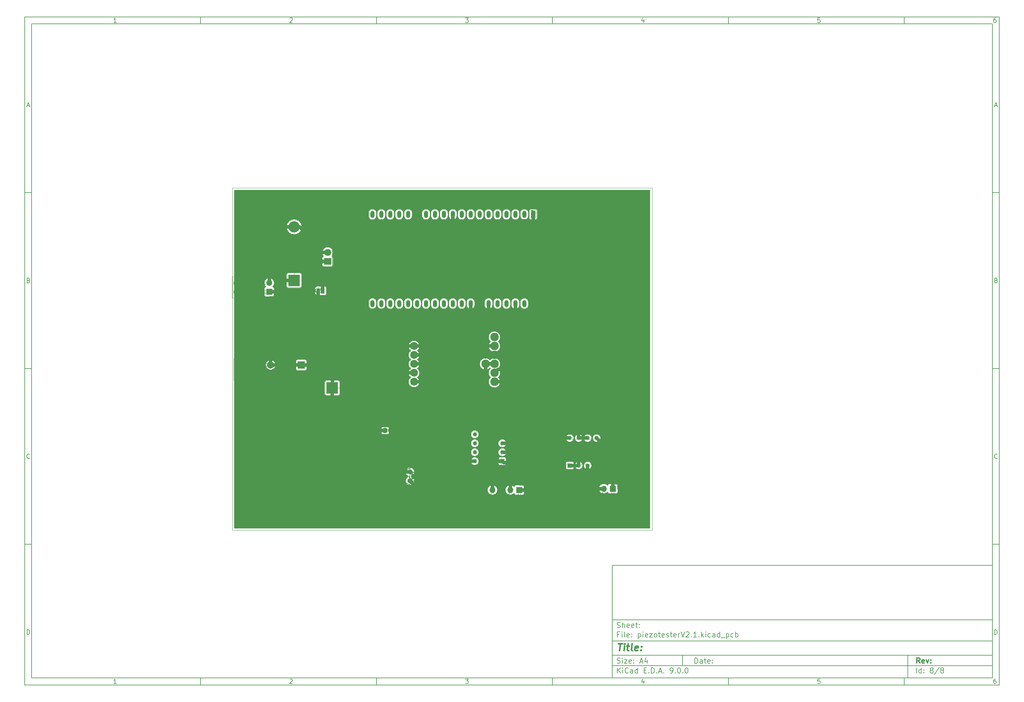
<source format=gbr>
%TF.GenerationSoftware,KiCad,Pcbnew,9.0.0*%
%TF.CreationDate,2025-11-10T15:06:58+01:00*%
%TF.ProjectId,piezotesterV2.1,7069657a-6f74-4657-9374-657256322e31,rev?*%
%TF.SameCoordinates,Original*%
%TF.FileFunction,Other,User*%
%FSLAX46Y46*%
G04 Gerber Fmt 4.6, Leading zero omitted, Abs format (unit mm)*
G04 Created by KiCad (PCBNEW 9.0.0) date 2025-11-10 15:06:58*
%MOMM*%
%LPD*%
G01*
G04 APERTURE LIST*
G04 Aperture macros list*
%AMRoundRect*
0 Rectangle with rounded corners*
0 $1 Rounding radius*
0 $2 $3 $4 $5 $6 $7 $8 $9 X,Y pos of 4 corners*
0 Add a 4 corners polygon primitive as box body*
4,1,4,$2,$3,$4,$5,$6,$7,$8,$9,$2,$3,0*
0 Add four circle primitives for the rounded corners*
1,1,$1+$1,$2,$3*
1,1,$1+$1,$4,$5*
1,1,$1+$1,$6,$7*
1,1,$1+$1,$8,$9*
0 Add four rect primitives between the rounded corners*
20,1,$1+$1,$2,$3,$4,$5,0*
20,1,$1+$1,$4,$5,$6,$7,0*
20,1,$1+$1,$6,$7,$8,$9,0*
20,1,$1+$1,$8,$9,$2,$3,0*%
G04 Aperture macros list end*
%ADD10C,0.100000*%
%ADD11C,0.150000*%
%ADD12C,0.300000*%
%ADD13C,0.400000*%
%TA.AperFunction,ComponentPad*%
%ADD14C,2.200000*%
%TD*%
%TA.AperFunction,ComponentPad*%
%ADD15C,2.000000*%
%TD*%
%TA.AperFunction,ComponentPad*%
%ADD16O,3.200000X3.200000*%
%TD*%
%TA.AperFunction,ComponentPad*%
%ADD17R,3.200000X3.200000*%
%TD*%
%TA.AperFunction,ComponentPad*%
%ADD18O,1.050000X1.500000*%
%TD*%
%TA.AperFunction,ComponentPad*%
%ADD19R,1.050000X1.500000*%
%TD*%
%TA.AperFunction,ComponentPad*%
%ADD20O,2.000000X1.905000*%
%TD*%
%TA.AperFunction,ComponentPad*%
%ADD21R,2.000000X1.905000*%
%TD*%
%TA.AperFunction,ComponentPad*%
%ADD22O,1.700000X1.700000*%
%TD*%
%TA.AperFunction,ComponentPad*%
%ADD23R,1.700000X1.700000*%
%TD*%
%TA.AperFunction,ComponentPad*%
%ADD24O,1.200000X2.000000*%
%TD*%
%TA.AperFunction,ComponentPad*%
%ADD25R,1.200000X2.000000*%
%TD*%
%TA.AperFunction,ComponentPad*%
%ADD26C,1.159000*%
%TD*%
%TA.AperFunction,ComponentPad*%
%ADD27R,1.159000X1.159000*%
%TD*%
%TA.AperFunction,ComponentPad*%
%ADD28C,1.600000*%
%TD*%
%TA.AperFunction,ComponentPad*%
%ADD29R,1.600000X1.600000*%
%TD*%
%TA.AperFunction,ComponentPad*%
%ADD30C,1.400000*%
%TD*%
%TA.AperFunction,ComponentPad*%
%ADD31R,2.000000X2.000000*%
%TD*%
%TA.AperFunction,ViaPad*%
%ADD32C,0.600000*%
%TD*%
%TA.AperFunction,ViaPad*%
%ADD33C,4.100000*%
%TD*%
%ADD34C,2.200000*%
%ADD35C,2.000000*%
%ADD36O,3.200000X3.200000*%
%ADD37R,3.200000X3.200000*%
%ADD38O,1.050000X1.500000*%
%ADD39R,1.050000X1.500000*%
%ADD40O,2.000000X1.905000*%
%ADD41R,2.000000X1.905000*%
%ADD42O,1.700000X1.700000*%
%ADD43R,1.700000X1.700000*%
%ADD44O,1.200000X2.000000*%
%ADD45R,1.200000X2.000000*%
%ADD46C,1.159000*%
%ADD47R,1.159000X1.159000*%
%ADD48C,1.600000*%
%ADD49R,1.600000X1.600000*%
%ADD50C,1.400000*%
%ADD51R,2.000000X2.000000*%
%TA.AperFunction,SMDPad,CuDef*%
%ADD52RoundRect,0.250000X0.625000X-0.312500X0.625000X0.312500X-0.625000X0.312500X-0.625000X-0.312500X0*%
%TD*%
%TA.AperFunction,SMDPad,CuDef*%
%ADD53RoundRect,0.250000X-0.325000X-0.650000X0.325000X-0.650000X0.325000X0.650000X-0.325000X0.650000X0*%
%TD*%
%TA.AperFunction,SMDPad,CuDef*%
%ADD54RoundRect,0.250000X0.312500X0.625000X-0.312500X0.625000X-0.312500X-0.625000X0.312500X-0.625000X0*%
%TD*%
%TA.AperFunction,SMDPad,CuDef*%
%ADD55RoundRect,0.250000X-0.312500X-0.625000X0.312500X-0.625000X0.312500X0.625000X-0.312500X0.625000X0*%
%TD*%
%TA.AperFunction,SMDPad,CuDef*%
%ADD56RoundRect,0.250000X0.325000X0.650000X-0.325000X0.650000X-0.325000X-0.650000X0.325000X-0.650000X0*%
%TD*%
%TA.AperFunction,SMDPad,CuDef*%
%ADD57RoundRect,0.250000X-0.625000X0.312500X-0.625000X-0.312500X0.625000X-0.312500X0.625000X0.312500X0*%
%TD*%
%TA.AperFunction,SMDPad,CuDef*%
%ADD58RoundRect,0.250000X-0.650000X0.325000X-0.650000X-0.325000X0.650000X-0.325000X0.650000X0.325000X0*%
%TD*%
%TA.AperFunction,SMDPad,CuDef*%
%ADD59R,2.900000X5.400000*%
%TD*%
%TA.AperFunction,SMDPad,CuDef*%
%ADD60R,1.020000X2.160000*%
%TD*%
%TA.AperFunction,SMDPad,CuDef*%
%ADD61R,8.330000X6.990000*%
%TD*%
%TA.AperFunction,SMDPad,CuDef*%
%ADD62R,1.235000X1.910000*%
%TD*%
%TA.AperFunction,SMDPad,CuDef*%
%ADD63RoundRect,0.250000X0.650000X-0.325000X0.650000X0.325000X-0.650000X0.325000X-0.650000X-0.325000X0*%
%TD*%
%TA.AperFunction,Conductor*%
%ADD64C,1.000000*%
%TD*%
%TA.AperFunction,Conductor*%
%ADD65C,2.000000*%
%TD*%
%ADD66RoundRect,0.250000X0.625000X-0.312500X0.625000X0.312500X-0.625000X0.312500X-0.625000X-0.312500X0*%
%ADD67RoundRect,0.250000X-0.325000X-0.650000X0.325000X-0.650000X0.325000X0.650000X-0.325000X0.650000X0*%
%ADD68C,2.403200*%
%ADD69C,2.203200*%
%ADD70RoundRect,0.250000X0.312500X0.625000X-0.312500X0.625000X-0.312500X-0.625000X0.312500X-0.625000X0*%
%ADD71RoundRect,0.250000X-0.312500X-0.625000X0.312500X-0.625000X0.312500X0.625000X-0.312500X0.625000X0*%
%ADD72RoundRect,0.250000X0.325000X0.650000X-0.325000X0.650000X-0.325000X-0.650000X0.325000X-0.650000X0*%
%ADD73RoundRect,0.250000X-0.625000X0.312500X-0.625000X-0.312500X0.625000X-0.312500X0.625000X0.312500X0*%
%ADD74RoundRect,0.250000X-0.650000X0.325000X-0.650000X-0.325000X0.650000X-0.325000X0.650000X0.325000X0*%
%ADD75R,2.900000X5.400000*%
%ADD76R,1.020000X2.160000*%
%ADD77R,8.330000X6.990000*%
%ADD78R,1.235000X1.910000*%
%ADD79RoundRect,0.250000X0.650000X-0.325000X0.650000X0.325000X-0.650000X0.325000X-0.650000X-0.325000X0*%
%ADD80C,0.750000*%
%ADD81C,0.254000*%
%ADD82C,0.120000*%
%ADD83C,0.200000*%
%ADD84C,0.380000*%
%ADD85C,0.050000*%
%TA.AperFunction,Profile*%
%ADD86C,0.050000*%
%TD*%
G04 APERTURE END LIST*
D10*
D11*
X177002200Y-166007200D02*
X285002200Y-166007200D01*
X285002200Y-198007200D01*
X177002200Y-198007200D01*
X177002200Y-166007200D01*
D10*
D11*
X10000000Y-10000000D02*
X287002200Y-10000000D01*
X287002200Y-200007200D01*
X10000000Y-200007200D01*
X10000000Y-10000000D01*
D10*
D11*
X12000000Y-12000000D02*
X285002200Y-12000000D01*
X285002200Y-198007200D01*
X12000000Y-198007200D01*
X12000000Y-12000000D01*
D10*
D11*
X60000000Y-12000000D02*
X60000000Y-10000000D01*
D10*
D11*
X110000000Y-12000000D02*
X110000000Y-10000000D01*
D10*
D11*
X160000000Y-12000000D02*
X160000000Y-10000000D01*
D10*
D11*
X210000000Y-12000000D02*
X210000000Y-10000000D01*
D10*
D11*
X260000000Y-12000000D02*
X260000000Y-10000000D01*
D10*
D11*
X36089160Y-11593604D02*
X35346303Y-11593604D01*
X35717731Y-11593604D02*
X35717731Y-10293604D01*
X35717731Y-10293604D02*
X35593922Y-10479319D01*
X35593922Y-10479319D02*
X35470112Y-10603128D01*
X35470112Y-10603128D02*
X35346303Y-10665033D01*
D10*
D11*
X85346303Y-10417414D02*
X85408207Y-10355509D01*
X85408207Y-10355509D02*
X85532017Y-10293604D01*
X85532017Y-10293604D02*
X85841541Y-10293604D01*
X85841541Y-10293604D02*
X85965350Y-10355509D01*
X85965350Y-10355509D02*
X86027255Y-10417414D01*
X86027255Y-10417414D02*
X86089160Y-10541223D01*
X86089160Y-10541223D02*
X86089160Y-10665033D01*
X86089160Y-10665033D02*
X86027255Y-10850747D01*
X86027255Y-10850747D02*
X85284398Y-11593604D01*
X85284398Y-11593604D02*
X86089160Y-11593604D01*
D10*
D11*
X135284398Y-10293604D02*
X136089160Y-10293604D01*
X136089160Y-10293604D02*
X135655826Y-10788842D01*
X135655826Y-10788842D02*
X135841541Y-10788842D01*
X135841541Y-10788842D02*
X135965350Y-10850747D01*
X135965350Y-10850747D02*
X136027255Y-10912652D01*
X136027255Y-10912652D02*
X136089160Y-11036461D01*
X136089160Y-11036461D02*
X136089160Y-11345985D01*
X136089160Y-11345985D02*
X136027255Y-11469795D01*
X136027255Y-11469795D02*
X135965350Y-11531700D01*
X135965350Y-11531700D02*
X135841541Y-11593604D01*
X135841541Y-11593604D02*
X135470112Y-11593604D01*
X135470112Y-11593604D02*
X135346303Y-11531700D01*
X135346303Y-11531700D02*
X135284398Y-11469795D01*
D10*
D11*
X185965350Y-10726938D02*
X185965350Y-11593604D01*
X185655826Y-10231700D02*
X185346303Y-11160271D01*
X185346303Y-11160271D02*
X186151064Y-11160271D01*
D10*
D11*
X236027255Y-10293604D02*
X235408207Y-10293604D01*
X235408207Y-10293604D02*
X235346303Y-10912652D01*
X235346303Y-10912652D02*
X235408207Y-10850747D01*
X235408207Y-10850747D02*
X235532017Y-10788842D01*
X235532017Y-10788842D02*
X235841541Y-10788842D01*
X235841541Y-10788842D02*
X235965350Y-10850747D01*
X235965350Y-10850747D02*
X236027255Y-10912652D01*
X236027255Y-10912652D02*
X236089160Y-11036461D01*
X236089160Y-11036461D02*
X236089160Y-11345985D01*
X236089160Y-11345985D02*
X236027255Y-11469795D01*
X236027255Y-11469795D02*
X235965350Y-11531700D01*
X235965350Y-11531700D02*
X235841541Y-11593604D01*
X235841541Y-11593604D02*
X235532017Y-11593604D01*
X235532017Y-11593604D02*
X235408207Y-11531700D01*
X235408207Y-11531700D02*
X235346303Y-11469795D01*
D10*
D11*
X285965350Y-10293604D02*
X285717731Y-10293604D01*
X285717731Y-10293604D02*
X285593922Y-10355509D01*
X285593922Y-10355509D02*
X285532017Y-10417414D01*
X285532017Y-10417414D02*
X285408207Y-10603128D01*
X285408207Y-10603128D02*
X285346303Y-10850747D01*
X285346303Y-10850747D02*
X285346303Y-11345985D01*
X285346303Y-11345985D02*
X285408207Y-11469795D01*
X285408207Y-11469795D02*
X285470112Y-11531700D01*
X285470112Y-11531700D02*
X285593922Y-11593604D01*
X285593922Y-11593604D02*
X285841541Y-11593604D01*
X285841541Y-11593604D02*
X285965350Y-11531700D01*
X285965350Y-11531700D02*
X286027255Y-11469795D01*
X286027255Y-11469795D02*
X286089160Y-11345985D01*
X286089160Y-11345985D02*
X286089160Y-11036461D01*
X286089160Y-11036461D02*
X286027255Y-10912652D01*
X286027255Y-10912652D02*
X285965350Y-10850747D01*
X285965350Y-10850747D02*
X285841541Y-10788842D01*
X285841541Y-10788842D02*
X285593922Y-10788842D01*
X285593922Y-10788842D02*
X285470112Y-10850747D01*
X285470112Y-10850747D02*
X285408207Y-10912652D01*
X285408207Y-10912652D02*
X285346303Y-11036461D01*
D10*
D11*
X60000000Y-198007200D02*
X60000000Y-200007200D01*
D10*
D11*
X110000000Y-198007200D02*
X110000000Y-200007200D01*
D10*
D11*
X160000000Y-198007200D02*
X160000000Y-200007200D01*
D10*
D11*
X210000000Y-198007200D02*
X210000000Y-200007200D01*
D10*
D11*
X260000000Y-198007200D02*
X260000000Y-200007200D01*
D10*
D11*
X36089160Y-199600804D02*
X35346303Y-199600804D01*
X35717731Y-199600804D02*
X35717731Y-198300804D01*
X35717731Y-198300804D02*
X35593922Y-198486519D01*
X35593922Y-198486519D02*
X35470112Y-198610328D01*
X35470112Y-198610328D02*
X35346303Y-198672233D01*
D10*
D11*
X85346303Y-198424614D02*
X85408207Y-198362709D01*
X85408207Y-198362709D02*
X85532017Y-198300804D01*
X85532017Y-198300804D02*
X85841541Y-198300804D01*
X85841541Y-198300804D02*
X85965350Y-198362709D01*
X85965350Y-198362709D02*
X86027255Y-198424614D01*
X86027255Y-198424614D02*
X86089160Y-198548423D01*
X86089160Y-198548423D02*
X86089160Y-198672233D01*
X86089160Y-198672233D02*
X86027255Y-198857947D01*
X86027255Y-198857947D02*
X85284398Y-199600804D01*
X85284398Y-199600804D02*
X86089160Y-199600804D01*
D10*
D11*
X135284398Y-198300804D02*
X136089160Y-198300804D01*
X136089160Y-198300804D02*
X135655826Y-198796042D01*
X135655826Y-198796042D02*
X135841541Y-198796042D01*
X135841541Y-198796042D02*
X135965350Y-198857947D01*
X135965350Y-198857947D02*
X136027255Y-198919852D01*
X136027255Y-198919852D02*
X136089160Y-199043661D01*
X136089160Y-199043661D02*
X136089160Y-199353185D01*
X136089160Y-199353185D02*
X136027255Y-199476995D01*
X136027255Y-199476995D02*
X135965350Y-199538900D01*
X135965350Y-199538900D02*
X135841541Y-199600804D01*
X135841541Y-199600804D02*
X135470112Y-199600804D01*
X135470112Y-199600804D02*
X135346303Y-199538900D01*
X135346303Y-199538900D02*
X135284398Y-199476995D01*
D10*
D11*
X185965350Y-198734138D02*
X185965350Y-199600804D01*
X185655826Y-198238900D02*
X185346303Y-199167471D01*
X185346303Y-199167471D02*
X186151064Y-199167471D01*
D10*
D11*
X236027255Y-198300804D02*
X235408207Y-198300804D01*
X235408207Y-198300804D02*
X235346303Y-198919852D01*
X235346303Y-198919852D02*
X235408207Y-198857947D01*
X235408207Y-198857947D02*
X235532017Y-198796042D01*
X235532017Y-198796042D02*
X235841541Y-198796042D01*
X235841541Y-198796042D02*
X235965350Y-198857947D01*
X235965350Y-198857947D02*
X236027255Y-198919852D01*
X236027255Y-198919852D02*
X236089160Y-199043661D01*
X236089160Y-199043661D02*
X236089160Y-199353185D01*
X236089160Y-199353185D02*
X236027255Y-199476995D01*
X236027255Y-199476995D02*
X235965350Y-199538900D01*
X235965350Y-199538900D02*
X235841541Y-199600804D01*
X235841541Y-199600804D02*
X235532017Y-199600804D01*
X235532017Y-199600804D02*
X235408207Y-199538900D01*
X235408207Y-199538900D02*
X235346303Y-199476995D01*
D10*
D11*
X285965350Y-198300804D02*
X285717731Y-198300804D01*
X285717731Y-198300804D02*
X285593922Y-198362709D01*
X285593922Y-198362709D02*
X285532017Y-198424614D01*
X285532017Y-198424614D02*
X285408207Y-198610328D01*
X285408207Y-198610328D02*
X285346303Y-198857947D01*
X285346303Y-198857947D02*
X285346303Y-199353185D01*
X285346303Y-199353185D02*
X285408207Y-199476995D01*
X285408207Y-199476995D02*
X285470112Y-199538900D01*
X285470112Y-199538900D02*
X285593922Y-199600804D01*
X285593922Y-199600804D02*
X285841541Y-199600804D01*
X285841541Y-199600804D02*
X285965350Y-199538900D01*
X285965350Y-199538900D02*
X286027255Y-199476995D01*
X286027255Y-199476995D02*
X286089160Y-199353185D01*
X286089160Y-199353185D02*
X286089160Y-199043661D01*
X286089160Y-199043661D02*
X286027255Y-198919852D01*
X286027255Y-198919852D02*
X285965350Y-198857947D01*
X285965350Y-198857947D02*
X285841541Y-198796042D01*
X285841541Y-198796042D02*
X285593922Y-198796042D01*
X285593922Y-198796042D02*
X285470112Y-198857947D01*
X285470112Y-198857947D02*
X285408207Y-198919852D01*
X285408207Y-198919852D02*
X285346303Y-199043661D01*
D10*
D11*
X10000000Y-60000000D02*
X12000000Y-60000000D01*
D10*
D11*
X10000000Y-110000000D02*
X12000000Y-110000000D01*
D10*
D11*
X10000000Y-160000000D02*
X12000000Y-160000000D01*
D10*
D11*
X10690476Y-35222176D02*
X11309523Y-35222176D01*
X10566666Y-35593604D02*
X10999999Y-34293604D01*
X10999999Y-34293604D02*
X11433333Y-35593604D01*
D10*
D11*
X11092857Y-84912652D02*
X11278571Y-84974557D01*
X11278571Y-84974557D02*
X11340476Y-85036461D01*
X11340476Y-85036461D02*
X11402380Y-85160271D01*
X11402380Y-85160271D02*
X11402380Y-85345985D01*
X11402380Y-85345985D02*
X11340476Y-85469795D01*
X11340476Y-85469795D02*
X11278571Y-85531700D01*
X11278571Y-85531700D02*
X11154761Y-85593604D01*
X11154761Y-85593604D02*
X10659523Y-85593604D01*
X10659523Y-85593604D02*
X10659523Y-84293604D01*
X10659523Y-84293604D02*
X11092857Y-84293604D01*
X11092857Y-84293604D02*
X11216666Y-84355509D01*
X11216666Y-84355509D02*
X11278571Y-84417414D01*
X11278571Y-84417414D02*
X11340476Y-84541223D01*
X11340476Y-84541223D02*
X11340476Y-84665033D01*
X11340476Y-84665033D02*
X11278571Y-84788842D01*
X11278571Y-84788842D02*
X11216666Y-84850747D01*
X11216666Y-84850747D02*
X11092857Y-84912652D01*
X11092857Y-84912652D02*
X10659523Y-84912652D01*
D10*
D11*
X11402380Y-135469795D02*
X11340476Y-135531700D01*
X11340476Y-135531700D02*
X11154761Y-135593604D01*
X11154761Y-135593604D02*
X11030952Y-135593604D01*
X11030952Y-135593604D02*
X10845238Y-135531700D01*
X10845238Y-135531700D02*
X10721428Y-135407890D01*
X10721428Y-135407890D02*
X10659523Y-135284080D01*
X10659523Y-135284080D02*
X10597619Y-135036461D01*
X10597619Y-135036461D02*
X10597619Y-134850747D01*
X10597619Y-134850747D02*
X10659523Y-134603128D01*
X10659523Y-134603128D02*
X10721428Y-134479319D01*
X10721428Y-134479319D02*
X10845238Y-134355509D01*
X10845238Y-134355509D02*
X11030952Y-134293604D01*
X11030952Y-134293604D02*
X11154761Y-134293604D01*
X11154761Y-134293604D02*
X11340476Y-134355509D01*
X11340476Y-134355509D02*
X11402380Y-134417414D01*
D10*
D11*
X10659523Y-185593604D02*
X10659523Y-184293604D01*
X10659523Y-184293604D02*
X10969047Y-184293604D01*
X10969047Y-184293604D02*
X11154761Y-184355509D01*
X11154761Y-184355509D02*
X11278571Y-184479319D01*
X11278571Y-184479319D02*
X11340476Y-184603128D01*
X11340476Y-184603128D02*
X11402380Y-184850747D01*
X11402380Y-184850747D02*
X11402380Y-185036461D01*
X11402380Y-185036461D02*
X11340476Y-185284080D01*
X11340476Y-185284080D02*
X11278571Y-185407890D01*
X11278571Y-185407890D02*
X11154761Y-185531700D01*
X11154761Y-185531700D02*
X10969047Y-185593604D01*
X10969047Y-185593604D02*
X10659523Y-185593604D01*
D10*
D11*
X287002200Y-60000000D02*
X285002200Y-60000000D01*
D10*
D11*
X287002200Y-110000000D02*
X285002200Y-110000000D01*
D10*
D11*
X287002200Y-160000000D02*
X285002200Y-160000000D01*
D10*
D11*
X285692676Y-35222176D02*
X286311723Y-35222176D01*
X285568866Y-35593604D02*
X286002199Y-34293604D01*
X286002199Y-34293604D02*
X286435533Y-35593604D01*
D10*
D11*
X286095057Y-84912652D02*
X286280771Y-84974557D01*
X286280771Y-84974557D02*
X286342676Y-85036461D01*
X286342676Y-85036461D02*
X286404580Y-85160271D01*
X286404580Y-85160271D02*
X286404580Y-85345985D01*
X286404580Y-85345985D02*
X286342676Y-85469795D01*
X286342676Y-85469795D02*
X286280771Y-85531700D01*
X286280771Y-85531700D02*
X286156961Y-85593604D01*
X286156961Y-85593604D02*
X285661723Y-85593604D01*
X285661723Y-85593604D02*
X285661723Y-84293604D01*
X285661723Y-84293604D02*
X286095057Y-84293604D01*
X286095057Y-84293604D02*
X286218866Y-84355509D01*
X286218866Y-84355509D02*
X286280771Y-84417414D01*
X286280771Y-84417414D02*
X286342676Y-84541223D01*
X286342676Y-84541223D02*
X286342676Y-84665033D01*
X286342676Y-84665033D02*
X286280771Y-84788842D01*
X286280771Y-84788842D02*
X286218866Y-84850747D01*
X286218866Y-84850747D02*
X286095057Y-84912652D01*
X286095057Y-84912652D02*
X285661723Y-84912652D01*
D10*
D11*
X286404580Y-135469795D02*
X286342676Y-135531700D01*
X286342676Y-135531700D02*
X286156961Y-135593604D01*
X286156961Y-135593604D02*
X286033152Y-135593604D01*
X286033152Y-135593604D02*
X285847438Y-135531700D01*
X285847438Y-135531700D02*
X285723628Y-135407890D01*
X285723628Y-135407890D02*
X285661723Y-135284080D01*
X285661723Y-135284080D02*
X285599819Y-135036461D01*
X285599819Y-135036461D02*
X285599819Y-134850747D01*
X285599819Y-134850747D02*
X285661723Y-134603128D01*
X285661723Y-134603128D02*
X285723628Y-134479319D01*
X285723628Y-134479319D02*
X285847438Y-134355509D01*
X285847438Y-134355509D02*
X286033152Y-134293604D01*
X286033152Y-134293604D02*
X286156961Y-134293604D01*
X286156961Y-134293604D02*
X286342676Y-134355509D01*
X286342676Y-134355509D02*
X286404580Y-134417414D01*
D10*
D11*
X285661723Y-185593604D02*
X285661723Y-184293604D01*
X285661723Y-184293604D02*
X285971247Y-184293604D01*
X285971247Y-184293604D02*
X286156961Y-184355509D01*
X286156961Y-184355509D02*
X286280771Y-184479319D01*
X286280771Y-184479319D02*
X286342676Y-184603128D01*
X286342676Y-184603128D02*
X286404580Y-184850747D01*
X286404580Y-184850747D02*
X286404580Y-185036461D01*
X286404580Y-185036461D02*
X286342676Y-185284080D01*
X286342676Y-185284080D02*
X286280771Y-185407890D01*
X286280771Y-185407890D02*
X286156961Y-185531700D01*
X286156961Y-185531700D02*
X285971247Y-185593604D01*
X285971247Y-185593604D02*
X285661723Y-185593604D01*
D10*
D11*
X200458026Y-193793328D02*
X200458026Y-192293328D01*
X200458026Y-192293328D02*
X200815169Y-192293328D01*
X200815169Y-192293328D02*
X201029455Y-192364757D01*
X201029455Y-192364757D02*
X201172312Y-192507614D01*
X201172312Y-192507614D02*
X201243741Y-192650471D01*
X201243741Y-192650471D02*
X201315169Y-192936185D01*
X201315169Y-192936185D02*
X201315169Y-193150471D01*
X201315169Y-193150471D02*
X201243741Y-193436185D01*
X201243741Y-193436185D02*
X201172312Y-193579042D01*
X201172312Y-193579042D02*
X201029455Y-193721900D01*
X201029455Y-193721900D02*
X200815169Y-193793328D01*
X200815169Y-193793328D02*
X200458026Y-193793328D01*
X202600884Y-193793328D02*
X202600884Y-193007614D01*
X202600884Y-193007614D02*
X202529455Y-192864757D01*
X202529455Y-192864757D02*
X202386598Y-192793328D01*
X202386598Y-192793328D02*
X202100884Y-192793328D01*
X202100884Y-192793328D02*
X201958026Y-192864757D01*
X202600884Y-193721900D02*
X202458026Y-193793328D01*
X202458026Y-193793328D02*
X202100884Y-193793328D01*
X202100884Y-193793328D02*
X201958026Y-193721900D01*
X201958026Y-193721900D02*
X201886598Y-193579042D01*
X201886598Y-193579042D02*
X201886598Y-193436185D01*
X201886598Y-193436185D02*
X201958026Y-193293328D01*
X201958026Y-193293328D02*
X202100884Y-193221900D01*
X202100884Y-193221900D02*
X202458026Y-193221900D01*
X202458026Y-193221900D02*
X202600884Y-193150471D01*
X203100884Y-192793328D02*
X203672312Y-192793328D01*
X203315169Y-192293328D02*
X203315169Y-193579042D01*
X203315169Y-193579042D02*
X203386598Y-193721900D01*
X203386598Y-193721900D02*
X203529455Y-193793328D01*
X203529455Y-193793328D02*
X203672312Y-193793328D01*
X204743741Y-193721900D02*
X204600884Y-193793328D01*
X204600884Y-193793328D02*
X204315170Y-193793328D01*
X204315170Y-193793328D02*
X204172312Y-193721900D01*
X204172312Y-193721900D02*
X204100884Y-193579042D01*
X204100884Y-193579042D02*
X204100884Y-193007614D01*
X204100884Y-193007614D02*
X204172312Y-192864757D01*
X204172312Y-192864757D02*
X204315170Y-192793328D01*
X204315170Y-192793328D02*
X204600884Y-192793328D01*
X204600884Y-192793328D02*
X204743741Y-192864757D01*
X204743741Y-192864757D02*
X204815170Y-193007614D01*
X204815170Y-193007614D02*
X204815170Y-193150471D01*
X204815170Y-193150471D02*
X204100884Y-193293328D01*
X205458026Y-193650471D02*
X205529455Y-193721900D01*
X205529455Y-193721900D02*
X205458026Y-193793328D01*
X205458026Y-193793328D02*
X205386598Y-193721900D01*
X205386598Y-193721900D02*
X205458026Y-193650471D01*
X205458026Y-193650471D02*
X205458026Y-193793328D01*
X205458026Y-192864757D02*
X205529455Y-192936185D01*
X205529455Y-192936185D02*
X205458026Y-193007614D01*
X205458026Y-193007614D02*
X205386598Y-192936185D01*
X205386598Y-192936185D02*
X205458026Y-192864757D01*
X205458026Y-192864757D02*
X205458026Y-193007614D01*
D10*
D11*
X177002200Y-194507200D02*
X285002200Y-194507200D01*
D10*
D11*
X178458026Y-196593328D02*
X178458026Y-195093328D01*
X179315169Y-196593328D02*
X178672312Y-195736185D01*
X179315169Y-195093328D02*
X178458026Y-195950471D01*
X179958026Y-196593328D02*
X179958026Y-195593328D01*
X179958026Y-195093328D02*
X179886598Y-195164757D01*
X179886598Y-195164757D02*
X179958026Y-195236185D01*
X179958026Y-195236185D02*
X180029455Y-195164757D01*
X180029455Y-195164757D02*
X179958026Y-195093328D01*
X179958026Y-195093328D02*
X179958026Y-195236185D01*
X181529455Y-196450471D02*
X181458027Y-196521900D01*
X181458027Y-196521900D02*
X181243741Y-196593328D01*
X181243741Y-196593328D02*
X181100884Y-196593328D01*
X181100884Y-196593328D02*
X180886598Y-196521900D01*
X180886598Y-196521900D02*
X180743741Y-196379042D01*
X180743741Y-196379042D02*
X180672312Y-196236185D01*
X180672312Y-196236185D02*
X180600884Y-195950471D01*
X180600884Y-195950471D02*
X180600884Y-195736185D01*
X180600884Y-195736185D02*
X180672312Y-195450471D01*
X180672312Y-195450471D02*
X180743741Y-195307614D01*
X180743741Y-195307614D02*
X180886598Y-195164757D01*
X180886598Y-195164757D02*
X181100884Y-195093328D01*
X181100884Y-195093328D02*
X181243741Y-195093328D01*
X181243741Y-195093328D02*
X181458027Y-195164757D01*
X181458027Y-195164757D02*
X181529455Y-195236185D01*
X182815170Y-196593328D02*
X182815170Y-195807614D01*
X182815170Y-195807614D02*
X182743741Y-195664757D01*
X182743741Y-195664757D02*
X182600884Y-195593328D01*
X182600884Y-195593328D02*
X182315170Y-195593328D01*
X182315170Y-195593328D02*
X182172312Y-195664757D01*
X182815170Y-196521900D02*
X182672312Y-196593328D01*
X182672312Y-196593328D02*
X182315170Y-196593328D01*
X182315170Y-196593328D02*
X182172312Y-196521900D01*
X182172312Y-196521900D02*
X182100884Y-196379042D01*
X182100884Y-196379042D02*
X182100884Y-196236185D01*
X182100884Y-196236185D02*
X182172312Y-196093328D01*
X182172312Y-196093328D02*
X182315170Y-196021900D01*
X182315170Y-196021900D02*
X182672312Y-196021900D01*
X182672312Y-196021900D02*
X182815170Y-195950471D01*
X184172313Y-196593328D02*
X184172313Y-195093328D01*
X184172313Y-196521900D02*
X184029455Y-196593328D01*
X184029455Y-196593328D02*
X183743741Y-196593328D01*
X183743741Y-196593328D02*
X183600884Y-196521900D01*
X183600884Y-196521900D02*
X183529455Y-196450471D01*
X183529455Y-196450471D02*
X183458027Y-196307614D01*
X183458027Y-196307614D02*
X183458027Y-195879042D01*
X183458027Y-195879042D02*
X183529455Y-195736185D01*
X183529455Y-195736185D02*
X183600884Y-195664757D01*
X183600884Y-195664757D02*
X183743741Y-195593328D01*
X183743741Y-195593328D02*
X184029455Y-195593328D01*
X184029455Y-195593328D02*
X184172313Y-195664757D01*
X186029455Y-195807614D02*
X186529455Y-195807614D01*
X186743741Y-196593328D02*
X186029455Y-196593328D01*
X186029455Y-196593328D02*
X186029455Y-195093328D01*
X186029455Y-195093328D02*
X186743741Y-195093328D01*
X187386598Y-196450471D02*
X187458027Y-196521900D01*
X187458027Y-196521900D02*
X187386598Y-196593328D01*
X187386598Y-196593328D02*
X187315170Y-196521900D01*
X187315170Y-196521900D02*
X187386598Y-196450471D01*
X187386598Y-196450471D02*
X187386598Y-196593328D01*
X188100884Y-196593328D02*
X188100884Y-195093328D01*
X188100884Y-195093328D02*
X188458027Y-195093328D01*
X188458027Y-195093328D02*
X188672313Y-195164757D01*
X188672313Y-195164757D02*
X188815170Y-195307614D01*
X188815170Y-195307614D02*
X188886599Y-195450471D01*
X188886599Y-195450471D02*
X188958027Y-195736185D01*
X188958027Y-195736185D02*
X188958027Y-195950471D01*
X188958027Y-195950471D02*
X188886599Y-196236185D01*
X188886599Y-196236185D02*
X188815170Y-196379042D01*
X188815170Y-196379042D02*
X188672313Y-196521900D01*
X188672313Y-196521900D02*
X188458027Y-196593328D01*
X188458027Y-196593328D02*
X188100884Y-196593328D01*
X189600884Y-196450471D02*
X189672313Y-196521900D01*
X189672313Y-196521900D02*
X189600884Y-196593328D01*
X189600884Y-196593328D02*
X189529456Y-196521900D01*
X189529456Y-196521900D02*
X189600884Y-196450471D01*
X189600884Y-196450471D02*
X189600884Y-196593328D01*
X190243742Y-196164757D02*
X190958028Y-196164757D01*
X190100885Y-196593328D02*
X190600885Y-195093328D01*
X190600885Y-195093328D02*
X191100885Y-196593328D01*
X191600884Y-196450471D02*
X191672313Y-196521900D01*
X191672313Y-196521900D02*
X191600884Y-196593328D01*
X191600884Y-196593328D02*
X191529456Y-196521900D01*
X191529456Y-196521900D02*
X191600884Y-196450471D01*
X191600884Y-196450471D02*
X191600884Y-196593328D01*
X193529456Y-196593328D02*
X193815170Y-196593328D01*
X193815170Y-196593328D02*
X193958027Y-196521900D01*
X193958027Y-196521900D02*
X194029456Y-196450471D01*
X194029456Y-196450471D02*
X194172313Y-196236185D01*
X194172313Y-196236185D02*
X194243742Y-195950471D01*
X194243742Y-195950471D02*
X194243742Y-195379042D01*
X194243742Y-195379042D02*
X194172313Y-195236185D01*
X194172313Y-195236185D02*
X194100885Y-195164757D01*
X194100885Y-195164757D02*
X193958027Y-195093328D01*
X193958027Y-195093328D02*
X193672313Y-195093328D01*
X193672313Y-195093328D02*
X193529456Y-195164757D01*
X193529456Y-195164757D02*
X193458027Y-195236185D01*
X193458027Y-195236185D02*
X193386599Y-195379042D01*
X193386599Y-195379042D02*
X193386599Y-195736185D01*
X193386599Y-195736185D02*
X193458027Y-195879042D01*
X193458027Y-195879042D02*
X193529456Y-195950471D01*
X193529456Y-195950471D02*
X193672313Y-196021900D01*
X193672313Y-196021900D02*
X193958027Y-196021900D01*
X193958027Y-196021900D02*
X194100885Y-195950471D01*
X194100885Y-195950471D02*
X194172313Y-195879042D01*
X194172313Y-195879042D02*
X194243742Y-195736185D01*
X194886598Y-196450471D02*
X194958027Y-196521900D01*
X194958027Y-196521900D02*
X194886598Y-196593328D01*
X194886598Y-196593328D02*
X194815170Y-196521900D01*
X194815170Y-196521900D02*
X194886598Y-196450471D01*
X194886598Y-196450471D02*
X194886598Y-196593328D01*
X195886599Y-195093328D02*
X196029456Y-195093328D01*
X196029456Y-195093328D02*
X196172313Y-195164757D01*
X196172313Y-195164757D02*
X196243742Y-195236185D01*
X196243742Y-195236185D02*
X196315170Y-195379042D01*
X196315170Y-195379042D02*
X196386599Y-195664757D01*
X196386599Y-195664757D02*
X196386599Y-196021900D01*
X196386599Y-196021900D02*
X196315170Y-196307614D01*
X196315170Y-196307614D02*
X196243742Y-196450471D01*
X196243742Y-196450471D02*
X196172313Y-196521900D01*
X196172313Y-196521900D02*
X196029456Y-196593328D01*
X196029456Y-196593328D02*
X195886599Y-196593328D01*
X195886599Y-196593328D02*
X195743742Y-196521900D01*
X195743742Y-196521900D02*
X195672313Y-196450471D01*
X195672313Y-196450471D02*
X195600884Y-196307614D01*
X195600884Y-196307614D02*
X195529456Y-196021900D01*
X195529456Y-196021900D02*
X195529456Y-195664757D01*
X195529456Y-195664757D02*
X195600884Y-195379042D01*
X195600884Y-195379042D02*
X195672313Y-195236185D01*
X195672313Y-195236185D02*
X195743742Y-195164757D01*
X195743742Y-195164757D02*
X195886599Y-195093328D01*
X197029455Y-196450471D02*
X197100884Y-196521900D01*
X197100884Y-196521900D02*
X197029455Y-196593328D01*
X197029455Y-196593328D02*
X196958027Y-196521900D01*
X196958027Y-196521900D02*
X197029455Y-196450471D01*
X197029455Y-196450471D02*
X197029455Y-196593328D01*
X198029456Y-195093328D02*
X198172313Y-195093328D01*
X198172313Y-195093328D02*
X198315170Y-195164757D01*
X198315170Y-195164757D02*
X198386599Y-195236185D01*
X198386599Y-195236185D02*
X198458027Y-195379042D01*
X198458027Y-195379042D02*
X198529456Y-195664757D01*
X198529456Y-195664757D02*
X198529456Y-196021900D01*
X198529456Y-196021900D02*
X198458027Y-196307614D01*
X198458027Y-196307614D02*
X198386599Y-196450471D01*
X198386599Y-196450471D02*
X198315170Y-196521900D01*
X198315170Y-196521900D02*
X198172313Y-196593328D01*
X198172313Y-196593328D02*
X198029456Y-196593328D01*
X198029456Y-196593328D02*
X197886599Y-196521900D01*
X197886599Y-196521900D02*
X197815170Y-196450471D01*
X197815170Y-196450471D02*
X197743741Y-196307614D01*
X197743741Y-196307614D02*
X197672313Y-196021900D01*
X197672313Y-196021900D02*
X197672313Y-195664757D01*
X197672313Y-195664757D02*
X197743741Y-195379042D01*
X197743741Y-195379042D02*
X197815170Y-195236185D01*
X197815170Y-195236185D02*
X197886599Y-195164757D01*
X197886599Y-195164757D02*
X198029456Y-195093328D01*
D10*
D11*
X177002200Y-191507200D02*
X285002200Y-191507200D01*
D10*
D12*
X264413853Y-193785528D02*
X263913853Y-193071242D01*
X263556710Y-193785528D02*
X263556710Y-192285528D01*
X263556710Y-192285528D02*
X264128139Y-192285528D01*
X264128139Y-192285528D02*
X264270996Y-192356957D01*
X264270996Y-192356957D02*
X264342425Y-192428385D01*
X264342425Y-192428385D02*
X264413853Y-192571242D01*
X264413853Y-192571242D02*
X264413853Y-192785528D01*
X264413853Y-192785528D02*
X264342425Y-192928385D01*
X264342425Y-192928385D02*
X264270996Y-192999814D01*
X264270996Y-192999814D02*
X264128139Y-193071242D01*
X264128139Y-193071242D02*
X263556710Y-193071242D01*
X265628139Y-193714100D02*
X265485282Y-193785528D01*
X265485282Y-193785528D02*
X265199568Y-193785528D01*
X265199568Y-193785528D02*
X265056710Y-193714100D01*
X265056710Y-193714100D02*
X264985282Y-193571242D01*
X264985282Y-193571242D02*
X264985282Y-192999814D01*
X264985282Y-192999814D02*
X265056710Y-192856957D01*
X265056710Y-192856957D02*
X265199568Y-192785528D01*
X265199568Y-192785528D02*
X265485282Y-192785528D01*
X265485282Y-192785528D02*
X265628139Y-192856957D01*
X265628139Y-192856957D02*
X265699568Y-192999814D01*
X265699568Y-192999814D02*
X265699568Y-193142671D01*
X265699568Y-193142671D02*
X264985282Y-193285528D01*
X266199567Y-192785528D02*
X266556710Y-193785528D01*
X266556710Y-193785528D02*
X266913853Y-192785528D01*
X267485281Y-193642671D02*
X267556710Y-193714100D01*
X267556710Y-193714100D02*
X267485281Y-193785528D01*
X267485281Y-193785528D02*
X267413853Y-193714100D01*
X267413853Y-193714100D02*
X267485281Y-193642671D01*
X267485281Y-193642671D02*
X267485281Y-193785528D01*
X267485281Y-192856957D02*
X267556710Y-192928385D01*
X267556710Y-192928385D02*
X267485281Y-192999814D01*
X267485281Y-192999814D02*
X267413853Y-192928385D01*
X267413853Y-192928385D02*
X267485281Y-192856957D01*
X267485281Y-192856957D02*
X267485281Y-192999814D01*
D10*
D11*
X178386598Y-193721900D02*
X178600884Y-193793328D01*
X178600884Y-193793328D02*
X178958026Y-193793328D01*
X178958026Y-193793328D02*
X179100884Y-193721900D01*
X179100884Y-193721900D02*
X179172312Y-193650471D01*
X179172312Y-193650471D02*
X179243741Y-193507614D01*
X179243741Y-193507614D02*
X179243741Y-193364757D01*
X179243741Y-193364757D02*
X179172312Y-193221900D01*
X179172312Y-193221900D02*
X179100884Y-193150471D01*
X179100884Y-193150471D02*
X178958026Y-193079042D01*
X178958026Y-193079042D02*
X178672312Y-193007614D01*
X178672312Y-193007614D02*
X178529455Y-192936185D01*
X178529455Y-192936185D02*
X178458026Y-192864757D01*
X178458026Y-192864757D02*
X178386598Y-192721900D01*
X178386598Y-192721900D02*
X178386598Y-192579042D01*
X178386598Y-192579042D02*
X178458026Y-192436185D01*
X178458026Y-192436185D02*
X178529455Y-192364757D01*
X178529455Y-192364757D02*
X178672312Y-192293328D01*
X178672312Y-192293328D02*
X179029455Y-192293328D01*
X179029455Y-192293328D02*
X179243741Y-192364757D01*
X179886597Y-193793328D02*
X179886597Y-192793328D01*
X179886597Y-192293328D02*
X179815169Y-192364757D01*
X179815169Y-192364757D02*
X179886597Y-192436185D01*
X179886597Y-192436185D02*
X179958026Y-192364757D01*
X179958026Y-192364757D02*
X179886597Y-192293328D01*
X179886597Y-192293328D02*
X179886597Y-192436185D01*
X180458026Y-192793328D02*
X181243741Y-192793328D01*
X181243741Y-192793328D02*
X180458026Y-193793328D01*
X180458026Y-193793328D02*
X181243741Y-193793328D01*
X182386598Y-193721900D02*
X182243741Y-193793328D01*
X182243741Y-193793328D02*
X181958027Y-193793328D01*
X181958027Y-193793328D02*
X181815169Y-193721900D01*
X181815169Y-193721900D02*
X181743741Y-193579042D01*
X181743741Y-193579042D02*
X181743741Y-193007614D01*
X181743741Y-193007614D02*
X181815169Y-192864757D01*
X181815169Y-192864757D02*
X181958027Y-192793328D01*
X181958027Y-192793328D02*
X182243741Y-192793328D01*
X182243741Y-192793328D02*
X182386598Y-192864757D01*
X182386598Y-192864757D02*
X182458027Y-193007614D01*
X182458027Y-193007614D02*
X182458027Y-193150471D01*
X182458027Y-193150471D02*
X181743741Y-193293328D01*
X183100883Y-193650471D02*
X183172312Y-193721900D01*
X183172312Y-193721900D02*
X183100883Y-193793328D01*
X183100883Y-193793328D02*
X183029455Y-193721900D01*
X183029455Y-193721900D02*
X183100883Y-193650471D01*
X183100883Y-193650471D02*
X183100883Y-193793328D01*
X183100883Y-192864757D02*
X183172312Y-192936185D01*
X183172312Y-192936185D02*
X183100883Y-193007614D01*
X183100883Y-193007614D02*
X183029455Y-192936185D01*
X183029455Y-192936185D02*
X183100883Y-192864757D01*
X183100883Y-192864757D02*
X183100883Y-193007614D01*
X184886598Y-193364757D02*
X185600884Y-193364757D01*
X184743741Y-193793328D02*
X185243741Y-192293328D01*
X185243741Y-192293328D02*
X185743741Y-193793328D01*
X186886598Y-192793328D02*
X186886598Y-193793328D01*
X186529455Y-192221900D02*
X186172312Y-193293328D01*
X186172312Y-193293328D02*
X187100883Y-193293328D01*
D10*
D11*
X263458026Y-196593328D02*
X263458026Y-195093328D01*
X264815170Y-196593328D02*
X264815170Y-195093328D01*
X264815170Y-196521900D02*
X264672312Y-196593328D01*
X264672312Y-196593328D02*
X264386598Y-196593328D01*
X264386598Y-196593328D02*
X264243741Y-196521900D01*
X264243741Y-196521900D02*
X264172312Y-196450471D01*
X264172312Y-196450471D02*
X264100884Y-196307614D01*
X264100884Y-196307614D02*
X264100884Y-195879042D01*
X264100884Y-195879042D02*
X264172312Y-195736185D01*
X264172312Y-195736185D02*
X264243741Y-195664757D01*
X264243741Y-195664757D02*
X264386598Y-195593328D01*
X264386598Y-195593328D02*
X264672312Y-195593328D01*
X264672312Y-195593328D02*
X264815170Y-195664757D01*
X265529455Y-196450471D02*
X265600884Y-196521900D01*
X265600884Y-196521900D02*
X265529455Y-196593328D01*
X265529455Y-196593328D02*
X265458027Y-196521900D01*
X265458027Y-196521900D02*
X265529455Y-196450471D01*
X265529455Y-196450471D02*
X265529455Y-196593328D01*
X265529455Y-195664757D02*
X265600884Y-195736185D01*
X265600884Y-195736185D02*
X265529455Y-195807614D01*
X265529455Y-195807614D02*
X265458027Y-195736185D01*
X265458027Y-195736185D02*
X265529455Y-195664757D01*
X265529455Y-195664757D02*
X265529455Y-195807614D01*
X267600884Y-195736185D02*
X267458027Y-195664757D01*
X267458027Y-195664757D02*
X267386598Y-195593328D01*
X267386598Y-195593328D02*
X267315170Y-195450471D01*
X267315170Y-195450471D02*
X267315170Y-195379042D01*
X267315170Y-195379042D02*
X267386598Y-195236185D01*
X267386598Y-195236185D02*
X267458027Y-195164757D01*
X267458027Y-195164757D02*
X267600884Y-195093328D01*
X267600884Y-195093328D02*
X267886598Y-195093328D01*
X267886598Y-195093328D02*
X268029456Y-195164757D01*
X268029456Y-195164757D02*
X268100884Y-195236185D01*
X268100884Y-195236185D02*
X268172313Y-195379042D01*
X268172313Y-195379042D02*
X268172313Y-195450471D01*
X268172313Y-195450471D02*
X268100884Y-195593328D01*
X268100884Y-195593328D02*
X268029456Y-195664757D01*
X268029456Y-195664757D02*
X267886598Y-195736185D01*
X267886598Y-195736185D02*
X267600884Y-195736185D01*
X267600884Y-195736185D02*
X267458027Y-195807614D01*
X267458027Y-195807614D02*
X267386598Y-195879042D01*
X267386598Y-195879042D02*
X267315170Y-196021900D01*
X267315170Y-196021900D02*
X267315170Y-196307614D01*
X267315170Y-196307614D02*
X267386598Y-196450471D01*
X267386598Y-196450471D02*
X267458027Y-196521900D01*
X267458027Y-196521900D02*
X267600884Y-196593328D01*
X267600884Y-196593328D02*
X267886598Y-196593328D01*
X267886598Y-196593328D02*
X268029456Y-196521900D01*
X268029456Y-196521900D02*
X268100884Y-196450471D01*
X268100884Y-196450471D02*
X268172313Y-196307614D01*
X268172313Y-196307614D02*
X268172313Y-196021900D01*
X268172313Y-196021900D02*
X268100884Y-195879042D01*
X268100884Y-195879042D02*
X268029456Y-195807614D01*
X268029456Y-195807614D02*
X267886598Y-195736185D01*
X269886598Y-195021900D02*
X268600884Y-196950471D01*
X270600884Y-195736185D02*
X270458027Y-195664757D01*
X270458027Y-195664757D02*
X270386598Y-195593328D01*
X270386598Y-195593328D02*
X270315170Y-195450471D01*
X270315170Y-195450471D02*
X270315170Y-195379042D01*
X270315170Y-195379042D02*
X270386598Y-195236185D01*
X270386598Y-195236185D02*
X270458027Y-195164757D01*
X270458027Y-195164757D02*
X270600884Y-195093328D01*
X270600884Y-195093328D02*
X270886598Y-195093328D01*
X270886598Y-195093328D02*
X271029456Y-195164757D01*
X271029456Y-195164757D02*
X271100884Y-195236185D01*
X271100884Y-195236185D02*
X271172313Y-195379042D01*
X271172313Y-195379042D02*
X271172313Y-195450471D01*
X271172313Y-195450471D02*
X271100884Y-195593328D01*
X271100884Y-195593328D02*
X271029456Y-195664757D01*
X271029456Y-195664757D02*
X270886598Y-195736185D01*
X270886598Y-195736185D02*
X270600884Y-195736185D01*
X270600884Y-195736185D02*
X270458027Y-195807614D01*
X270458027Y-195807614D02*
X270386598Y-195879042D01*
X270386598Y-195879042D02*
X270315170Y-196021900D01*
X270315170Y-196021900D02*
X270315170Y-196307614D01*
X270315170Y-196307614D02*
X270386598Y-196450471D01*
X270386598Y-196450471D02*
X270458027Y-196521900D01*
X270458027Y-196521900D02*
X270600884Y-196593328D01*
X270600884Y-196593328D02*
X270886598Y-196593328D01*
X270886598Y-196593328D02*
X271029456Y-196521900D01*
X271029456Y-196521900D02*
X271100884Y-196450471D01*
X271100884Y-196450471D02*
X271172313Y-196307614D01*
X271172313Y-196307614D02*
X271172313Y-196021900D01*
X271172313Y-196021900D02*
X271100884Y-195879042D01*
X271100884Y-195879042D02*
X271029456Y-195807614D01*
X271029456Y-195807614D02*
X270886598Y-195736185D01*
D10*
D11*
X177002200Y-187507200D02*
X285002200Y-187507200D01*
D10*
D13*
X178693928Y-188211638D02*
X179836785Y-188211638D01*
X179015357Y-190211638D02*
X179265357Y-188211638D01*
X180253452Y-190211638D02*
X180420119Y-188878304D01*
X180503452Y-188211638D02*
X180396309Y-188306876D01*
X180396309Y-188306876D02*
X180479643Y-188402114D01*
X180479643Y-188402114D02*
X180586786Y-188306876D01*
X180586786Y-188306876D02*
X180503452Y-188211638D01*
X180503452Y-188211638D02*
X180479643Y-188402114D01*
X181086786Y-188878304D02*
X181848690Y-188878304D01*
X181455833Y-188211638D02*
X181241548Y-189925923D01*
X181241548Y-189925923D02*
X181312976Y-190116400D01*
X181312976Y-190116400D02*
X181491548Y-190211638D01*
X181491548Y-190211638D02*
X181682024Y-190211638D01*
X182634405Y-190211638D02*
X182455833Y-190116400D01*
X182455833Y-190116400D02*
X182384405Y-189925923D01*
X182384405Y-189925923D02*
X182598690Y-188211638D01*
X184170119Y-190116400D02*
X183967738Y-190211638D01*
X183967738Y-190211638D02*
X183586785Y-190211638D01*
X183586785Y-190211638D02*
X183408214Y-190116400D01*
X183408214Y-190116400D02*
X183336785Y-189925923D01*
X183336785Y-189925923D02*
X183432024Y-189164019D01*
X183432024Y-189164019D02*
X183551071Y-188973542D01*
X183551071Y-188973542D02*
X183753452Y-188878304D01*
X183753452Y-188878304D02*
X184134404Y-188878304D01*
X184134404Y-188878304D02*
X184312976Y-188973542D01*
X184312976Y-188973542D02*
X184384404Y-189164019D01*
X184384404Y-189164019D02*
X184360595Y-189354495D01*
X184360595Y-189354495D02*
X183384404Y-189544971D01*
X185134405Y-190021161D02*
X185217738Y-190116400D01*
X185217738Y-190116400D02*
X185110595Y-190211638D01*
X185110595Y-190211638D02*
X185027262Y-190116400D01*
X185027262Y-190116400D02*
X185134405Y-190021161D01*
X185134405Y-190021161D02*
X185110595Y-190211638D01*
X185265357Y-188973542D02*
X185348690Y-189068780D01*
X185348690Y-189068780D02*
X185241548Y-189164019D01*
X185241548Y-189164019D02*
X185158214Y-189068780D01*
X185158214Y-189068780D02*
X185265357Y-188973542D01*
X185265357Y-188973542D02*
X185241548Y-189164019D01*
D10*
D11*
X178958026Y-185607614D02*
X178458026Y-185607614D01*
X178458026Y-186393328D02*
X178458026Y-184893328D01*
X178458026Y-184893328D02*
X179172312Y-184893328D01*
X179743740Y-186393328D02*
X179743740Y-185393328D01*
X179743740Y-184893328D02*
X179672312Y-184964757D01*
X179672312Y-184964757D02*
X179743740Y-185036185D01*
X179743740Y-185036185D02*
X179815169Y-184964757D01*
X179815169Y-184964757D02*
X179743740Y-184893328D01*
X179743740Y-184893328D02*
X179743740Y-185036185D01*
X180672312Y-186393328D02*
X180529455Y-186321900D01*
X180529455Y-186321900D02*
X180458026Y-186179042D01*
X180458026Y-186179042D02*
X180458026Y-184893328D01*
X181815169Y-186321900D02*
X181672312Y-186393328D01*
X181672312Y-186393328D02*
X181386598Y-186393328D01*
X181386598Y-186393328D02*
X181243740Y-186321900D01*
X181243740Y-186321900D02*
X181172312Y-186179042D01*
X181172312Y-186179042D02*
X181172312Y-185607614D01*
X181172312Y-185607614D02*
X181243740Y-185464757D01*
X181243740Y-185464757D02*
X181386598Y-185393328D01*
X181386598Y-185393328D02*
X181672312Y-185393328D01*
X181672312Y-185393328D02*
X181815169Y-185464757D01*
X181815169Y-185464757D02*
X181886598Y-185607614D01*
X181886598Y-185607614D02*
X181886598Y-185750471D01*
X181886598Y-185750471D02*
X181172312Y-185893328D01*
X182529454Y-186250471D02*
X182600883Y-186321900D01*
X182600883Y-186321900D02*
X182529454Y-186393328D01*
X182529454Y-186393328D02*
X182458026Y-186321900D01*
X182458026Y-186321900D02*
X182529454Y-186250471D01*
X182529454Y-186250471D02*
X182529454Y-186393328D01*
X182529454Y-185464757D02*
X182600883Y-185536185D01*
X182600883Y-185536185D02*
X182529454Y-185607614D01*
X182529454Y-185607614D02*
X182458026Y-185536185D01*
X182458026Y-185536185D02*
X182529454Y-185464757D01*
X182529454Y-185464757D02*
X182529454Y-185607614D01*
X184386597Y-185393328D02*
X184386597Y-186893328D01*
X184386597Y-185464757D02*
X184529455Y-185393328D01*
X184529455Y-185393328D02*
X184815169Y-185393328D01*
X184815169Y-185393328D02*
X184958026Y-185464757D01*
X184958026Y-185464757D02*
X185029455Y-185536185D01*
X185029455Y-185536185D02*
X185100883Y-185679042D01*
X185100883Y-185679042D02*
X185100883Y-186107614D01*
X185100883Y-186107614D02*
X185029455Y-186250471D01*
X185029455Y-186250471D02*
X184958026Y-186321900D01*
X184958026Y-186321900D02*
X184815169Y-186393328D01*
X184815169Y-186393328D02*
X184529455Y-186393328D01*
X184529455Y-186393328D02*
X184386597Y-186321900D01*
X185743740Y-186393328D02*
X185743740Y-185393328D01*
X185743740Y-184893328D02*
X185672312Y-184964757D01*
X185672312Y-184964757D02*
X185743740Y-185036185D01*
X185743740Y-185036185D02*
X185815169Y-184964757D01*
X185815169Y-184964757D02*
X185743740Y-184893328D01*
X185743740Y-184893328D02*
X185743740Y-185036185D01*
X187029455Y-186321900D02*
X186886598Y-186393328D01*
X186886598Y-186393328D02*
X186600884Y-186393328D01*
X186600884Y-186393328D02*
X186458026Y-186321900D01*
X186458026Y-186321900D02*
X186386598Y-186179042D01*
X186386598Y-186179042D02*
X186386598Y-185607614D01*
X186386598Y-185607614D02*
X186458026Y-185464757D01*
X186458026Y-185464757D02*
X186600884Y-185393328D01*
X186600884Y-185393328D02*
X186886598Y-185393328D01*
X186886598Y-185393328D02*
X187029455Y-185464757D01*
X187029455Y-185464757D02*
X187100884Y-185607614D01*
X187100884Y-185607614D02*
X187100884Y-185750471D01*
X187100884Y-185750471D02*
X186386598Y-185893328D01*
X187600883Y-185393328D02*
X188386598Y-185393328D01*
X188386598Y-185393328D02*
X187600883Y-186393328D01*
X187600883Y-186393328D02*
X188386598Y-186393328D01*
X189172312Y-186393328D02*
X189029455Y-186321900D01*
X189029455Y-186321900D02*
X188958026Y-186250471D01*
X188958026Y-186250471D02*
X188886598Y-186107614D01*
X188886598Y-186107614D02*
X188886598Y-185679042D01*
X188886598Y-185679042D02*
X188958026Y-185536185D01*
X188958026Y-185536185D02*
X189029455Y-185464757D01*
X189029455Y-185464757D02*
X189172312Y-185393328D01*
X189172312Y-185393328D02*
X189386598Y-185393328D01*
X189386598Y-185393328D02*
X189529455Y-185464757D01*
X189529455Y-185464757D02*
X189600884Y-185536185D01*
X189600884Y-185536185D02*
X189672312Y-185679042D01*
X189672312Y-185679042D02*
X189672312Y-186107614D01*
X189672312Y-186107614D02*
X189600884Y-186250471D01*
X189600884Y-186250471D02*
X189529455Y-186321900D01*
X189529455Y-186321900D02*
X189386598Y-186393328D01*
X189386598Y-186393328D02*
X189172312Y-186393328D01*
X190100884Y-185393328D02*
X190672312Y-185393328D01*
X190315169Y-184893328D02*
X190315169Y-186179042D01*
X190315169Y-186179042D02*
X190386598Y-186321900D01*
X190386598Y-186321900D02*
X190529455Y-186393328D01*
X190529455Y-186393328D02*
X190672312Y-186393328D01*
X191743741Y-186321900D02*
X191600884Y-186393328D01*
X191600884Y-186393328D02*
X191315170Y-186393328D01*
X191315170Y-186393328D02*
X191172312Y-186321900D01*
X191172312Y-186321900D02*
X191100884Y-186179042D01*
X191100884Y-186179042D02*
X191100884Y-185607614D01*
X191100884Y-185607614D02*
X191172312Y-185464757D01*
X191172312Y-185464757D02*
X191315170Y-185393328D01*
X191315170Y-185393328D02*
X191600884Y-185393328D01*
X191600884Y-185393328D02*
X191743741Y-185464757D01*
X191743741Y-185464757D02*
X191815170Y-185607614D01*
X191815170Y-185607614D02*
X191815170Y-185750471D01*
X191815170Y-185750471D02*
X191100884Y-185893328D01*
X192386598Y-186321900D02*
X192529455Y-186393328D01*
X192529455Y-186393328D02*
X192815169Y-186393328D01*
X192815169Y-186393328D02*
X192958026Y-186321900D01*
X192958026Y-186321900D02*
X193029455Y-186179042D01*
X193029455Y-186179042D02*
X193029455Y-186107614D01*
X193029455Y-186107614D02*
X192958026Y-185964757D01*
X192958026Y-185964757D02*
X192815169Y-185893328D01*
X192815169Y-185893328D02*
X192600884Y-185893328D01*
X192600884Y-185893328D02*
X192458026Y-185821900D01*
X192458026Y-185821900D02*
X192386598Y-185679042D01*
X192386598Y-185679042D02*
X192386598Y-185607614D01*
X192386598Y-185607614D02*
X192458026Y-185464757D01*
X192458026Y-185464757D02*
X192600884Y-185393328D01*
X192600884Y-185393328D02*
X192815169Y-185393328D01*
X192815169Y-185393328D02*
X192958026Y-185464757D01*
X193458027Y-185393328D02*
X194029455Y-185393328D01*
X193672312Y-184893328D02*
X193672312Y-186179042D01*
X193672312Y-186179042D02*
X193743741Y-186321900D01*
X193743741Y-186321900D02*
X193886598Y-186393328D01*
X193886598Y-186393328D02*
X194029455Y-186393328D01*
X195100884Y-186321900D02*
X194958027Y-186393328D01*
X194958027Y-186393328D02*
X194672313Y-186393328D01*
X194672313Y-186393328D02*
X194529455Y-186321900D01*
X194529455Y-186321900D02*
X194458027Y-186179042D01*
X194458027Y-186179042D02*
X194458027Y-185607614D01*
X194458027Y-185607614D02*
X194529455Y-185464757D01*
X194529455Y-185464757D02*
X194672313Y-185393328D01*
X194672313Y-185393328D02*
X194958027Y-185393328D01*
X194958027Y-185393328D02*
X195100884Y-185464757D01*
X195100884Y-185464757D02*
X195172313Y-185607614D01*
X195172313Y-185607614D02*
X195172313Y-185750471D01*
X195172313Y-185750471D02*
X194458027Y-185893328D01*
X195815169Y-186393328D02*
X195815169Y-185393328D01*
X195815169Y-185679042D02*
X195886598Y-185536185D01*
X195886598Y-185536185D02*
X195958027Y-185464757D01*
X195958027Y-185464757D02*
X196100884Y-185393328D01*
X196100884Y-185393328D02*
X196243741Y-185393328D01*
X196529455Y-184893328D02*
X197029455Y-186393328D01*
X197029455Y-186393328D02*
X197529455Y-184893328D01*
X197958026Y-185036185D02*
X198029454Y-184964757D01*
X198029454Y-184964757D02*
X198172312Y-184893328D01*
X198172312Y-184893328D02*
X198529454Y-184893328D01*
X198529454Y-184893328D02*
X198672312Y-184964757D01*
X198672312Y-184964757D02*
X198743740Y-185036185D01*
X198743740Y-185036185D02*
X198815169Y-185179042D01*
X198815169Y-185179042D02*
X198815169Y-185321900D01*
X198815169Y-185321900D02*
X198743740Y-185536185D01*
X198743740Y-185536185D02*
X197886597Y-186393328D01*
X197886597Y-186393328D02*
X198815169Y-186393328D01*
X199458025Y-186250471D02*
X199529454Y-186321900D01*
X199529454Y-186321900D02*
X199458025Y-186393328D01*
X199458025Y-186393328D02*
X199386597Y-186321900D01*
X199386597Y-186321900D02*
X199458025Y-186250471D01*
X199458025Y-186250471D02*
X199458025Y-186393328D01*
X200958026Y-186393328D02*
X200100883Y-186393328D01*
X200529454Y-186393328D02*
X200529454Y-184893328D01*
X200529454Y-184893328D02*
X200386597Y-185107614D01*
X200386597Y-185107614D02*
X200243740Y-185250471D01*
X200243740Y-185250471D02*
X200100883Y-185321900D01*
X201600882Y-186250471D02*
X201672311Y-186321900D01*
X201672311Y-186321900D02*
X201600882Y-186393328D01*
X201600882Y-186393328D02*
X201529454Y-186321900D01*
X201529454Y-186321900D02*
X201600882Y-186250471D01*
X201600882Y-186250471D02*
X201600882Y-186393328D01*
X202315168Y-186393328D02*
X202315168Y-184893328D01*
X202458026Y-185821900D02*
X202886597Y-186393328D01*
X202886597Y-185393328D02*
X202315168Y-185964757D01*
X203529454Y-186393328D02*
X203529454Y-185393328D01*
X203529454Y-184893328D02*
X203458026Y-184964757D01*
X203458026Y-184964757D02*
X203529454Y-185036185D01*
X203529454Y-185036185D02*
X203600883Y-184964757D01*
X203600883Y-184964757D02*
X203529454Y-184893328D01*
X203529454Y-184893328D02*
X203529454Y-185036185D01*
X204886598Y-186321900D02*
X204743740Y-186393328D01*
X204743740Y-186393328D02*
X204458026Y-186393328D01*
X204458026Y-186393328D02*
X204315169Y-186321900D01*
X204315169Y-186321900D02*
X204243740Y-186250471D01*
X204243740Y-186250471D02*
X204172312Y-186107614D01*
X204172312Y-186107614D02*
X204172312Y-185679042D01*
X204172312Y-185679042D02*
X204243740Y-185536185D01*
X204243740Y-185536185D02*
X204315169Y-185464757D01*
X204315169Y-185464757D02*
X204458026Y-185393328D01*
X204458026Y-185393328D02*
X204743740Y-185393328D01*
X204743740Y-185393328D02*
X204886598Y-185464757D01*
X206172312Y-186393328D02*
X206172312Y-185607614D01*
X206172312Y-185607614D02*
X206100883Y-185464757D01*
X206100883Y-185464757D02*
X205958026Y-185393328D01*
X205958026Y-185393328D02*
X205672312Y-185393328D01*
X205672312Y-185393328D02*
X205529454Y-185464757D01*
X206172312Y-186321900D02*
X206029454Y-186393328D01*
X206029454Y-186393328D02*
X205672312Y-186393328D01*
X205672312Y-186393328D02*
X205529454Y-186321900D01*
X205529454Y-186321900D02*
X205458026Y-186179042D01*
X205458026Y-186179042D02*
X205458026Y-186036185D01*
X205458026Y-186036185D02*
X205529454Y-185893328D01*
X205529454Y-185893328D02*
X205672312Y-185821900D01*
X205672312Y-185821900D02*
X206029454Y-185821900D01*
X206029454Y-185821900D02*
X206172312Y-185750471D01*
X207529455Y-186393328D02*
X207529455Y-184893328D01*
X207529455Y-186321900D02*
X207386597Y-186393328D01*
X207386597Y-186393328D02*
X207100883Y-186393328D01*
X207100883Y-186393328D02*
X206958026Y-186321900D01*
X206958026Y-186321900D02*
X206886597Y-186250471D01*
X206886597Y-186250471D02*
X206815169Y-186107614D01*
X206815169Y-186107614D02*
X206815169Y-185679042D01*
X206815169Y-185679042D02*
X206886597Y-185536185D01*
X206886597Y-185536185D02*
X206958026Y-185464757D01*
X206958026Y-185464757D02*
X207100883Y-185393328D01*
X207100883Y-185393328D02*
X207386597Y-185393328D01*
X207386597Y-185393328D02*
X207529455Y-185464757D01*
X207886598Y-186536185D02*
X209029455Y-186536185D01*
X209386597Y-185393328D02*
X209386597Y-186893328D01*
X209386597Y-185464757D02*
X209529455Y-185393328D01*
X209529455Y-185393328D02*
X209815169Y-185393328D01*
X209815169Y-185393328D02*
X209958026Y-185464757D01*
X209958026Y-185464757D02*
X210029455Y-185536185D01*
X210029455Y-185536185D02*
X210100883Y-185679042D01*
X210100883Y-185679042D02*
X210100883Y-186107614D01*
X210100883Y-186107614D02*
X210029455Y-186250471D01*
X210029455Y-186250471D02*
X209958026Y-186321900D01*
X209958026Y-186321900D02*
X209815169Y-186393328D01*
X209815169Y-186393328D02*
X209529455Y-186393328D01*
X209529455Y-186393328D02*
X209386597Y-186321900D01*
X211386598Y-186321900D02*
X211243740Y-186393328D01*
X211243740Y-186393328D02*
X210958026Y-186393328D01*
X210958026Y-186393328D02*
X210815169Y-186321900D01*
X210815169Y-186321900D02*
X210743740Y-186250471D01*
X210743740Y-186250471D02*
X210672312Y-186107614D01*
X210672312Y-186107614D02*
X210672312Y-185679042D01*
X210672312Y-185679042D02*
X210743740Y-185536185D01*
X210743740Y-185536185D02*
X210815169Y-185464757D01*
X210815169Y-185464757D02*
X210958026Y-185393328D01*
X210958026Y-185393328D02*
X211243740Y-185393328D01*
X211243740Y-185393328D02*
X211386598Y-185464757D01*
X212029454Y-186393328D02*
X212029454Y-184893328D01*
X212029454Y-185464757D02*
X212172312Y-185393328D01*
X212172312Y-185393328D02*
X212458026Y-185393328D01*
X212458026Y-185393328D02*
X212600883Y-185464757D01*
X212600883Y-185464757D02*
X212672312Y-185536185D01*
X212672312Y-185536185D02*
X212743740Y-185679042D01*
X212743740Y-185679042D02*
X212743740Y-186107614D01*
X212743740Y-186107614D02*
X212672312Y-186250471D01*
X212672312Y-186250471D02*
X212600883Y-186321900D01*
X212600883Y-186321900D02*
X212458026Y-186393328D01*
X212458026Y-186393328D02*
X212172312Y-186393328D01*
X212172312Y-186393328D02*
X212029454Y-186321900D01*
D10*
D11*
X177002200Y-181507200D02*
X285002200Y-181507200D01*
D10*
D11*
X178386598Y-183621900D02*
X178600884Y-183693328D01*
X178600884Y-183693328D02*
X178958026Y-183693328D01*
X178958026Y-183693328D02*
X179100884Y-183621900D01*
X179100884Y-183621900D02*
X179172312Y-183550471D01*
X179172312Y-183550471D02*
X179243741Y-183407614D01*
X179243741Y-183407614D02*
X179243741Y-183264757D01*
X179243741Y-183264757D02*
X179172312Y-183121900D01*
X179172312Y-183121900D02*
X179100884Y-183050471D01*
X179100884Y-183050471D02*
X178958026Y-182979042D01*
X178958026Y-182979042D02*
X178672312Y-182907614D01*
X178672312Y-182907614D02*
X178529455Y-182836185D01*
X178529455Y-182836185D02*
X178458026Y-182764757D01*
X178458026Y-182764757D02*
X178386598Y-182621900D01*
X178386598Y-182621900D02*
X178386598Y-182479042D01*
X178386598Y-182479042D02*
X178458026Y-182336185D01*
X178458026Y-182336185D02*
X178529455Y-182264757D01*
X178529455Y-182264757D02*
X178672312Y-182193328D01*
X178672312Y-182193328D02*
X179029455Y-182193328D01*
X179029455Y-182193328D02*
X179243741Y-182264757D01*
X179886597Y-183693328D02*
X179886597Y-182193328D01*
X180529455Y-183693328D02*
X180529455Y-182907614D01*
X180529455Y-182907614D02*
X180458026Y-182764757D01*
X180458026Y-182764757D02*
X180315169Y-182693328D01*
X180315169Y-182693328D02*
X180100883Y-182693328D01*
X180100883Y-182693328D02*
X179958026Y-182764757D01*
X179958026Y-182764757D02*
X179886597Y-182836185D01*
X181815169Y-183621900D02*
X181672312Y-183693328D01*
X181672312Y-183693328D02*
X181386598Y-183693328D01*
X181386598Y-183693328D02*
X181243740Y-183621900D01*
X181243740Y-183621900D02*
X181172312Y-183479042D01*
X181172312Y-183479042D02*
X181172312Y-182907614D01*
X181172312Y-182907614D02*
X181243740Y-182764757D01*
X181243740Y-182764757D02*
X181386598Y-182693328D01*
X181386598Y-182693328D02*
X181672312Y-182693328D01*
X181672312Y-182693328D02*
X181815169Y-182764757D01*
X181815169Y-182764757D02*
X181886598Y-182907614D01*
X181886598Y-182907614D02*
X181886598Y-183050471D01*
X181886598Y-183050471D02*
X181172312Y-183193328D01*
X183100883Y-183621900D02*
X182958026Y-183693328D01*
X182958026Y-183693328D02*
X182672312Y-183693328D01*
X182672312Y-183693328D02*
X182529454Y-183621900D01*
X182529454Y-183621900D02*
X182458026Y-183479042D01*
X182458026Y-183479042D02*
X182458026Y-182907614D01*
X182458026Y-182907614D02*
X182529454Y-182764757D01*
X182529454Y-182764757D02*
X182672312Y-182693328D01*
X182672312Y-182693328D02*
X182958026Y-182693328D01*
X182958026Y-182693328D02*
X183100883Y-182764757D01*
X183100883Y-182764757D02*
X183172312Y-182907614D01*
X183172312Y-182907614D02*
X183172312Y-183050471D01*
X183172312Y-183050471D02*
X182458026Y-183193328D01*
X183600883Y-182693328D02*
X184172311Y-182693328D01*
X183815168Y-182193328D02*
X183815168Y-183479042D01*
X183815168Y-183479042D02*
X183886597Y-183621900D01*
X183886597Y-183621900D02*
X184029454Y-183693328D01*
X184029454Y-183693328D02*
X184172311Y-183693328D01*
X184672311Y-183550471D02*
X184743740Y-183621900D01*
X184743740Y-183621900D02*
X184672311Y-183693328D01*
X184672311Y-183693328D02*
X184600883Y-183621900D01*
X184600883Y-183621900D02*
X184672311Y-183550471D01*
X184672311Y-183550471D02*
X184672311Y-183693328D01*
X184672311Y-182764757D02*
X184743740Y-182836185D01*
X184743740Y-182836185D02*
X184672311Y-182907614D01*
X184672311Y-182907614D02*
X184600883Y-182836185D01*
X184600883Y-182836185D02*
X184672311Y-182764757D01*
X184672311Y-182764757D02*
X184672311Y-182907614D01*
D10*
D11*
X197002200Y-191507200D02*
X197002200Y-194507200D01*
D10*
D11*
X261002200Y-191507200D02*
X261002200Y-198007200D01*
D10*
X69000000Y-58652675D02*
X188307053Y-58652675D01*
X188307053Y-156000000D01*
X69000000Y-156000000D01*
X69000000Y-58652675D01*
D14*
%TO.P,ADS2,13,VDDA*%
%TO.N,3v3A*%
X140960000Y-108690000D03*
%TO.P,ADS2,12,AIN0*%
%TO.N,Net-(ADS2-AIN0)*%
X143500000Y-113770000D03*
%TO.P,ADS2,11,AIN1*%
%TO.N,Net-(ADS2-AIN1)*%
X143500000Y-111230000D03*
%TO.P,ADS2,10,REFP*%
%TO.N,3v3A*%
X143500000Y-108690000D03*
%TO.P,ADS2,9,REFN*%
%TO.N,GND*%
X143500000Y-106150000D03*
%TO.P,ADS2,8,AIN2*%
%TO.N,Net-(ADS2-AIN2)*%
X143500000Y-103610000D03*
%TO.P,ADS2,7,AIN3*%
%TO.N,unconnected-(ADS2-AIN3-Pad7)*%
X143500000Y-101070000D03*
D15*
%TO.P,ADS2,6,RDY*%
%TO.N,RDY*%
X120640000Y-113770000D03*
%TO.P,ADS2,5,RST*%
%TO.N,+3.3V*%
X120640000Y-111230000D03*
%TO.P,ADS2,4,SCL*%
%TO.N,SCL*%
X120640000Y-108690000D03*
%TO.P,ADS2,3,SDA*%
%TO.N,SDA*%
X120640000Y-106150000D03*
%TO.P,ADS2,2,3V3*%
%TO.N,+3.3V*%
X120640000Y-103610000D03*
%TO.P,ADS2,1,GND*%
%TO.N,GND*%
X140960000Y-106150000D03*
X120640000Y-101070000D03*
%TD*%
D16*
%TO.P,D2,2,A*%
%TO.N,Net-(D2-A)*%
X86580000Y-69710000D03*
D17*
%TO.P,D2,1,K*%
%TO.N,Net-(D2-K)*%
X86580000Y-84950000D03*
%TD*%
D18*
%TO.P,Q3,3,E*%
%TO.N,GND*%
X92160000Y-87880000D03*
%TO.P,Q3,2,B*%
%TO.N,Net-(Q3-B)*%
X93430000Y-87880000D03*
D19*
%TO.P,Q3,1,C*%
%TO.N,Net-(D2-K)*%
X94700000Y-87880000D03*
%TD*%
D20*
%TO.P,Q4,3,S*%
%TO.N,GND*%
X96120000Y-74450000D03*
%TO.P,Q4,2,D*%
%TO.N,Net-(D2-A)*%
X96120000Y-76990000D03*
D21*
%TO.P,Q4,1,G*%
%TO.N,Net-(D2-K)*%
X96120000Y-79530000D03*
%TD*%
D22*
%TO.P,J8,2,Pin_2*%
%TO.N,Net-(D2-A)*%
X79515000Y-85645000D03*
D23*
%TO.P,J8,1,Pin_1*%
%TO.N,Net-(D2-K)*%
X79515000Y-88185000D03*
%TD*%
D24*
%TO.P,U1,38,GND*%
%TO.N,GND*%
X154530000Y-91530000D03*
%TO.P,U1,37,GPIO23*%
%TO.N,unconnected-(U1-GPIO23-Pad37)*%
X151990000Y-91530000D03*
%TO.P,U1,36,GPIO22*%
%TO.N,RDY*%
X149450000Y-91530000D03*
%TO.P,U1,35,U0TXD/GPIO1*%
%TO.N,unconnected-(U1-U0TXD{slash}GPIO1-Pad35)*%
X146910000Y-91530000D03*
%TO.P,U1,34,U0RXD/GPIO3*%
%TO.N,unconnected-(U1-U0RXD{slash}GPIO3-Pad34)*%
X144370000Y-91530000D03*
%TO.P,U1,33,GPIO21*%
%TO.N,SCL*%
X141830000Y-91530000D03*
%TO.P,U1,32,GND*%
%TO.N,GND*%
X139290000Y-91530000D03*
%TO.P,U1,31,GPIO19*%
%TO.N,SDA*%
X136750000Y-91530000D03*
%TO.P,U1,30,GPIO18*%
%TO.N,unconnected-(U1-GPIO18-Pad30)*%
X134210000Y-91530000D03*
%TO.P,U1,29,GPIO5*%
%TO.N,unconnected-(U1-GPIO5-Pad29)*%
X131670000Y-91530000D03*
%TO.P,U1,28,GPIO17*%
%TO.N,unconnected-(U1-GPIO17-Pad28)*%
X129130000Y-91530000D03*
%TO.P,U1,27,GPIO16*%
%TO.N,unconnected-(U1-GPIO16-Pad27)*%
X126590000Y-91530000D03*
%TO.P,U1,26,ADC2_CH0/GPIO4*%
%TO.N,unconnected-(U1-ADC2_CH0{slash}GPIO4-Pad26)*%
X124050000Y-91530000D03*
%TO.P,U1,25,GPIO0/BOOT/ADC2_CH1*%
%TO.N,unconnected-(U1-GPIO0{slash}BOOT{slash}ADC2_CH1-Pad25)*%
X121510000Y-91530000D03*
%TO.P,U1,24,ADC2_CH2/GPIO2*%
%TO.N,unconnected-(U1-ADC2_CH2{slash}GPIO2-Pad24)*%
X118970000Y-91530000D03*
%TO.P,U1,23,MTDO/GPIO15/ADC2_CH3*%
%TO.N,unconnected-(U1-MTDO{slash}GPIO15{slash}ADC2_CH3-Pad23)*%
X116430000Y-91530000D03*
%TO.P,U1,22,SD_DATA1/GPIO8*%
%TO.N,unconnected-(U1-SD_DATA1{slash}GPIO8-Pad22)*%
X113890000Y-91530000D03*
%TO.P,U1,21,SD_DATA0/GPIO7*%
%TO.N,unconnected-(U1-SD_DATA0{slash}GPIO7-Pad21)*%
X111352720Y-91526320D03*
%TO.P,U1,20,SD_CLK/GPIO6*%
%TO.N,unconnected-(U1-SD_CLK{slash}GPIO6-Pad20)*%
X108812720Y-91526320D03*
%TO.P,U1,19,5V*%
%TO.N,unconnected-(U1-5V-Pad19)*%
X108810000Y-66130000D03*
%TO.P,U1,18,CMD*%
%TO.N,unconnected-(U1-CMD-Pad18)*%
X111350000Y-66130000D03*
%TO.P,U1,17,SD_DATA3/GPIO10*%
%TO.N,unconnected-(U1-SD_DATA3{slash}GPIO10-Pad17)*%
X113890000Y-66130000D03*
%TO.P,U1,16,SD_DATA2/GPIO9*%
%TO.N,unconnected-(U1-SD_DATA2{slash}GPIO9-Pad16)*%
X116430000Y-66130000D03*
%TO.P,U1,15,MTCK/GPIO13/ADC2_CH4*%
%TO.N,unconnected-(U1-MTCK{slash}GPIO13{slash}ADC2_CH4-Pad15)*%
X118970000Y-66130000D03*
%TO.P,U1,14,GND*%
%TO.N,GND*%
X121510000Y-66130000D03*
%TO.P,U1,13,MTDI/GPIO12/ADC2_CH5*%
%TO.N,unconnected-(U1-MTDI{slash}GPIO12{slash}ADC2_CH5-Pad13)*%
X124050000Y-66130000D03*
%TO.P,U1,12,MTMS/GPIO14/ADC2_CH6*%
%TO.N,unconnected-(U1-MTMS{slash}GPIO14{slash}ADC2_CH6-Pad12)*%
X126590000Y-66130000D03*
%TO.P,U1,11,ADC2_CH7/GPIO27*%
%TO.N,unconnected-(U1-ADC2_CH7{slash}GPIO27-Pad11)*%
X129130000Y-66130000D03*
%TO.P,U1,10,DAC_2/ADC2_CH9/GPIO26*%
%TO.N,GPIO17*%
X131670000Y-66130000D03*
%TO.P,U1,9,DAC_1/ADC2_CH8/GPIO25*%
%TO.N,unconnected-(U1-DAC_1{slash}ADC2_CH8{slash}GPIO25-Pad9)*%
X134210000Y-66130000D03*
%TO.P,U1,8,32K_XN/GPIO33/ADC1_CH5*%
%TO.N,unconnected-(U1-32K_XN{slash}GPIO33{slash}ADC1_CH5-Pad8)*%
X136750000Y-66130000D03*
%TO.P,U1,7,32K_XP/GPIO32/ADC1_CH4*%
%TO.N,unconnected-(U1-32K_XP{slash}GPIO32{slash}ADC1_CH4-Pad7)*%
X139290000Y-66130000D03*
%TO.P,U1,6,VDET_2/GPIO35/ADC1_CH7*%
%TO.N,unconnected-(U1-VDET_2{slash}GPIO35{slash}ADC1_CH7-Pad6)*%
X141830000Y-66130000D03*
%TO.P,U1,5,VDET_1/GPIO34/ADC1_CH6*%
%TO.N,unconnected-(U1-VDET_1{slash}GPIO34{slash}ADC1_CH6-Pad5)*%
X144370000Y-66130000D03*
%TO.P,U1,4,SENSOR_VN/GPIO39/ADC1_CH3*%
%TO.N,unconnected-(U1-SENSOR_VN{slash}GPIO39{slash}ADC1_CH3-Pad4)*%
X146910000Y-66130000D03*
%TO.P,U1,3,SENSOR_VP/GPIO36/ADC1_CH0*%
%TO.N,unconnected-(U1-SENSOR_VP{slash}GPIO36{slash}ADC1_CH0-Pad3)*%
X149450000Y-66130000D03*
%TO.P,U1,2,CHIP_PU*%
%TO.N,unconnected-(U1-CHIP_PU-Pad2)*%
X151990000Y-66130000D03*
D25*
%TO.P,U1,1,3V3*%
%TO.N,+3.3V*%
X154530000Y-66130000D03*
%TD*%
D26*
%TO.P,IC2,8,V+*%
%TO.N,Net-(IC2-V+)*%
X137920000Y-136330000D03*
%TO.P,IC2,7,OUT2*%
%TO.N,unconnected-(IC2-OUT2-Pad7)*%
X137920000Y-133790000D03*
%TO.P,IC2,6,IN2-*%
%TO.N,unconnected-(IC2-IN2--Pad6)*%
X137920000Y-131250000D03*
%TO.P,IC2,5,IN2+*%
%TO.N,unconnected-(IC2-IN2+-Pad5)*%
X137920000Y-128710000D03*
%TO.P,IC2,4,V-*%
%TO.N,GND*%
X145730000Y-128710000D03*
%TO.P,IC2,3,IN1+*%
%TO.N,Net-(IC2-IN1+)*%
X145730000Y-131250000D03*
%TO.P,IC2,2,IN1-*%
%TO.N,Net-(IC2-IN1-)*%
X145730000Y-133790000D03*
D27*
%TO.P,IC2,1,OUT1*%
%TO.N,AIN2*%
X145730000Y-136330000D03*
%TD*%
D23*
%TO.P,J9,1,Pin_1*%
%TO.N,GND*%
X79900000Y-111507323D03*
D22*
%TO.P,J9,2,Pin_2*%
%TO.N,12VDC+*%
X79900000Y-108967323D03*
%TD*%
D23*
%TO.P,J2,1,Pin_1*%
%TO.N,Net-(J2-Pin_1)*%
X150550000Y-144530000D03*
D22*
%TO.P,J2,2,Pin_2*%
%TO.N,Net-(J2-Pin_2)*%
X148010000Y-144530000D03*
%TO.P,J2,3,Pin_3*%
%TO.N,GND*%
X145470000Y-144530000D03*
%TO.P,J2,4,Pin_4*%
%TO.N,Net-(J2-Pin_4)*%
X142930000Y-144530000D03*
%TD*%
D23*
%TO.P,J1,1,Pin_1*%
%TO.N,Net-(IC1-VINB+)*%
X177125000Y-144175000D03*
D22*
%TO.P,J1,2,Pin_2*%
%TO.N,Net-(IC1-VINA+)*%
X174585000Y-144175000D03*
%TD*%
D28*
%TO.P,C2,2*%
%TO.N,Net-(IC3-FB)*%
X112420000Y-127620000D03*
D29*
%TO.P,C2,1*%
%TO.N,GND*%
X115920000Y-127620000D03*
%TD*%
D30*
%TO.P,IC4,1,OUTPUT*%
%TO.N,3v3A*%
X119480000Y-141950000D03*
%TO.P,IC4,2,GND*%
%TO.N,GND*%
X120480000Y-140680000D03*
%TO.P,IC4,3,INPUT*%
%TO.N,Net-(IC3-FB)*%
X119480000Y-139410000D03*
%TD*%
D27*
%TO.P,IC1,1,VOUTA*%
%TO.N,Net-(IC1-VINA-)*%
X164920000Y-137570000D03*
D26*
%TO.P,IC1,2,VINA-*%
X167460000Y-137570000D03*
%TO.P,IC1,3,VINA+*%
%TO.N,Net-(IC1-VINA+)*%
X170000000Y-137570000D03*
%TO.P,IC1,4,VSS*%
%TO.N,GND*%
X172540000Y-137570000D03*
%TO.P,IC1,5,VINB+*%
%TO.N,Net-(IC1-VINB+)*%
X172540000Y-129760000D03*
%TO.P,IC1,6,VINB-*%
%TO.N,Net-(ADS2-AIN1)*%
X170000000Y-129760000D03*
%TO.P,IC1,7,VOUTB*%
X167460000Y-129760000D03*
%TO.P,IC1,8,VDD*%
%TO.N,Net-(IC1-VDD)*%
X164920000Y-129760000D03*
%TD*%
D17*
%TO.P,D1,1,K*%
%TO.N,OUT*%
X97390000Y-115510000D03*
D16*
%TO.P,D1,2,A*%
%TO.N,GND*%
X112630000Y-115510000D03*
%TD*%
D31*
%TO.P,C1,1*%
%TO.N,12VDC+*%
X88620000Y-108990000D03*
D15*
%TO.P,C1,2*%
%TO.N,GND*%
X88620000Y-113990000D03*
%TD*%
D32*
%TO.N,GND*%
X96950000Y-106020000D03*
X96950000Y-106020000D03*
X96910000Y-106870000D03*
X95910000Y-106870000D03*
X96910000Y-106870000D03*
X95950000Y-106020000D03*
X98980000Y-106020000D03*
X98980000Y-106020000D03*
X98940000Y-106870000D03*
X97940000Y-106870000D03*
X98940000Y-106870000D03*
X97980000Y-106020000D03*
X100930000Y-106020000D03*
X100930000Y-106020000D03*
X100890000Y-106870000D03*
X99890000Y-106870000D03*
X100890000Y-106870000D03*
X99930000Y-106020000D03*
X102800000Y-105990000D03*
X102800000Y-105990000D03*
X102760000Y-106840000D03*
X101760000Y-106840000D03*
X102760000Y-106840000D03*
X101800000Y-105990000D03*
X99320000Y-72280000D03*
X99320000Y-72280000D03*
X99280000Y-73130000D03*
X98280000Y-73130000D03*
X99280000Y-73130000D03*
X98320000Y-72280000D03*
X113070000Y-110920000D03*
X113070000Y-110920000D03*
X113030000Y-111770000D03*
X112030000Y-111770000D03*
X113030000Y-111770000D03*
X112070000Y-110920000D03*
X115880000Y-137010000D03*
X115880000Y-137010000D03*
X115840000Y-137860000D03*
X114840000Y-137860000D03*
X115840000Y-137860000D03*
X114880000Y-137010000D03*
X177720000Y-134870000D03*
X177720000Y-134870000D03*
X177680000Y-135720000D03*
X176680000Y-135720000D03*
X177680000Y-135720000D03*
X176720000Y-134870000D03*
X165380000Y-145390000D03*
X165380000Y-145390000D03*
X165340000Y-146240000D03*
X164340000Y-146240000D03*
X165340000Y-146240000D03*
X164380000Y-145390000D03*
X145940000Y-142290000D03*
X145940000Y-142290000D03*
X145900000Y-143140000D03*
X144900000Y-143140000D03*
X145900000Y-143140000D03*
X144940000Y-142290000D03*
X137510000Y-144950000D03*
X137510000Y-144950000D03*
X137470000Y-145800000D03*
X136470000Y-145800000D03*
X137470000Y-145800000D03*
X136510000Y-144950000D03*
X128390000Y-131870000D03*
X128390000Y-131870000D03*
X128350000Y-132720000D03*
X127350000Y-132720000D03*
X128350000Y-132720000D03*
X127390000Y-131870000D03*
X157940000Y-121390000D03*
X157940000Y-121390000D03*
X157900000Y-122240000D03*
X156900000Y-122240000D03*
X157900000Y-122240000D03*
X156940000Y-121390000D03*
X119960000Y-98850000D03*
X121000000Y-98000000D03*
X120000000Y-98000000D03*
X121000000Y-98000000D03*
X120960000Y-98850000D03*
X120960000Y-98850000D03*
X131040000Y-98150000D03*
X131040000Y-98150000D03*
X131000000Y-99000000D03*
X130000000Y-99000000D03*
X131000000Y-99000000D03*
X130040000Y-98150000D03*
X157960000Y-119850000D03*
X158000000Y-119000000D03*
X157000000Y-119000000D03*
X157960000Y-119850000D03*
X158000000Y-119000000D03*
X156960000Y-119850000D03*
X164040000Y-135150000D03*
X163000000Y-136000000D03*
X164000000Y-136000000D03*
X164040000Y-135150000D03*
X164000000Y-136000000D03*
X163040000Y-135150000D03*
X171040000Y-132150000D03*
X171000000Y-133000000D03*
X170000000Y-135000000D03*
X170000000Y-133000000D03*
X171040000Y-134150000D03*
X170040000Y-132150000D03*
X170040000Y-134150000D03*
X171000000Y-135000000D03*
X171040000Y-132150000D03*
X171000000Y-133000000D03*
X171040000Y-134150000D03*
X171000000Y-135000000D03*
X172040000Y-134150000D03*
X172000000Y-135000000D03*
D33*
X72000000Y-153000000D03*
X72000000Y-62000000D03*
X185000000Y-153000000D03*
X185000000Y-62000000D03*
D32*
X172040000Y-132150000D03*
X172000000Y-133000000D03*
%TD*%
%TA.AperFunction,Conductor*%
%TO.N,GND*%
G36*
X187699592Y-59222860D02*
G01*
X187745347Y-59275664D01*
X187756553Y-59327175D01*
X187756553Y-155325500D01*
X187736868Y-155392539D01*
X187684064Y-155438294D01*
X187632553Y-155449500D01*
X69674500Y-155449500D01*
X69607461Y-155429815D01*
X69561706Y-155377011D01*
X69550500Y-155325500D01*
X69550500Y-144423713D01*
X141579500Y-144423713D01*
X141579500Y-144636287D01*
X141612754Y-144846243D01*
X141624637Y-144882816D01*
X141678444Y-145048414D01*
X141774951Y-145237820D01*
X141899890Y-145409786D01*
X142050213Y-145560109D01*
X142222179Y-145685048D01*
X142222181Y-145685049D01*
X142222184Y-145685051D01*
X142411588Y-145781557D01*
X142613757Y-145847246D01*
X142823713Y-145880500D01*
X142823714Y-145880500D01*
X143036286Y-145880500D01*
X143036287Y-145880500D01*
X143246243Y-145847246D01*
X143448412Y-145781557D01*
X143637816Y-145685051D01*
X143724138Y-145622335D01*
X143809786Y-145560109D01*
X143809788Y-145560106D01*
X143809792Y-145560104D01*
X143960104Y-145409792D01*
X143960106Y-145409788D01*
X143960109Y-145409786D01*
X144085048Y-145237820D01*
X144085047Y-145237820D01*
X144085051Y-145237816D01*
X144181557Y-145048412D01*
X144247246Y-144846243D01*
X144280500Y-144636287D01*
X144280500Y-144423713D01*
X146659500Y-144423713D01*
X146659500Y-144636287D01*
X146692754Y-144846243D01*
X146704637Y-144882816D01*
X146758444Y-145048414D01*
X146854951Y-145237820D01*
X146979890Y-145409786D01*
X147130213Y-145560109D01*
X147302179Y-145685048D01*
X147302181Y-145685049D01*
X147302184Y-145685051D01*
X147491588Y-145781557D01*
X147693757Y-145847246D01*
X147903713Y-145880500D01*
X147903714Y-145880500D01*
X148116286Y-145880500D01*
X148116287Y-145880500D01*
X148326243Y-145847246D01*
X148528412Y-145781557D01*
X148717816Y-145685051D01*
X148889792Y-145560104D01*
X149003329Y-145446566D01*
X149064648Y-145413084D01*
X149134340Y-145418068D01*
X149190274Y-145459939D01*
X149207189Y-145490917D01*
X149256202Y-145622328D01*
X149256206Y-145622335D01*
X149342452Y-145737544D01*
X149342455Y-145737547D01*
X149457664Y-145823793D01*
X149457671Y-145823797D01*
X149592517Y-145874091D01*
X149592516Y-145874091D01*
X149599444Y-145874835D01*
X149652127Y-145880500D01*
X151447872Y-145880499D01*
X151507483Y-145874091D01*
X151642331Y-145823796D01*
X151757546Y-145737546D01*
X151843796Y-145622331D01*
X151894091Y-145487483D01*
X151900500Y-145427873D01*
X151900499Y-144068713D01*
X173234500Y-144068713D01*
X173234500Y-144281286D01*
X173267753Y-144491239D01*
X173333444Y-144693414D01*
X173429951Y-144882820D01*
X173554890Y-145054786D01*
X173705213Y-145205109D01*
X173877179Y-145330048D01*
X173877181Y-145330049D01*
X173877184Y-145330051D01*
X174066588Y-145426557D01*
X174268757Y-145492246D01*
X174478713Y-145525500D01*
X174478714Y-145525500D01*
X174691286Y-145525500D01*
X174691287Y-145525500D01*
X174901243Y-145492246D01*
X175103412Y-145426557D01*
X175292816Y-145330051D01*
X175419762Y-145237820D01*
X175464784Y-145205110D01*
X175464784Y-145205109D01*
X175464792Y-145205104D01*
X175578329Y-145091566D01*
X175639648Y-145058084D01*
X175709340Y-145063068D01*
X175765274Y-145104939D01*
X175782189Y-145135917D01*
X175831202Y-145267328D01*
X175831206Y-145267335D01*
X175917452Y-145382544D01*
X175917455Y-145382547D01*
X176032664Y-145468793D01*
X176032671Y-145468797D01*
X176167517Y-145519091D01*
X176167516Y-145519091D01*
X176174444Y-145519835D01*
X176227127Y-145525500D01*
X178022872Y-145525499D01*
X178082483Y-145519091D01*
X178217331Y-145468796D01*
X178332546Y-145382546D01*
X178418796Y-145267331D01*
X178469091Y-145132483D01*
X178475500Y-145072873D01*
X178475499Y-143277128D01*
X178469091Y-143217517D01*
X178467810Y-143214083D01*
X178418797Y-143082671D01*
X178418793Y-143082664D01*
X178332547Y-142967455D01*
X178332544Y-142967452D01*
X178217335Y-142881206D01*
X178217328Y-142881202D01*
X178082482Y-142830908D01*
X178082483Y-142830908D01*
X178022883Y-142824501D01*
X178022881Y-142824500D01*
X178022873Y-142824500D01*
X178022864Y-142824500D01*
X176227129Y-142824500D01*
X176227123Y-142824501D01*
X176167516Y-142830908D01*
X176032671Y-142881202D01*
X176032664Y-142881206D01*
X175917455Y-142967452D01*
X175917452Y-142967455D01*
X175831206Y-143082664D01*
X175831203Y-143082669D01*
X175782189Y-143214083D01*
X175740317Y-143270016D01*
X175674853Y-143294433D01*
X175606580Y-143279581D01*
X175578326Y-143258430D01*
X175464786Y-143144890D01*
X175292820Y-143019951D01*
X175103414Y-142923444D01*
X175103413Y-142923443D01*
X175103412Y-142923443D01*
X174901243Y-142857754D01*
X174901241Y-142857753D01*
X174901240Y-142857753D01*
X174739957Y-142832208D01*
X174691287Y-142824500D01*
X174478713Y-142824500D01*
X174430042Y-142832208D01*
X174268760Y-142857753D01*
X174066585Y-142923444D01*
X173877179Y-143019951D01*
X173705213Y-143144890D01*
X173554890Y-143295213D01*
X173429951Y-143467179D01*
X173333444Y-143656585D01*
X173267753Y-143858760D01*
X173234500Y-144068713D01*
X151900499Y-144068713D01*
X151900499Y-143632128D01*
X151894091Y-143572517D01*
X151892810Y-143569083D01*
X151843797Y-143437671D01*
X151843793Y-143437664D01*
X151757547Y-143322455D01*
X151757544Y-143322452D01*
X151642335Y-143236206D01*
X151642328Y-143236202D01*
X151507482Y-143185908D01*
X151507483Y-143185908D01*
X151447883Y-143179501D01*
X151447881Y-143179500D01*
X151447873Y-143179500D01*
X151447864Y-143179500D01*
X149652129Y-143179500D01*
X149652123Y-143179501D01*
X149592516Y-143185908D01*
X149457671Y-143236202D01*
X149457664Y-143236206D01*
X149342455Y-143322452D01*
X149342452Y-143322455D01*
X149256206Y-143437664D01*
X149256203Y-143437669D01*
X149207189Y-143569083D01*
X149165317Y-143625016D01*
X149099853Y-143649433D01*
X149031580Y-143634581D01*
X149003326Y-143613430D01*
X148889786Y-143499890D01*
X148717820Y-143374951D01*
X148528414Y-143278444D01*
X148528413Y-143278443D01*
X148528412Y-143278443D01*
X148326243Y-143212754D01*
X148326241Y-143212753D01*
X148326240Y-143212753D01*
X148164957Y-143187208D01*
X148116287Y-143179500D01*
X147903713Y-143179500D01*
X147855042Y-143187208D01*
X147693760Y-143212753D01*
X147491585Y-143278444D01*
X147302179Y-143374951D01*
X147130213Y-143499890D01*
X146979890Y-143650213D01*
X146854951Y-143822179D01*
X146758444Y-144011585D01*
X146692753Y-144213760D01*
X146682058Y-144281286D01*
X146659500Y-144423713D01*
X144280500Y-144423713D01*
X144247246Y-144213757D01*
X144181557Y-144011588D01*
X144085051Y-143822184D01*
X144085049Y-143822181D01*
X144085048Y-143822179D01*
X143960109Y-143650213D01*
X143809786Y-143499890D01*
X143637820Y-143374951D01*
X143448414Y-143278444D01*
X143448413Y-143278443D01*
X143448412Y-143278443D01*
X143246243Y-143212754D01*
X143246241Y-143212753D01*
X143246240Y-143212753D01*
X143084957Y-143187208D01*
X143036287Y-143179500D01*
X142823713Y-143179500D01*
X142775042Y-143187208D01*
X142613760Y-143212753D01*
X142411585Y-143278444D01*
X142222179Y-143374951D01*
X142050213Y-143499890D01*
X141899890Y-143650213D01*
X141774951Y-143822179D01*
X141678444Y-144011585D01*
X141612753Y-144213760D01*
X141602058Y-144281286D01*
X141579500Y-144423713D01*
X69550500Y-144423713D01*
X69550500Y-139315513D01*
X118279500Y-139315513D01*
X118279500Y-139504486D01*
X118309059Y-139691118D01*
X118367454Y-139870836D01*
X118453240Y-140039199D01*
X118564310Y-140192073D01*
X118697927Y-140325690D01*
X118850801Y-140436760D01*
X118930347Y-140477290D01*
X119019163Y-140522545D01*
X119019165Y-140522545D01*
X119019168Y-140522547D01*
X119108734Y-140551649D01*
X119140803Y-140562069D01*
X119198478Y-140601507D01*
X119225676Y-140665866D01*
X119213761Y-140734712D01*
X119166516Y-140786188D01*
X119140803Y-140797931D01*
X119019163Y-140837454D01*
X118850800Y-140923240D01*
X118763579Y-140986610D01*
X118697927Y-141034310D01*
X118697925Y-141034312D01*
X118697924Y-141034312D01*
X118564312Y-141167924D01*
X118564312Y-141167925D01*
X118564310Y-141167927D01*
X118516610Y-141233579D01*
X118453240Y-141320800D01*
X118367454Y-141489163D01*
X118309059Y-141668881D01*
X118279500Y-141855513D01*
X118279500Y-142044486D01*
X118309059Y-142231118D01*
X118367454Y-142410836D01*
X118453240Y-142579199D01*
X118564310Y-142732073D01*
X118697927Y-142865690D01*
X118850801Y-142976760D01*
X118930347Y-143017290D01*
X119019163Y-143062545D01*
X119019165Y-143062545D01*
X119019168Y-143062547D01*
X119081097Y-143082669D01*
X119198881Y-143120940D01*
X119385514Y-143150500D01*
X119385519Y-143150500D01*
X119574486Y-143150500D01*
X119761118Y-143120940D01*
X119940832Y-143062547D01*
X120109199Y-142976760D01*
X120262073Y-142865690D01*
X120395690Y-142732073D01*
X120506760Y-142579199D01*
X120592547Y-142410832D01*
X120650940Y-142231118D01*
X120680500Y-142044486D01*
X120680500Y-141855513D01*
X120650940Y-141668881D01*
X120592545Y-141489163D01*
X120506759Y-141320800D01*
X120395690Y-141167927D01*
X120262073Y-141034310D01*
X120109199Y-140923240D01*
X119940836Y-140837454D01*
X119866472Y-140813291D01*
X119819195Y-140797930D01*
X119761521Y-140758493D01*
X119734323Y-140694134D01*
X119746238Y-140625288D01*
X119793482Y-140573812D01*
X119819194Y-140562069D01*
X119940832Y-140522547D01*
X120109199Y-140436760D01*
X120262073Y-140325690D01*
X120395690Y-140192073D01*
X120506760Y-140039199D01*
X120592547Y-139870832D01*
X120650940Y-139691118D01*
X120680500Y-139504486D01*
X120680500Y-139315513D01*
X120650940Y-139128881D01*
X120592545Y-138949163D01*
X120506759Y-138780800D01*
X120395690Y-138627927D01*
X120262073Y-138494310D01*
X120109199Y-138383240D01*
X119940836Y-138297454D01*
X119761118Y-138239059D01*
X119574486Y-138209500D01*
X119574481Y-138209500D01*
X119385519Y-138209500D01*
X119385514Y-138209500D01*
X119198881Y-138239059D01*
X119019163Y-138297454D01*
X118850800Y-138383240D01*
X118763579Y-138446610D01*
X118697927Y-138494310D01*
X118697925Y-138494312D01*
X118697924Y-138494312D01*
X118564312Y-138627924D01*
X118564312Y-138627925D01*
X118564310Y-138627927D01*
X118548274Y-138649999D01*
X118453240Y-138780800D01*
X118367454Y-138949163D01*
X118309059Y-139128881D01*
X118279500Y-139315513D01*
X69550500Y-139315513D01*
X69550500Y-136244996D01*
X136840000Y-136244996D01*
X136840000Y-136415003D01*
X136866593Y-136582902D01*
X136919122Y-136744573D01*
X136919123Y-136744576D01*
X136981209Y-136866424D01*
X136996301Y-136896044D01*
X137096222Y-137033573D01*
X137216427Y-137153778D01*
X137353956Y-137253699D01*
X137380153Y-137267047D01*
X137505423Y-137330876D01*
X137505426Y-137330877D01*
X137574417Y-137353293D01*
X137667099Y-137383407D01*
X137744861Y-137395723D01*
X137834997Y-137410000D01*
X137835002Y-137410000D01*
X138005003Y-137410000D01*
X138086398Y-137397107D01*
X138172901Y-137383407D01*
X138334576Y-137330876D01*
X138486044Y-137253699D01*
X138623573Y-137153778D01*
X138743778Y-137033573D01*
X138843699Y-136896044D01*
X138920876Y-136744576D01*
X138973407Y-136582901D01*
X138988121Y-136490000D01*
X139000000Y-136415003D01*
X139000000Y-136244996D01*
X138984529Y-136147321D01*
X138973407Y-136077099D01*
X138920876Y-135915424D01*
X138920876Y-135915423D01*
X138843698Y-135763955D01*
X138799146Y-135702635D01*
X144650000Y-135702635D01*
X144650000Y-136957370D01*
X144650001Y-136957376D01*
X144656408Y-137016983D01*
X144706702Y-137151828D01*
X144706706Y-137151835D01*
X144792952Y-137267044D01*
X144792955Y-137267047D01*
X144908164Y-137353293D01*
X144908171Y-137353297D01*
X145043017Y-137403591D01*
X145043016Y-137403591D01*
X145049944Y-137404335D01*
X145102627Y-137410000D01*
X146357372Y-137409999D01*
X146416983Y-137403591D01*
X146551831Y-137353296D01*
X146667046Y-137267046D01*
X146753296Y-137151831D01*
X146803591Y-137016983D01*
X146810000Y-136957373D01*
X146810000Y-136942635D01*
X163840000Y-136942635D01*
X163840000Y-138197370D01*
X163840001Y-138197376D01*
X163846408Y-138256983D01*
X163896702Y-138391828D01*
X163896706Y-138391835D01*
X163982952Y-138507044D01*
X163982955Y-138507047D01*
X164098164Y-138593293D01*
X164098171Y-138593297D01*
X164233017Y-138643591D01*
X164233016Y-138643591D01*
X164239944Y-138644335D01*
X164292627Y-138650000D01*
X165547372Y-138649999D01*
X165606983Y-138643591D01*
X165741831Y-138593296D01*
X165857046Y-138507046D01*
X165943296Y-138391831D01*
X165993591Y-138256983D01*
X166000000Y-138197373D01*
X165999999Y-137484996D01*
X166380000Y-137484996D01*
X166380000Y-137655003D01*
X166406593Y-137822902D01*
X166459122Y-137984573D01*
X166459123Y-137984576D01*
X166536301Y-138136044D01*
X166636222Y-138273573D01*
X166756427Y-138393778D01*
X166893956Y-138493699D01*
X166920153Y-138507047D01*
X167045423Y-138570876D01*
X167045426Y-138570877D01*
X167114417Y-138593293D01*
X167207099Y-138623407D01*
X167284861Y-138635723D01*
X167374997Y-138650000D01*
X167375002Y-138650000D01*
X167545003Y-138650000D01*
X167626398Y-138637107D01*
X167712901Y-138623407D01*
X167874576Y-138570876D01*
X168026044Y-138493699D01*
X168163573Y-138393778D01*
X168283778Y-138273573D01*
X168383699Y-138136044D01*
X168460876Y-137984576D01*
X168513407Y-137822901D01*
X168527107Y-137736398D01*
X168540000Y-137655003D01*
X168540000Y-137484996D01*
X168920000Y-137484996D01*
X168920000Y-137655003D01*
X168946593Y-137822902D01*
X168999122Y-137984573D01*
X168999123Y-137984576D01*
X169076301Y-138136044D01*
X169176222Y-138273573D01*
X169296427Y-138393778D01*
X169433956Y-138493699D01*
X169460153Y-138507047D01*
X169585423Y-138570876D01*
X169585426Y-138570877D01*
X169654417Y-138593293D01*
X169747099Y-138623407D01*
X169824861Y-138635723D01*
X169914997Y-138650000D01*
X169915002Y-138650000D01*
X170085003Y-138650000D01*
X170166398Y-138637107D01*
X170252901Y-138623407D01*
X170414576Y-138570876D01*
X170566044Y-138493699D01*
X170703573Y-138393778D01*
X170823778Y-138273573D01*
X170923699Y-138136044D01*
X171000876Y-137984576D01*
X171053407Y-137822901D01*
X171067107Y-137736398D01*
X171080000Y-137655003D01*
X171080000Y-137484996D01*
X171059140Y-137353296D01*
X171053407Y-137317099D01*
X171000876Y-137155424D01*
X171000876Y-137155423D01*
X170961551Y-137078246D01*
X170923699Y-137003956D01*
X170823778Y-136866427D01*
X170703573Y-136746222D01*
X170566044Y-136646301D01*
X170539849Y-136632954D01*
X170414576Y-136569123D01*
X170414573Y-136569122D01*
X170252902Y-136516593D01*
X170085003Y-136490000D01*
X170084998Y-136490000D01*
X169915002Y-136490000D01*
X169914997Y-136490000D01*
X169747097Y-136516593D01*
X169585426Y-136569122D01*
X169585423Y-136569123D01*
X169433955Y-136646301D01*
X169355489Y-136703310D01*
X169296427Y-136746222D01*
X169296425Y-136746224D01*
X169296424Y-136746224D01*
X169176224Y-136866424D01*
X169176224Y-136866425D01*
X169176222Y-136866427D01*
X169164169Y-136883017D01*
X169076301Y-137003955D01*
X168999123Y-137155423D01*
X168999122Y-137155426D01*
X168946593Y-137317097D01*
X168920000Y-137484996D01*
X168540000Y-137484996D01*
X168519140Y-137353296D01*
X168513407Y-137317099D01*
X168460876Y-137155424D01*
X168460876Y-137155423D01*
X168421551Y-137078246D01*
X168383699Y-137003956D01*
X168283778Y-136866427D01*
X168163573Y-136746222D01*
X168026044Y-136646301D01*
X167999849Y-136632954D01*
X167874576Y-136569123D01*
X167874573Y-136569122D01*
X167712902Y-136516593D01*
X167545003Y-136490000D01*
X167544998Y-136490000D01*
X167375002Y-136490000D01*
X167374997Y-136490000D01*
X167207097Y-136516593D01*
X167045426Y-136569122D01*
X167045423Y-136569123D01*
X166893955Y-136646301D01*
X166815489Y-136703310D01*
X166756427Y-136746222D01*
X166756425Y-136746224D01*
X166756424Y-136746224D01*
X166636224Y-136866424D01*
X166636224Y-136866425D01*
X166636222Y-136866427D01*
X166624169Y-136883017D01*
X166536301Y-137003955D01*
X166459123Y-137155423D01*
X166459122Y-137155426D01*
X166406593Y-137317097D01*
X166380000Y-137484996D01*
X165999999Y-137484996D01*
X165999999Y-136942628D01*
X165993591Y-136883017D01*
X165987403Y-136866427D01*
X165943297Y-136748171D01*
X165943293Y-136748164D01*
X165857047Y-136632955D01*
X165857044Y-136632952D01*
X165741835Y-136546706D01*
X165741828Y-136546702D01*
X165606982Y-136496408D01*
X165606983Y-136496408D01*
X165547383Y-136490001D01*
X165547381Y-136490000D01*
X165547373Y-136490000D01*
X165547364Y-136490000D01*
X164292629Y-136490000D01*
X164292623Y-136490001D01*
X164233016Y-136496408D01*
X164098171Y-136546702D01*
X164098164Y-136546706D01*
X163982955Y-136632952D01*
X163982952Y-136632955D01*
X163896706Y-136748164D01*
X163896702Y-136748171D01*
X163846408Y-136883017D01*
X163845008Y-136896044D01*
X163840001Y-136942623D01*
X163840000Y-136942635D01*
X146810000Y-136942635D01*
X146809999Y-135702628D01*
X146803591Y-135643017D01*
X146797403Y-135626427D01*
X146753297Y-135508171D01*
X146753293Y-135508164D01*
X146667047Y-135392955D01*
X146667044Y-135392952D01*
X146551835Y-135306706D01*
X146551828Y-135306702D01*
X146416982Y-135256408D01*
X146416983Y-135256408D01*
X146357383Y-135250001D01*
X146357381Y-135250000D01*
X146357373Y-135250000D01*
X146357364Y-135250000D01*
X145102629Y-135250000D01*
X145102623Y-135250001D01*
X145043016Y-135256408D01*
X144908171Y-135306702D01*
X144908164Y-135306706D01*
X144792955Y-135392952D01*
X144792952Y-135392955D01*
X144706706Y-135508164D01*
X144706702Y-135508171D01*
X144656408Y-135643017D01*
X144650001Y-135702616D01*
X144650001Y-135702623D01*
X144650000Y-135702635D01*
X138799146Y-135702635D01*
X138743778Y-135626427D01*
X138623573Y-135506222D01*
X138486044Y-135406301D01*
X138459849Y-135392954D01*
X138334576Y-135329123D01*
X138334573Y-135329122D01*
X138172902Y-135276593D01*
X138005003Y-135250000D01*
X138004998Y-135250000D01*
X137835002Y-135250000D01*
X137834997Y-135250000D01*
X137667097Y-135276593D01*
X137505426Y-135329122D01*
X137505423Y-135329123D01*
X137353955Y-135406301D01*
X137275489Y-135463310D01*
X137216427Y-135506222D01*
X137216425Y-135506224D01*
X137216424Y-135506224D01*
X137096224Y-135626424D01*
X137096224Y-135626425D01*
X137096222Y-135626427D01*
X137084169Y-135643017D01*
X136996301Y-135763955D01*
X136919123Y-135915423D01*
X136919122Y-135915426D01*
X136866593Y-136077097D01*
X136840000Y-136244996D01*
X69550500Y-136244996D01*
X69550500Y-133704996D01*
X136840000Y-133704996D01*
X136840000Y-133875003D01*
X136866593Y-134042902D01*
X136919122Y-134204573D01*
X136919123Y-134204576D01*
X136996301Y-134356044D01*
X137096222Y-134493573D01*
X137216427Y-134613778D01*
X137353956Y-134713699D01*
X137428246Y-134751551D01*
X137505423Y-134790876D01*
X137505426Y-134790877D01*
X137586261Y-134817141D01*
X137667099Y-134843407D01*
X137744861Y-134855723D01*
X137834997Y-134870000D01*
X137835002Y-134870000D01*
X138005003Y-134870000D01*
X138086398Y-134857107D01*
X138172901Y-134843407D01*
X138334576Y-134790876D01*
X138486044Y-134713699D01*
X138623573Y-134613778D01*
X138743778Y-134493573D01*
X138843699Y-134356044D01*
X138920876Y-134204576D01*
X138973407Y-134042901D01*
X138987107Y-133956398D01*
X139000000Y-133875003D01*
X139000000Y-133704996D01*
X144650000Y-133704996D01*
X144650000Y-133875003D01*
X144676593Y-134042902D01*
X144729122Y-134204573D01*
X144729123Y-134204576D01*
X144806301Y-134356044D01*
X144906222Y-134493573D01*
X145026427Y-134613778D01*
X145163956Y-134713699D01*
X145238246Y-134751551D01*
X145315423Y-134790876D01*
X145315426Y-134790877D01*
X145396261Y-134817141D01*
X145477099Y-134843407D01*
X145554861Y-134855723D01*
X145644997Y-134870000D01*
X145645002Y-134870000D01*
X145815003Y-134870000D01*
X145896398Y-134857107D01*
X145982901Y-134843407D01*
X146144576Y-134790876D01*
X146296044Y-134713699D01*
X146433573Y-134613778D01*
X146553778Y-134493573D01*
X146653699Y-134356044D01*
X146730876Y-134204576D01*
X146783407Y-134042901D01*
X146797107Y-133956398D01*
X146810000Y-133875003D01*
X146810000Y-133704996D01*
X146794529Y-133607321D01*
X146783407Y-133537099D01*
X146730876Y-133375424D01*
X146730876Y-133375423D01*
X146653698Y-133223955D01*
X146553778Y-133086427D01*
X146433573Y-132966222D01*
X146296044Y-132866301D01*
X146144576Y-132789123D01*
X146144573Y-132789122D01*
X145982902Y-132736593D01*
X145815003Y-132710000D01*
X145814998Y-132710000D01*
X145645002Y-132710000D01*
X145644997Y-132710000D01*
X145477097Y-132736593D01*
X145315426Y-132789122D01*
X145315423Y-132789123D01*
X145163955Y-132866301D01*
X145085489Y-132923310D01*
X145026427Y-132966222D01*
X145026425Y-132966224D01*
X145026424Y-132966224D01*
X144906224Y-133086424D01*
X144906224Y-133086425D01*
X144906222Y-133086427D01*
X144863310Y-133145489D01*
X144806301Y-133223955D01*
X144729123Y-133375423D01*
X144729122Y-133375426D01*
X144676593Y-133537097D01*
X144650000Y-133704996D01*
X139000000Y-133704996D01*
X138984529Y-133607321D01*
X138973407Y-133537099D01*
X138920876Y-133375424D01*
X138920876Y-133375423D01*
X138843698Y-133223955D01*
X138743778Y-133086427D01*
X138623573Y-132966222D01*
X138486044Y-132866301D01*
X138334576Y-132789123D01*
X138334573Y-132789122D01*
X138172902Y-132736593D01*
X138005003Y-132710000D01*
X138004998Y-132710000D01*
X137835002Y-132710000D01*
X137834997Y-132710000D01*
X137667097Y-132736593D01*
X137505426Y-132789122D01*
X137505423Y-132789123D01*
X137353955Y-132866301D01*
X137275489Y-132923310D01*
X137216427Y-132966222D01*
X137216425Y-132966224D01*
X137216424Y-132966224D01*
X137096224Y-133086424D01*
X137096224Y-133086425D01*
X137096222Y-133086427D01*
X137053310Y-133145489D01*
X136996301Y-133223955D01*
X136919123Y-133375423D01*
X136919122Y-133375426D01*
X136866593Y-133537097D01*
X136840000Y-133704996D01*
X69550500Y-133704996D01*
X69550500Y-131164996D01*
X136840000Y-131164996D01*
X136840000Y-131335003D01*
X136866593Y-131502902D01*
X136919122Y-131664573D01*
X136919123Y-131664576D01*
X136996301Y-131816044D01*
X137096222Y-131953573D01*
X137216427Y-132073778D01*
X137353956Y-132173699D01*
X137428246Y-132211551D01*
X137505423Y-132250876D01*
X137505426Y-132250877D01*
X137586261Y-132277141D01*
X137667099Y-132303407D01*
X137744861Y-132315723D01*
X137834997Y-132330000D01*
X137835002Y-132330000D01*
X138005003Y-132330000D01*
X138086398Y-132317107D01*
X138172901Y-132303407D01*
X138334576Y-132250876D01*
X138486044Y-132173699D01*
X138623573Y-132073778D01*
X138743778Y-131953573D01*
X138843699Y-131816044D01*
X138920876Y-131664576D01*
X138973407Y-131502901D01*
X138987107Y-131416398D01*
X139000000Y-131335003D01*
X139000000Y-131164996D01*
X144650000Y-131164996D01*
X144650000Y-131335003D01*
X144676593Y-131502902D01*
X144729122Y-131664573D01*
X144729123Y-131664576D01*
X144806301Y-131816044D01*
X144906222Y-131953573D01*
X145026427Y-132073778D01*
X145163956Y-132173699D01*
X145238246Y-132211551D01*
X145315423Y-132250876D01*
X145315426Y-132250877D01*
X145396261Y-132277141D01*
X145477099Y-132303407D01*
X145554861Y-132315723D01*
X145644997Y-132330000D01*
X145645002Y-132330000D01*
X145815003Y-132330000D01*
X145896398Y-132317107D01*
X145982901Y-132303407D01*
X146144576Y-132250876D01*
X146296044Y-132173699D01*
X146433573Y-132073778D01*
X146553778Y-131953573D01*
X146653699Y-131816044D01*
X146730876Y-131664576D01*
X146783407Y-131502901D01*
X146797107Y-131416398D01*
X146810000Y-131335003D01*
X146810000Y-131164996D01*
X146794529Y-131067321D01*
X146783407Y-130997099D01*
X146730876Y-130835424D01*
X146730876Y-130835423D01*
X146653698Y-130683955D01*
X146653512Y-130683699D01*
X146553778Y-130546427D01*
X146433573Y-130426222D01*
X146296044Y-130326301D01*
X146295540Y-130326044D01*
X146144576Y-130249123D01*
X146144573Y-130249122D01*
X145982902Y-130196593D01*
X145815003Y-130170000D01*
X145814998Y-130170000D01*
X145645002Y-130170000D01*
X145644997Y-130170000D01*
X145477097Y-130196593D01*
X145315426Y-130249122D01*
X145315423Y-130249123D01*
X145163955Y-130326301D01*
X145085489Y-130383310D01*
X145026427Y-130426222D01*
X145026425Y-130426224D01*
X145026424Y-130426224D01*
X144906224Y-130546424D01*
X144906224Y-130546425D01*
X144906222Y-130546427D01*
X144879087Y-130583775D01*
X144806301Y-130683955D01*
X144729123Y-130835423D01*
X144729122Y-130835426D01*
X144676593Y-130997097D01*
X144650000Y-131164996D01*
X139000000Y-131164996D01*
X138984529Y-131067321D01*
X138973407Y-130997099D01*
X138920876Y-130835424D01*
X138920876Y-130835423D01*
X138843698Y-130683955D01*
X138843512Y-130683699D01*
X138743778Y-130546427D01*
X138623573Y-130426222D01*
X138486044Y-130326301D01*
X138485540Y-130326044D01*
X138334576Y-130249123D01*
X138334573Y-130249122D01*
X138172902Y-130196593D01*
X138005003Y-130170000D01*
X138004998Y-130170000D01*
X137835002Y-130170000D01*
X137834997Y-130170000D01*
X137667097Y-130196593D01*
X137505426Y-130249122D01*
X137505423Y-130249123D01*
X137353955Y-130326301D01*
X137275489Y-130383310D01*
X137216427Y-130426222D01*
X137216425Y-130426224D01*
X137216424Y-130426224D01*
X137096224Y-130546424D01*
X137096224Y-130546425D01*
X137096222Y-130546427D01*
X137069087Y-130583775D01*
X136996301Y-130683955D01*
X136919123Y-130835423D01*
X136919122Y-130835426D01*
X136866593Y-130997097D01*
X136840000Y-131164996D01*
X69550500Y-131164996D01*
X69550500Y-127517648D01*
X111119500Y-127517648D01*
X111119500Y-127722351D01*
X111151522Y-127924534D01*
X111214781Y-128119223D01*
X111278691Y-128244653D01*
X111304562Y-128295426D01*
X111307715Y-128301613D01*
X111428028Y-128467213D01*
X111572786Y-128611971D01*
X111703025Y-128706593D01*
X111738390Y-128732287D01*
X111854607Y-128791503D01*
X111920776Y-128825218D01*
X111920778Y-128825218D01*
X111920781Y-128825220D01*
X112025137Y-128859127D01*
X112115465Y-128888477D01*
X112216557Y-128904488D01*
X112317648Y-128920500D01*
X112317649Y-128920500D01*
X112522351Y-128920500D01*
X112522352Y-128920500D01*
X112724534Y-128888477D01*
X112919219Y-128825220D01*
X113101610Y-128732287D01*
X113194590Y-128664732D01*
X113249285Y-128624996D01*
X136840000Y-128624996D01*
X136840000Y-128795003D01*
X136866593Y-128962902D01*
X136919122Y-129124573D01*
X136919123Y-129124576D01*
X136996301Y-129276044D01*
X137096222Y-129413573D01*
X137216427Y-129533778D01*
X137353956Y-129633699D01*
X137428246Y-129671551D01*
X137505423Y-129710876D01*
X137505426Y-129710877D01*
X137586261Y-129737141D01*
X137667099Y-129763407D01*
X137744861Y-129775723D01*
X137834997Y-129790000D01*
X137835002Y-129790000D01*
X138005003Y-129790000D01*
X138086398Y-129777107D01*
X138172901Y-129763407D01*
X138334576Y-129710876D01*
X138404994Y-129674996D01*
X163840000Y-129674996D01*
X163840000Y-129845003D01*
X163866593Y-130012902D01*
X163919122Y-130174573D01*
X163919123Y-130174576D01*
X163957108Y-130249124D01*
X163996301Y-130326044D01*
X164096222Y-130463573D01*
X164216427Y-130583778D01*
X164353956Y-130683699D01*
X164428246Y-130721551D01*
X164505423Y-130760876D01*
X164505426Y-130760877D01*
X164586261Y-130787141D01*
X164667099Y-130813407D01*
X164744861Y-130825723D01*
X164834997Y-130840000D01*
X164835002Y-130840000D01*
X165005003Y-130840000D01*
X165086398Y-130827107D01*
X165172901Y-130813407D01*
X165334576Y-130760876D01*
X165486044Y-130683699D01*
X165623573Y-130583778D01*
X165743778Y-130463573D01*
X165843699Y-130326044D01*
X165920876Y-130174576D01*
X165973407Y-130012901D01*
X165987107Y-129926398D01*
X166000000Y-129845003D01*
X166000000Y-129674996D01*
X166380000Y-129674996D01*
X166380000Y-129845003D01*
X166406593Y-130012902D01*
X166459122Y-130174573D01*
X166459123Y-130174576D01*
X166497108Y-130249124D01*
X166536301Y-130326044D01*
X166636222Y-130463573D01*
X166756427Y-130583778D01*
X166893956Y-130683699D01*
X166968246Y-130721551D01*
X167045423Y-130760876D01*
X167045426Y-130760877D01*
X167126261Y-130787141D01*
X167207099Y-130813407D01*
X167284861Y-130825723D01*
X167374997Y-130840000D01*
X167375002Y-130840000D01*
X167545003Y-130840000D01*
X167626398Y-130827107D01*
X167712901Y-130813407D01*
X167874576Y-130760876D01*
X168026044Y-130683699D01*
X168163573Y-130583778D01*
X168283778Y-130463573D01*
X168383699Y-130326044D01*
X168460876Y-130174576D01*
X168513407Y-130012901D01*
X168527107Y-129926398D01*
X168540000Y-129845003D01*
X168540000Y-129674996D01*
X168920000Y-129674996D01*
X168920000Y-129845003D01*
X168946593Y-130012902D01*
X168999122Y-130174573D01*
X168999123Y-130174576D01*
X169037108Y-130249124D01*
X169076301Y-130326044D01*
X169176222Y-130463573D01*
X169296427Y-130583778D01*
X169433956Y-130683699D01*
X169508246Y-130721551D01*
X169585423Y-130760876D01*
X169585426Y-130760877D01*
X169666261Y-130787141D01*
X169747099Y-130813407D01*
X169824861Y-130825723D01*
X169914997Y-130840000D01*
X169915002Y-130840000D01*
X170085003Y-130840000D01*
X170166398Y-130827107D01*
X170252901Y-130813407D01*
X170414576Y-130760876D01*
X170566044Y-130683699D01*
X170703573Y-130583778D01*
X170823778Y-130463573D01*
X170923699Y-130326044D01*
X171000876Y-130174576D01*
X171053407Y-130012901D01*
X171067107Y-129926398D01*
X171080000Y-129845003D01*
X171080000Y-129674996D01*
X171460000Y-129674996D01*
X171460000Y-129845003D01*
X171486593Y-130012902D01*
X171539122Y-130174573D01*
X171539123Y-130174576D01*
X171577108Y-130249124D01*
X171616301Y-130326044D01*
X171716222Y-130463573D01*
X171836427Y-130583778D01*
X171973956Y-130683699D01*
X172048246Y-130721551D01*
X172125423Y-130760876D01*
X172125426Y-130760877D01*
X172206261Y-130787141D01*
X172287099Y-130813407D01*
X172364861Y-130825723D01*
X172454997Y-130840000D01*
X172455002Y-130840000D01*
X172625003Y-130840000D01*
X172706398Y-130827107D01*
X172792901Y-130813407D01*
X172954576Y-130760876D01*
X173106044Y-130683699D01*
X173243573Y-130583778D01*
X173363778Y-130463573D01*
X173463699Y-130326044D01*
X173540876Y-130174576D01*
X173593407Y-130012901D01*
X173607107Y-129926398D01*
X173620000Y-129845003D01*
X173620000Y-129674996D01*
X173603340Y-129569812D01*
X173593407Y-129507099D01*
X173540876Y-129345424D01*
X173540876Y-129345423D01*
X173463698Y-129193955D01*
X173363778Y-129056427D01*
X173243573Y-128936222D01*
X173106044Y-128836301D01*
X172954576Y-128759123D01*
X172954573Y-128759122D01*
X172792902Y-128706593D01*
X172625003Y-128680000D01*
X172624998Y-128680000D01*
X172455002Y-128680000D01*
X172454997Y-128680000D01*
X172287097Y-128706593D01*
X172125426Y-128759122D01*
X172125423Y-128759123D01*
X171973955Y-128836301D01*
X171902142Y-128888477D01*
X171836427Y-128936222D01*
X171836425Y-128936224D01*
X171836424Y-128936224D01*
X171716224Y-129056424D01*
X171716224Y-129056425D01*
X171716222Y-129056427D01*
X171673310Y-129115489D01*
X171616301Y-129193955D01*
X171539123Y-129345423D01*
X171539122Y-129345426D01*
X171486593Y-129507097D01*
X171460000Y-129674996D01*
X171080000Y-129674996D01*
X171063340Y-129569812D01*
X171053407Y-129507099D01*
X171000876Y-129345424D01*
X171000876Y-129345423D01*
X170923698Y-129193955D01*
X170823778Y-129056427D01*
X170703573Y-128936222D01*
X170566044Y-128836301D01*
X170414576Y-128759123D01*
X170414573Y-128759122D01*
X170252902Y-128706593D01*
X170085003Y-128680000D01*
X170084998Y-128680000D01*
X169915002Y-128680000D01*
X169914997Y-128680000D01*
X169747097Y-128706593D01*
X169585426Y-128759122D01*
X169585423Y-128759123D01*
X169433955Y-128836301D01*
X169362142Y-128888477D01*
X169296427Y-128936222D01*
X169296425Y-128936224D01*
X169296424Y-128936224D01*
X169176224Y-129056424D01*
X169176224Y-129056425D01*
X169176222Y-129056427D01*
X169133310Y-129115489D01*
X169076301Y-129193955D01*
X168999123Y-129345423D01*
X168999122Y-129345426D01*
X168946593Y-129507097D01*
X168920000Y-129674996D01*
X168540000Y-129674996D01*
X168523340Y-129569812D01*
X168513407Y-129507099D01*
X168460876Y-129345424D01*
X168460876Y-129345423D01*
X168383698Y-129193955D01*
X168283778Y-129056427D01*
X168163573Y-128936222D01*
X168026044Y-128836301D01*
X167874576Y-128759123D01*
X167874573Y-128759122D01*
X167712902Y-128706593D01*
X167545003Y-128680000D01*
X167544998Y-128680000D01*
X167375002Y-128680000D01*
X167374997Y-128680000D01*
X167207097Y-128706593D01*
X167045426Y-128759122D01*
X167045423Y-128759123D01*
X166893955Y-128836301D01*
X166822142Y-128888477D01*
X166756427Y-128936222D01*
X166756425Y-128936224D01*
X166756424Y-128936224D01*
X166636224Y-129056424D01*
X166636224Y-129056425D01*
X166636222Y-129056427D01*
X166593310Y-129115489D01*
X166536301Y-129193955D01*
X166459123Y-129345423D01*
X166459122Y-129345426D01*
X166406593Y-129507097D01*
X166380000Y-129674996D01*
X166000000Y-129674996D01*
X165983340Y-129569812D01*
X165973407Y-129507099D01*
X165920876Y-129345424D01*
X165920876Y-129345423D01*
X165843698Y-129193955D01*
X165743778Y-129056427D01*
X165623573Y-128936222D01*
X165486044Y-128836301D01*
X165334576Y-128759123D01*
X165334573Y-128759122D01*
X165172902Y-128706593D01*
X165005003Y-128680000D01*
X165004998Y-128680000D01*
X164835002Y-128680000D01*
X164834997Y-128680000D01*
X164667097Y-128706593D01*
X164505426Y-128759122D01*
X164505423Y-128759123D01*
X164353955Y-128836301D01*
X164282142Y-128888477D01*
X164216427Y-128936222D01*
X164216425Y-128936224D01*
X164216424Y-128936224D01*
X164096224Y-129056424D01*
X164096224Y-129056425D01*
X164096222Y-129056427D01*
X164053310Y-129115489D01*
X163996301Y-129193955D01*
X163919123Y-129345423D01*
X163919122Y-129345426D01*
X163866593Y-129507097D01*
X163840000Y-129674996D01*
X138404994Y-129674996D01*
X138486044Y-129633699D01*
X138623573Y-129533778D01*
X138743778Y-129413573D01*
X138843699Y-129276044D01*
X138920876Y-129124576D01*
X138973407Y-128962901D01*
X138987107Y-128876398D01*
X139000000Y-128795003D01*
X139000000Y-128624996D01*
X138984529Y-128527321D01*
X138973407Y-128457099D01*
X138920876Y-128295424D01*
X138920876Y-128295423D01*
X138843698Y-128143955D01*
X138825726Y-128119219D01*
X138743778Y-128006427D01*
X138623573Y-127886222D01*
X138486044Y-127786301D01*
X138334576Y-127709123D01*
X138334573Y-127709122D01*
X138172902Y-127656593D01*
X138005003Y-127630000D01*
X138004998Y-127630000D01*
X137835002Y-127630000D01*
X137834997Y-127630000D01*
X137667097Y-127656593D01*
X137505426Y-127709122D01*
X137505423Y-127709123D01*
X137353955Y-127786301D01*
X137275489Y-127843310D01*
X137216427Y-127886222D01*
X137216425Y-127886224D01*
X137216424Y-127886224D01*
X137096224Y-128006424D01*
X137096224Y-128006425D01*
X137096222Y-128006427D01*
X137053310Y-128065489D01*
X136996301Y-128143955D01*
X136919123Y-128295423D01*
X136919122Y-128295426D01*
X136866593Y-128457097D01*
X136840000Y-128624996D01*
X113249285Y-128624996D01*
X113267213Y-128611971D01*
X113267215Y-128611968D01*
X113267219Y-128611966D01*
X113411966Y-128467219D01*
X113411968Y-128467215D01*
X113411971Y-128467213D01*
X113464732Y-128394590D01*
X113532287Y-128301610D01*
X113625220Y-128119219D01*
X113688477Y-127924534D01*
X113720500Y-127722352D01*
X113720500Y-127517648D01*
X113688477Y-127315466D01*
X113625220Y-127120781D01*
X113625218Y-127120778D01*
X113625218Y-127120776D01*
X113591503Y-127054607D01*
X113532287Y-126938390D01*
X113524556Y-126927749D01*
X113411971Y-126772786D01*
X113267213Y-126628028D01*
X113101613Y-126507715D01*
X113101612Y-126507714D01*
X113101610Y-126507713D01*
X113044653Y-126478691D01*
X112919223Y-126414781D01*
X112724534Y-126351522D01*
X112549995Y-126323878D01*
X112522352Y-126319500D01*
X112317648Y-126319500D01*
X112293329Y-126323351D01*
X112115465Y-126351522D01*
X111920776Y-126414781D01*
X111738386Y-126507715D01*
X111572786Y-126628028D01*
X111428028Y-126772786D01*
X111307715Y-126938386D01*
X111214781Y-127120776D01*
X111151522Y-127315465D01*
X111119500Y-127517648D01*
X69550500Y-127517648D01*
X69550500Y-113862135D01*
X95289500Y-113862135D01*
X95289500Y-117157870D01*
X95289501Y-117157876D01*
X95295908Y-117217483D01*
X95346202Y-117352328D01*
X95346206Y-117352335D01*
X95432452Y-117467544D01*
X95432455Y-117467547D01*
X95547664Y-117553793D01*
X95547671Y-117553797D01*
X95682517Y-117604091D01*
X95682516Y-117604091D01*
X95689444Y-117604835D01*
X95742127Y-117610500D01*
X99037872Y-117610499D01*
X99097483Y-117604091D01*
X99232331Y-117553796D01*
X99347546Y-117467546D01*
X99433796Y-117352331D01*
X99484091Y-117217483D01*
X99490500Y-117157873D01*
X99490499Y-113862128D01*
X99484091Y-113802517D01*
X99433796Y-113667669D01*
X99433795Y-113667668D01*
X99433793Y-113667664D01*
X99347547Y-113552455D01*
X99347544Y-113552452D01*
X99232335Y-113466206D01*
X99232328Y-113466202D01*
X99097482Y-113415908D01*
X99097483Y-113415908D01*
X99037883Y-113409501D01*
X99037881Y-113409500D01*
X99037873Y-113409500D01*
X99037864Y-113409500D01*
X95742129Y-113409500D01*
X95742123Y-113409501D01*
X95682516Y-113415908D01*
X95547671Y-113466202D01*
X95547664Y-113466206D01*
X95432455Y-113552452D01*
X95432452Y-113552455D01*
X95346206Y-113667664D01*
X95346202Y-113667671D01*
X95295908Y-113802517D01*
X95289501Y-113862116D01*
X95289501Y-113862123D01*
X95289500Y-113862135D01*
X69550500Y-113862135D01*
X69550500Y-108861036D01*
X78549500Y-108861036D01*
X78549500Y-109073609D01*
X78582753Y-109283562D01*
X78648444Y-109485737D01*
X78744951Y-109675143D01*
X78869890Y-109847109D01*
X79020213Y-109997432D01*
X79192179Y-110122371D01*
X79192181Y-110122372D01*
X79192184Y-110122374D01*
X79381588Y-110218880D01*
X79583757Y-110284569D01*
X79793713Y-110317823D01*
X79793714Y-110317823D01*
X80006286Y-110317823D01*
X80006287Y-110317823D01*
X80216243Y-110284569D01*
X80418412Y-110218880D01*
X80607816Y-110122374D01*
X80658591Y-110085484D01*
X80779786Y-109997432D01*
X80779788Y-109997429D01*
X80779792Y-109997427D01*
X80930104Y-109847115D01*
X80930106Y-109847111D01*
X80930109Y-109847109D01*
X81055048Y-109675143D01*
X81055047Y-109675143D01*
X81055051Y-109675139D01*
X81151557Y-109485735D01*
X81217246Y-109283566D01*
X81250500Y-109073610D01*
X81250500Y-108861036D01*
X81217246Y-108651080D01*
X81151557Y-108448911D01*
X81055051Y-108259507D01*
X81055049Y-108259504D01*
X81055048Y-108259502D01*
X80930109Y-108087536D01*
X80784708Y-107942135D01*
X87119500Y-107942135D01*
X87119500Y-110037870D01*
X87119501Y-110037876D01*
X87125908Y-110097483D01*
X87176202Y-110232328D01*
X87176206Y-110232335D01*
X87262452Y-110347544D01*
X87262455Y-110347547D01*
X87377664Y-110433793D01*
X87377671Y-110433797D01*
X87512517Y-110484091D01*
X87512516Y-110484091D01*
X87519444Y-110484835D01*
X87572127Y-110490500D01*
X89667872Y-110490499D01*
X89727483Y-110484091D01*
X89862331Y-110433796D01*
X89977546Y-110347546D01*
X90063796Y-110232331D01*
X90114091Y-110097483D01*
X90120500Y-110037873D01*
X90120499Y-107942128D01*
X90114091Y-107882517D01*
X90102392Y-107851151D01*
X90063797Y-107747671D01*
X90063793Y-107747664D01*
X89977547Y-107632455D01*
X89977544Y-107632452D01*
X89862335Y-107546206D01*
X89862328Y-107546202D01*
X89727482Y-107495908D01*
X89727483Y-107495908D01*
X89667883Y-107489501D01*
X89667881Y-107489500D01*
X89667873Y-107489500D01*
X89667864Y-107489500D01*
X87572129Y-107489500D01*
X87572123Y-107489501D01*
X87512516Y-107495908D01*
X87377671Y-107546202D01*
X87377664Y-107546206D01*
X87262455Y-107632452D01*
X87262452Y-107632455D01*
X87176206Y-107747664D01*
X87176202Y-107747671D01*
X87125908Y-107882517D01*
X87119501Y-107942116D01*
X87119501Y-107942123D01*
X87119500Y-107942135D01*
X80784708Y-107942135D01*
X80779786Y-107937213D01*
X80607820Y-107812274D01*
X80418414Y-107715767D01*
X80418413Y-107715766D01*
X80418412Y-107715766D01*
X80216243Y-107650077D01*
X80216241Y-107650076D01*
X80216240Y-107650076D01*
X80054957Y-107624531D01*
X80006287Y-107616823D01*
X79793713Y-107616823D01*
X79745042Y-107624531D01*
X79583760Y-107650076D01*
X79583757Y-107650077D01*
X79391671Y-107712490D01*
X79381585Y-107715767D01*
X79192179Y-107812274D01*
X79020213Y-107937213D01*
X78869890Y-108087536D01*
X78744951Y-108259502D01*
X78648444Y-108448908D01*
X78582753Y-108651083D01*
X78549500Y-108861036D01*
X69550500Y-108861036D01*
X69550500Y-103491902D01*
X119139500Y-103491902D01*
X119139500Y-103728097D01*
X119176446Y-103961368D01*
X119249433Y-104185996D01*
X119356657Y-104396433D01*
X119495483Y-104587510D01*
X119662490Y-104754517D01*
X119697127Y-104779683D01*
X119739792Y-104835013D01*
X119745771Y-104904626D01*
X119713165Y-104966421D01*
X119697130Y-104980315D01*
X119679365Y-104993222D01*
X119662488Y-105005484D01*
X119495485Y-105172487D01*
X119495485Y-105172488D01*
X119495483Y-105172490D01*
X119467867Y-105210500D01*
X119356657Y-105363566D01*
X119249433Y-105574003D01*
X119176446Y-105798631D01*
X119139500Y-106031902D01*
X119139500Y-106268097D01*
X119176446Y-106501368D01*
X119249433Y-106725996D01*
X119356657Y-106936433D01*
X119495483Y-107127510D01*
X119662490Y-107294517D01*
X119697127Y-107319683D01*
X119739792Y-107375013D01*
X119745771Y-107444626D01*
X119713165Y-107506421D01*
X119697130Y-107520315D01*
X119679365Y-107533222D01*
X119662488Y-107545484D01*
X119495485Y-107712487D01*
X119495485Y-107712488D01*
X119495483Y-107712490D01*
X119435862Y-107794550D01*
X119356657Y-107903566D01*
X119249433Y-108114003D01*
X119176446Y-108338631D01*
X119139500Y-108571902D01*
X119139500Y-108808097D01*
X119176446Y-109041368D01*
X119249433Y-109265996D01*
X119356657Y-109476433D01*
X119495483Y-109667510D01*
X119662490Y-109834517D01*
X119697127Y-109859683D01*
X119739792Y-109915013D01*
X119745771Y-109984626D01*
X119713165Y-110046421D01*
X119697130Y-110060315D01*
X119679365Y-110073222D01*
X119662488Y-110085484D01*
X119495485Y-110252487D01*
X119495485Y-110252488D01*
X119495483Y-110252490D01*
X119467867Y-110290500D01*
X119356657Y-110443566D01*
X119249433Y-110654003D01*
X119176446Y-110878631D01*
X119139500Y-111111902D01*
X119139500Y-111348097D01*
X119176446Y-111581368D01*
X119249433Y-111805996D01*
X119356657Y-112016433D01*
X119495483Y-112207510D01*
X119662490Y-112374517D01*
X119697127Y-112399683D01*
X119739792Y-112455013D01*
X119745771Y-112524626D01*
X119713165Y-112586421D01*
X119697130Y-112600315D01*
X119679365Y-112613222D01*
X119662488Y-112625484D01*
X119495485Y-112792487D01*
X119495485Y-112792488D01*
X119495483Y-112792490D01*
X119435862Y-112874550D01*
X119356657Y-112983566D01*
X119249433Y-113194003D01*
X119176446Y-113418631D01*
X119139500Y-113651902D01*
X119139500Y-113888097D01*
X119176446Y-114121368D01*
X119249433Y-114345996D01*
X119356657Y-114556433D01*
X119495483Y-114747510D01*
X119662490Y-114914517D01*
X119853567Y-115053343D01*
X119952991Y-115104002D01*
X120064003Y-115160566D01*
X120064005Y-115160566D01*
X120064008Y-115160568D01*
X120184412Y-115199689D01*
X120288631Y-115233553D01*
X120521903Y-115270500D01*
X120521908Y-115270500D01*
X120758097Y-115270500D01*
X120991368Y-115233553D01*
X121215992Y-115160568D01*
X121426433Y-115053343D01*
X121617510Y-114914517D01*
X121784517Y-114747510D01*
X121923343Y-114556433D01*
X122030568Y-114345992D01*
X122103553Y-114121368D01*
X122139254Y-113895961D01*
X122140500Y-113888097D01*
X122140500Y-113651902D01*
X122103553Y-113418631D01*
X122030566Y-113194003D01*
X121923342Y-112983566D01*
X121885260Y-112931151D01*
X121784517Y-112792490D01*
X121617510Y-112625483D01*
X121582872Y-112600317D01*
X121540207Y-112544989D01*
X121534228Y-112475375D01*
X121566833Y-112413580D01*
X121582873Y-112399682D01*
X121617510Y-112374517D01*
X121784517Y-112207510D01*
X121923343Y-112016433D01*
X122030568Y-111805992D01*
X122103553Y-111581368D01*
X122139254Y-111355961D01*
X122140500Y-111348097D01*
X122140500Y-111111902D01*
X122103553Y-110878631D01*
X122030566Y-110654003D01*
X121974002Y-110542991D01*
X121923343Y-110443567D01*
X121784517Y-110252490D01*
X121617510Y-110085483D01*
X121582872Y-110060317D01*
X121540207Y-110004989D01*
X121534228Y-109935375D01*
X121566833Y-109873580D01*
X121582873Y-109859682D01*
X121600170Y-109847115D01*
X121617510Y-109834517D01*
X121784517Y-109667510D01*
X121923343Y-109476433D01*
X122030568Y-109265992D01*
X122103553Y-109041368D01*
X122139254Y-108815961D01*
X122140500Y-108808097D01*
X122140500Y-108571902D01*
X122139254Y-108564038D01*
X139359500Y-108564038D01*
X139359500Y-108815961D01*
X139398910Y-109064785D01*
X139476760Y-109304383D01*
X139555413Y-109458747D01*
X139569165Y-109485737D01*
X139591132Y-109528848D01*
X139739201Y-109732649D01*
X139739205Y-109732654D01*
X139917345Y-109910794D01*
X139917350Y-109910798D01*
X140092243Y-110037864D01*
X140121155Y-110058870D01*
X140245783Y-110122371D01*
X140345616Y-110173239D01*
X140345618Y-110173239D01*
X140345621Y-110173241D01*
X140585215Y-110251090D01*
X140834038Y-110290500D01*
X140834039Y-110290500D01*
X141085961Y-110290500D01*
X141085962Y-110290500D01*
X141334785Y-110251090D01*
X141574379Y-110173241D01*
X141798845Y-110058870D01*
X142002656Y-109910793D01*
X142142319Y-109771130D01*
X142150264Y-109766791D01*
X142155690Y-109759544D01*
X142180449Y-109750309D01*
X142203642Y-109737645D01*
X142212671Y-109738290D01*
X142221154Y-109735127D01*
X142246974Y-109740743D01*
X142273334Y-109742629D01*
X142282387Y-109748447D01*
X142289427Y-109749979D01*
X142317681Y-109771130D01*
X142418870Y-109872319D01*
X142452355Y-109933642D01*
X142447371Y-110003334D01*
X142418870Y-110047681D01*
X142279205Y-110187345D01*
X142279201Y-110187350D01*
X142131132Y-110391151D01*
X142016760Y-110615616D01*
X141938910Y-110855214D01*
X141899500Y-111104038D01*
X141899500Y-111355961D01*
X141938910Y-111604785D01*
X142016760Y-111844383D01*
X142131132Y-112068848D01*
X142279201Y-112272649D01*
X142279205Y-112272654D01*
X142418870Y-112412319D01*
X142452355Y-112473642D01*
X142447371Y-112543334D01*
X142418870Y-112587681D01*
X142279205Y-112727345D01*
X142279201Y-112727350D01*
X142131132Y-112931151D01*
X142016760Y-113155616D01*
X141938910Y-113395214D01*
X141899500Y-113644038D01*
X141899500Y-113895961D01*
X141938910Y-114144785D01*
X142016760Y-114384383D01*
X142131132Y-114608848D01*
X142279201Y-114812649D01*
X142279205Y-114812654D01*
X142457345Y-114990794D01*
X142457350Y-114990798D01*
X142635117Y-115119952D01*
X142661155Y-115138870D01*
X142804184Y-115211747D01*
X142885616Y-115253239D01*
X142885618Y-115253239D01*
X142885621Y-115253241D01*
X143125215Y-115331090D01*
X143374038Y-115370500D01*
X143374039Y-115370500D01*
X143625961Y-115370500D01*
X143625962Y-115370500D01*
X143874785Y-115331090D01*
X144114379Y-115253241D01*
X144338845Y-115138870D01*
X144542656Y-114990793D01*
X144720793Y-114812656D01*
X144868870Y-114608845D01*
X144983241Y-114384379D01*
X145061090Y-114144785D01*
X145100500Y-113895962D01*
X145100500Y-113644038D01*
X145061090Y-113395215D01*
X144983241Y-113155621D01*
X144983239Y-113155618D01*
X144983239Y-113155616D01*
X144895575Y-112983567D01*
X144868870Y-112931155D01*
X144849952Y-112905117D01*
X144720798Y-112727350D01*
X144720794Y-112727345D01*
X144581130Y-112587681D01*
X144547645Y-112526358D01*
X144552629Y-112456666D01*
X144581130Y-112412319D01*
X144618935Y-112374514D01*
X144720793Y-112272656D01*
X144868870Y-112068845D01*
X144983241Y-111844379D01*
X145061090Y-111604785D01*
X145100500Y-111355962D01*
X145100500Y-111104038D01*
X145061090Y-110855215D01*
X144983241Y-110615621D01*
X144983239Y-110615618D01*
X144983239Y-110615616D01*
X144941747Y-110534184D01*
X144868870Y-110391155D01*
X144791431Y-110284569D01*
X144720798Y-110187350D01*
X144720794Y-110187345D01*
X144581130Y-110047681D01*
X144547645Y-109986358D01*
X144552629Y-109916666D01*
X144581130Y-109872319D01*
X144618935Y-109834514D01*
X144720793Y-109732656D01*
X144868870Y-109528845D01*
X144983241Y-109304379D01*
X145061090Y-109064785D01*
X145100500Y-108815962D01*
X145100500Y-108564038D01*
X145061090Y-108315215D01*
X144983241Y-108075621D01*
X144983239Y-108075618D01*
X144983239Y-108075616D01*
X144941747Y-107994184D01*
X144868870Y-107851155D01*
X144770505Y-107715767D01*
X144720798Y-107647350D01*
X144720794Y-107647345D01*
X144542654Y-107469205D01*
X144542649Y-107469201D01*
X144338848Y-107321132D01*
X144338847Y-107321131D01*
X144338845Y-107321130D01*
X144268747Y-107285413D01*
X144114383Y-107206760D01*
X143874785Y-107128910D01*
X143865946Y-107127510D01*
X143625962Y-107089500D01*
X143374038Y-107089500D01*
X143249626Y-107109205D01*
X143125214Y-107128910D01*
X142885616Y-107206760D01*
X142661151Y-107321132D01*
X142457350Y-107469201D01*
X142457345Y-107469205D01*
X142317681Y-107608870D01*
X142256358Y-107642355D01*
X142186666Y-107637371D01*
X142142319Y-107608870D01*
X142002654Y-107469205D01*
X142002649Y-107469201D01*
X141798848Y-107321132D01*
X141798847Y-107321131D01*
X141798845Y-107321130D01*
X141728747Y-107285413D01*
X141574383Y-107206760D01*
X141334785Y-107128910D01*
X141325946Y-107127510D01*
X141085962Y-107089500D01*
X140834038Y-107089500D01*
X140709626Y-107109205D01*
X140585214Y-107128910D01*
X140345616Y-107206760D01*
X140121151Y-107321132D01*
X139917350Y-107469201D01*
X139917345Y-107469205D01*
X139739205Y-107647345D01*
X139739201Y-107647350D01*
X139591132Y-107851151D01*
X139476760Y-108075616D01*
X139398910Y-108315214D01*
X139359500Y-108564038D01*
X122139254Y-108564038D01*
X122103553Y-108338631D01*
X122030566Y-108114003D01*
X121942988Y-107942123D01*
X121923343Y-107903567D01*
X121784517Y-107712490D01*
X121617510Y-107545483D01*
X121582872Y-107520317D01*
X121540207Y-107464989D01*
X121534228Y-107395375D01*
X121566833Y-107333580D01*
X121582873Y-107319682D01*
X121617510Y-107294517D01*
X121784517Y-107127510D01*
X121923343Y-106936433D01*
X122030568Y-106725992D01*
X122103553Y-106501368D01*
X122140500Y-106268097D01*
X122140500Y-106031902D01*
X122103553Y-105798631D01*
X122030566Y-105574003D01*
X121923342Y-105363566D01*
X121784517Y-105172490D01*
X121617510Y-105005483D01*
X121582872Y-104980317D01*
X121540207Y-104924989D01*
X121534228Y-104855375D01*
X121566833Y-104793580D01*
X121582873Y-104779682D01*
X121617510Y-104754517D01*
X121784517Y-104587510D01*
X121923343Y-104396433D01*
X122030568Y-104185992D01*
X122103553Y-103961368D01*
X122139254Y-103735961D01*
X122140500Y-103728097D01*
X122140500Y-103491902D01*
X122103553Y-103258631D01*
X122030566Y-103034003D01*
X121923342Y-102823566D01*
X121885260Y-102771151D01*
X121784517Y-102632490D01*
X121617510Y-102465483D01*
X121426433Y-102326657D01*
X121400890Y-102313642D01*
X121215996Y-102219433D01*
X120991368Y-102146446D01*
X120758097Y-102109500D01*
X120758092Y-102109500D01*
X120521908Y-102109500D01*
X120521903Y-102109500D01*
X120288631Y-102146446D01*
X120064003Y-102219433D01*
X119853566Y-102326657D01*
X119744550Y-102405862D01*
X119662490Y-102465483D01*
X119662488Y-102465485D01*
X119662487Y-102465485D01*
X119495485Y-102632487D01*
X119495485Y-102632488D01*
X119495483Y-102632490D01*
X119435862Y-102714550D01*
X119356657Y-102823566D01*
X119249433Y-103034003D01*
X119176446Y-103258631D01*
X119139500Y-103491902D01*
X69550500Y-103491902D01*
X69550500Y-100944038D01*
X141899500Y-100944038D01*
X141899500Y-101195961D01*
X141938910Y-101444785D01*
X142016760Y-101684383D01*
X142131132Y-101908848D01*
X142279201Y-102112649D01*
X142279205Y-102112654D01*
X142418870Y-102252319D01*
X142452355Y-102313642D01*
X142447371Y-102383334D01*
X142418870Y-102427681D01*
X142279205Y-102567345D01*
X142279201Y-102567350D01*
X142131132Y-102771151D01*
X142016760Y-102995616D01*
X141938910Y-103235214D01*
X141899500Y-103484038D01*
X141899500Y-103735961D01*
X141938910Y-103984785D01*
X142016760Y-104224383D01*
X142131132Y-104448848D01*
X142279201Y-104652649D01*
X142279205Y-104652654D01*
X142457345Y-104830794D01*
X142457350Y-104830798D01*
X142586994Y-104924989D01*
X142661155Y-104978870D01*
X142804184Y-105051747D01*
X142885616Y-105093239D01*
X142885618Y-105093239D01*
X142885621Y-105093241D01*
X143125215Y-105171090D01*
X143374038Y-105210500D01*
X143374039Y-105210500D01*
X143625961Y-105210500D01*
X143625962Y-105210500D01*
X143874785Y-105171090D01*
X144114379Y-105093241D01*
X144338845Y-104978870D01*
X144542656Y-104830793D01*
X144720793Y-104652656D01*
X144868870Y-104448845D01*
X144983241Y-104224379D01*
X145061090Y-103984785D01*
X145100500Y-103735962D01*
X145100500Y-103484038D01*
X145061090Y-103235215D01*
X144983241Y-102995621D01*
X144983239Y-102995618D01*
X144983239Y-102995616D01*
X144895575Y-102823567D01*
X144868870Y-102771155D01*
X144849952Y-102745117D01*
X144720798Y-102567350D01*
X144720794Y-102567345D01*
X144581130Y-102427681D01*
X144547645Y-102366358D01*
X144552629Y-102296666D01*
X144581130Y-102252319D01*
X144614017Y-102219432D01*
X144720793Y-102112656D01*
X144868870Y-101908845D01*
X144983241Y-101684379D01*
X145061090Y-101444785D01*
X145100500Y-101195962D01*
X145100500Y-100944038D01*
X145061090Y-100695215D01*
X144983241Y-100455621D01*
X144983239Y-100455618D01*
X144983239Y-100455616D01*
X144941747Y-100374184D01*
X144868870Y-100231155D01*
X144849952Y-100205117D01*
X144720798Y-100027350D01*
X144720794Y-100027345D01*
X144542654Y-99849205D01*
X144542649Y-99849201D01*
X144338848Y-99701132D01*
X144338847Y-99701131D01*
X144338845Y-99701130D01*
X144268747Y-99665413D01*
X144114383Y-99586760D01*
X143874785Y-99508910D01*
X143625962Y-99469500D01*
X143374038Y-99469500D01*
X143249626Y-99489205D01*
X143125214Y-99508910D01*
X142885616Y-99586760D01*
X142661151Y-99701132D01*
X142457350Y-99849201D01*
X142457345Y-99849205D01*
X142279205Y-100027345D01*
X142279201Y-100027350D01*
X142131132Y-100231151D01*
X142016760Y-100455616D01*
X141938910Y-100695214D01*
X141899500Y-100944038D01*
X69550500Y-100944038D01*
X69550500Y-91039709D01*
X107712220Y-91039709D01*
X107712220Y-92012931D01*
X107739318Y-92184021D01*
X107792847Y-92348765D01*
X107871488Y-92503108D01*
X107973306Y-92643248D01*
X108095792Y-92765734D01*
X108235932Y-92867552D01*
X108390275Y-92946193D01*
X108555019Y-92999722D01*
X108726109Y-93026820D01*
X108726110Y-93026820D01*
X108899330Y-93026820D01*
X108899331Y-93026820D01*
X109070421Y-92999722D01*
X109235165Y-92946193D01*
X109389508Y-92867552D01*
X109529648Y-92765734D01*
X109652134Y-92643248D01*
X109753952Y-92503108D01*
X109832593Y-92348765D01*
X109886122Y-92184021D01*
X109913220Y-92012931D01*
X109913220Y-91039709D01*
X110252220Y-91039709D01*
X110252220Y-92012931D01*
X110279318Y-92184021D01*
X110332847Y-92348765D01*
X110411488Y-92503108D01*
X110513306Y-92643248D01*
X110635792Y-92765734D01*
X110775932Y-92867552D01*
X110930275Y-92946193D01*
X111095019Y-92999722D01*
X111266109Y-93026820D01*
X111266110Y-93026820D01*
X111439330Y-93026820D01*
X111439331Y-93026820D01*
X111610421Y-92999722D01*
X111775165Y-92946193D01*
X111929508Y-92867552D01*
X112069648Y-92765734D01*
X112192134Y-92643248D01*
X112293952Y-92503108D01*
X112372593Y-92348765D01*
X112426122Y-92184021D01*
X112453220Y-92012931D01*
X112453220Y-91043389D01*
X112789500Y-91043389D01*
X112789500Y-92016610D01*
X112816014Y-92184017D01*
X112816598Y-92187701D01*
X112870127Y-92352445D01*
X112948768Y-92506788D01*
X113050586Y-92646928D01*
X113173072Y-92769414D01*
X113313212Y-92871232D01*
X113467555Y-92949873D01*
X113632299Y-93003402D01*
X113803389Y-93030500D01*
X113803390Y-93030500D01*
X113976610Y-93030500D01*
X113976611Y-93030500D01*
X114147701Y-93003402D01*
X114312445Y-92949873D01*
X114466788Y-92871232D01*
X114606928Y-92769414D01*
X114729414Y-92646928D01*
X114831232Y-92506788D01*
X114909873Y-92352445D01*
X114963402Y-92187701D01*
X114990500Y-92016611D01*
X114990500Y-91043389D01*
X115329500Y-91043389D01*
X115329500Y-92016610D01*
X115356014Y-92184017D01*
X115356598Y-92187701D01*
X115410127Y-92352445D01*
X115488768Y-92506788D01*
X115590586Y-92646928D01*
X115713072Y-92769414D01*
X115853212Y-92871232D01*
X116007555Y-92949873D01*
X116172299Y-93003402D01*
X116343389Y-93030500D01*
X116343390Y-93030500D01*
X116516610Y-93030500D01*
X116516611Y-93030500D01*
X116687701Y-93003402D01*
X116852445Y-92949873D01*
X117006788Y-92871232D01*
X117146928Y-92769414D01*
X117269414Y-92646928D01*
X117371232Y-92506788D01*
X117449873Y-92352445D01*
X117503402Y-92187701D01*
X117530500Y-92016611D01*
X117530500Y-91043389D01*
X117869500Y-91043389D01*
X117869500Y-92016610D01*
X117896014Y-92184017D01*
X117896598Y-92187701D01*
X117950127Y-92352445D01*
X118028768Y-92506788D01*
X118130586Y-92646928D01*
X118253072Y-92769414D01*
X118393212Y-92871232D01*
X118547555Y-92949873D01*
X118712299Y-93003402D01*
X118883389Y-93030500D01*
X118883390Y-93030500D01*
X119056610Y-93030500D01*
X119056611Y-93030500D01*
X119227701Y-93003402D01*
X119392445Y-92949873D01*
X119546788Y-92871232D01*
X119686928Y-92769414D01*
X119809414Y-92646928D01*
X119911232Y-92506788D01*
X119989873Y-92352445D01*
X120043402Y-92187701D01*
X120070500Y-92016611D01*
X120070500Y-91043389D01*
X120409500Y-91043389D01*
X120409500Y-92016610D01*
X120436014Y-92184017D01*
X120436598Y-92187701D01*
X120490127Y-92352445D01*
X120568768Y-92506788D01*
X120670586Y-92646928D01*
X120793072Y-92769414D01*
X120933212Y-92871232D01*
X121087555Y-92949873D01*
X121252299Y-93003402D01*
X121423389Y-93030500D01*
X121423390Y-93030500D01*
X121596610Y-93030500D01*
X121596611Y-93030500D01*
X121767701Y-93003402D01*
X121932445Y-92949873D01*
X122086788Y-92871232D01*
X122226928Y-92769414D01*
X122349414Y-92646928D01*
X122451232Y-92506788D01*
X122529873Y-92352445D01*
X122583402Y-92187701D01*
X122610500Y-92016611D01*
X122610500Y-91043389D01*
X122949500Y-91043389D01*
X122949500Y-92016610D01*
X122976014Y-92184017D01*
X122976598Y-92187701D01*
X123030127Y-92352445D01*
X123108768Y-92506788D01*
X123210586Y-92646928D01*
X123333072Y-92769414D01*
X123473212Y-92871232D01*
X123627555Y-92949873D01*
X123792299Y-93003402D01*
X123963389Y-93030500D01*
X123963390Y-93030500D01*
X124136610Y-93030500D01*
X124136611Y-93030500D01*
X124307701Y-93003402D01*
X124472445Y-92949873D01*
X124626788Y-92871232D01*
X124766928Y-92769414D01*
X124889414Y-92646928D01*
X124991232Y-92506788D01*
X125069873Y-92352445D01*
X125123402Y-92187701D01*
X125150500Y-92016611D01*
X125150500Y-91043389D01*
X125489500Y-91043389D01*
X125489500Y-92016610D01*
X125516014Y-92184017D01*
X125516598Y-92187701D01*
X125570127Y-92352445D01*
X125648768Y-92506788D01*
X125750586Y-92646928D01*
X125873072Y-92769414D01*
X126013212Y-92871232D01*
X126167555Y-92949873D01*
X126332299Y-93003402D01*
X126503389Y-93030500D01*
X126503390Y-93030500D01*
X126676610Y-93030500D01*
X126676611Y-93030500D01*
X126847701Y-93003402D01*
X127012445Y-92949873D01*
X127166788Y-92871232D01*
X127306928Y-92769414D01*
X127429414Y-92646928D01*
X127531232Y-92506788D01*
X127609873Y-92352445D01*
X127663402Y-92187701D01*
X127690500Y-92016611D01*
X127690500Y-91043389D01*
X128029500Y-91043389D01*
X128029500Y-92016610D01*
X128056014Y-92184017D01*
X128056598Y-92187701D01*
X128110127Y-92352445D01*
X128188768Y-92506788D01*
X128290586Y-92646928D01*
X128413072Y-92769414D01*
X128553212Y-92871232D01*
X128707555Y-92949873D01*
X128872299Y-93003402D01*
X129043389Y-93030500D01*
X129043390Y-93030500D01*
X129216610Y-93030500D01*
X129216611Y-93030500D01*
X129387701Y-93003402D01*
X129552445Y-92949873D01*
X129706788Y-92871232D01*
X129846928Y-92769414D01*
X129969414Y-92646928D01*
X130071232Y-92506788D01*
X130149873Y-92352445D01*
X130203402Y-92187701D01*
X130230500Y-92016611D01*
X130230500Y-91043389D01*
X130569500Y-91043389D01*
X130569500Y-92016610D01*
X130596014Y-92184017D01*
X130596598Y-92187701D01*
X130650127Y-92352445D01*
X130728768Y-92506788D01*
X130830586Y-92646928D01*
X130953072Y-92769414D01*
X131093212Y-92871232D01*
X131247555Y-92949873D01*
X131412299Y-93003402D01*
X131583389Y-93030500D01*
X131583390Y-93030500D01*
X131756610Y-93030500D01*
X131756611Y-93030500D01*
X131927701Y-93003402D01*
X132092445Y-92949873D01*
X132246788Y-92871232D01*
X132386928Y-92769414D01*
X132509414Y-92646928D01*
X132611232Y-92506788D01*
X132689873Y-92352445D01*
X132743402Y-92187701D01*
X132770500Y-92016611D01*
X132770500Y-91043389D01*
X133109500Y-91043389D01*
X133109500Y-92016610D01*
X133136014Y-92184017D01*
X133136598Y-92187701D01*
X133190127Y-92352445D01*
X133268768Y-92506788D01*
X133370586Y-92646928D01*
X133493072Y-92769414D01*
X133633212Y-92871232D01*
X133787555Y-92949873D01*
X133952299Y-93003402D01*
X134123389Y-93030500D01*
X134123390Y-93030500D01*
X134296610Y-93030500D01*
X134296611Y-93030500D01*
X134467701Y-93003402D01*
X134632445Y-92949873D01*
X134786788Y-92871232D01*
X134926928Y-92769414D01*
X135049414Y-92646928D01*
X135151232Y-92506788D01*
X135229873Y-92352445D01*
X135283402Y-92187701D01*
X135310500Y-92016611D01*
X135310500Y-91043389D01*
X135649500Y-91043389D01*
X135649500Y-92016610D01*
X135676014Y-92184017D01*
X135676598Y-92187701D01*
X135730127Y-92352445D01*
X135808768Y-92506788D01*
X135910586Y-92646928D01*
X136033072Y-92769414D01*
X136173212Y-92871232D01*
X136327555Y-92949873D01*
X136492299Y-93003402D01*
X136663389Y-93030500D01*
X136663390Y-93030500D01*
X136836610Y-93030500D01*
X136836611Y-93030500D01*
X137007701Y-93003402D01*
X137172445Y-92949873D01*
X137326788Y-92871232D01*
X137466928Y-92769414D01*
X137589414Y-92646928D01*
X137691232Y-92506788D01*
X137769873Y-92352445D01*
X137823402Y-92187701D01*
X137850500Y-92016611D01*
X137850500Y-91043389D01*
X140729500Y-91043389D01*
X140729500Y-92016610D01*
X140756014Y-92184017D01*
X140756598Y-92187701D01*
X140810127Y-92352445D01*
X140888768Y-92506788D01*
X140990586Y-92646928D01*
X141113072Y-92769414D01*
X141253212Y-92871232D01*
X141407555Y-92949873D01*
X141572299Y-93003402D01*
X141743389Y-93030500D01*
X141743390Y-93030500D01*
X141916610Y-93030500D01*
X141916611Y-93030500D01*
X142087701Y-93003402D01*
X142252445Y-92949873D01*
X142406788Y-92871232D01*
X142546928Y-92769414D01*
X142669414Y-92646928D01*
X142771232Y-92506788D01*
X142849873Y-92352445D01*
X142903402Y-92187701D01*
X142930500Y-92016611D01*
X142930500Y-91043389D01*
X143269500Y-91043389D01*
X143269500Y-92016610D01*
X143296014Y-92184017D01*
X143296598Y-92187701D01*
X143350127Y-92352445D01*
X143428768Y-92506788D01*
X143530586Y-92646928D01*
X143653072Y-92769414D01*
X143793212Y-92871232D01*
X143947555Y-92949873D01*
X144112299Y-93003402D01*
X144283389Y-93030500D01*
X144283390Y-93030500D01*
X144456610Y-93030500D01*
X144456611Y-93030500D01*
X144627701Y-93003402D01*
X144792445Y-92949873D01*
X144946788Y-92871232D01*
X145086928Y-92769414D01*
X145209414Y-92646928D01*
X145311232Y-92506788D01*
X145389873Y-92352445D01*
X145443402Y-92187701D01*
X145470500Y-92016611D01*
X145470500Y-91043389D01*
X145809500Y-91043389D01*
X145809500Y-92016610D01*
X145836014Y-92184017D01*
X145836598Y-92187701D01*
X145890127Y-92352445D01*
X145968768Y-92506788D01*
X146070586Y-92646928D01*
X146193072Y-92769414D01*
X146333212Y-92871232D01*
X146487555Y-92949873D01*
X146652299Y-93003402D01*
X146823389Y-93030500D01*
X146823390Y-93030500D01*
X146996610Y-93030500D01*
X146996611Y-93030500D01*
X147167701Y-93003402D01*
X147332445Y-92949873D01*
X147486788Y-92871232D01*
X147626928Y-92769414D01*
X147749414Y-92646928D01*
X147851232Y-92506788D01*
X147929873Y-92352445D01*
X147983402Y-92187701D01*
X148010500Y-92016611D01*
X148010500Y-91043389D01*
X148349500Y-91043389D01*
X148349500Y-92016610D01*
X148376014Y-92184017D01*
X148376598Y-92187701D01*
X148430127Y-92352445D01*
X148508768Y-92506788D01*
X148610586Y-92646928D01*
X148733072Y-92769414D01*
X148873212Y-92871232D01*
X149027555Y-92949873D01*
X149192299Y-93003402D01*
X149363389Y-93030500D01*
X149363390Y-93030500D01*
X149536610Y-93030500D01*
X149536611Y-93030500D01*
X149707701Y-93003402D01*
X149872445Y-92949873D01*
X150026788Y-92871232D01*
X150166928Y-92769414D01*
X150289414Y-92646928D01*
X150391232Y-92506788D01*
X150469873Y-92352445D01*
X150523402Y-92187701D01*
X150550500Y-92016611D01*
X150550500Y-91043389D01*
X150889500Y-91043389D01*
X150889500Y-92016610D01*
X150916014Y-92184017D01*
X150916598Y-92187701D01*
X150970127Y-92352445D01*
X151048768Y-92506788D01*
X151150586Y-92646928D01*
X151273072Y-92769414D01*
X151413212Y-92871232D01*
X151567555Y-92949873D01*
X151732299Y-93003402D01*
X151903389Y-93030500D01*
X151903390Y-93030500D01*
X152076610Y-93030500D01*
X152076611Y-93030500D01*
X152247701Y-93003402D01*
X152412445Y-92949873D01*
X152566788Y-92871232D01*
X152706928Y-92769414D01*
X152829414Y-92646928D01*
X152931232Y-92506788D01*
X153009873Y-92352445D01*
X153063402Y-92187701D01*
X153090500Y-92016611D01*
X153090500Y-91043389D01*
X153063402Y-90872299D01*
X153009873Y-90707555D01*
X152931232Y-90553212D01*
X152829414Y-90413072D01*
X152706928Y-90290586D01*
X152566788Y-90188768D01*
X152412445Y-90110127D01*
X152247701Y-90056598D01*
X152247699Y-90056597D01*
X152247698Y-90056597D01*
X152116271Y-90035781D01*
X152076611Y-90029500D01*
X151903389Y-90029500D01*
X151863728Y-90035781D01*
X151732302Y-90056597D01*
X151567552Y-90110128D01*
X151413211Y-90188768D01*
X151333256Y-90246859D01*
X151273072Y-90290586D01*
X151273070Y-90290588D01*
X151273069Y-90290588D01*
X151150588Y-90413069D01*
X151150588Y-90413070D01*
X151150586Y-90413072D01*
X151106859Y-90473256D01*
X151048768Y-90553211D01*
X150970128Y-90707552D01*
X150916597Y-90872302D01*
X150889500Y-91043389D01*
X150550500Y-91043389D01*
X150523402Y-90872299D01*
X150469873Y-90707555D01*
X150391232Y-90553212D01*
X150289414Y-90413072D01*
X150166928Y-90290586D01*
X150026788Y-90188768D01*
X149872445Y-90110127D01*
X149707701Y-90056598D01*
X149707699Y-90056597D01*
X149707698Y-90056597D01*
X149576271Y-90035781D01*
X149536611Y-90029500D01*
X149363389Y-90029500D01*
X149323728Y-90035781D01*
X149192302Y-90056597D01*
X149027552Y-90110128D01*
X148873211Y-90188768D01*
X148793256Y-90246859D01*
X148733072Y-90290586D01*
X148733070Y-90290588D01*
X148733069Y-90290588D01*
X148610588Y-90413069D01*
X148610588Y-90413070D01*
X148610586Y-90413072D01*
X148566859Y-90473256D01*
X148508768Y-90553211D01*
X148430128Y-90707552D01*
X148376597Y-90872302D01*
X148349500Y-91043389D01*
X148010500Y-91043389D01*
X147983402Y-90872299D01*
X147929873Y-90707555D01*
X147851232Y-90553212D01*
X147749414Y-90413072D01*
X147626928Y-90290586D01*
X147486788Y-90188768D01*
X147332445Y-90110127D01*
X147167701Y-90056598D01*
X147167699Y-90056597D01*
X147167698Y-90056597D01*
X147036271Y-90035781D01*
X146996611Y-90029500D01*
X146823389Y-90029500D01*
X146783728Y-90035781D01*
X146652302Y-90056597D01*
X146487552Y-90110128D01*
X146333211Y-90188768D01*
X146253256Y-90246859D01*
X146193072Y-90290586D01*
X146193070Y-90290588D01*
X146193069Y-90290588D01*
X146070588Y-90413069D01*
X146070588Y-90413070D01*
X146070586Y-90413072D01*
X146026859Y-90473256D01*
X145968768Y-90553211D01*
X145890128Y-90707552D01*
X145836597Y-90872302D01*
X145809500Y-91043389D01*
X145470500Y-91043389D01*
X145443402Y-90872299D01*
X145389873Y-90707555D01*
X145311232Y-90553212D01*
X145209414Y-90413072D01*
X145086928Y-90290586D01*
X144946788Y-90188768D01*
X144792445Y-90110127D01*
X144627701Y-90056598D01*
X144627699Y-90056597D01*
X144627698Y-90056597D01*
X144496271Y-90035781D01*
X144456611Y-90029500D01*
X144283389Y-90029500D01*
X144243728Y-90035781D01*
X144112302Y-90056597D01*
X143947552Y-90110128D01*
X143793211Y-90188768D01*
X143713256Y-90246859D01*
X143653072Y-90290586D01*
X143653070Y-90290588D01*
X143653069Y-90290588D01*
X143530588Y-90413069D01*
X143530588Y-90413070D01*
X143530586Y-90413072D01*
X143486859Y-90473256D01*
X143428768Y-90553211D01*
X143350128Y-90707552D01*
X143296597Y-90872302D01*
X143269500Y-91043389D01*
X142930500Y-91043389D01*
X142903402Y-90872299D01*
X142849873Y-90707555D01*
X142771232Y-90553212D01*
X142669414Y-90413072D01*
X142546928Y-90290586D01*
X142406788Y-90188768D01*
X142252445Y-90110127D01*
X142087701Y-90056598D01*
X142087699Y-90056597D01*
X142087698Y-90056597D01*
X141956271Y-90035781D01*
X141916611Y-90029500D01*
X141743389Y-90029500D01*
X141703728Y-90035781D01*
X141572302Y-90056597D01*
X141407552Y-90110128D01*
X141253211Y-90188768D01*
X141173256Y-90246859D01*
X141113072Y-90290586D01*
X141113070Y-90290588D01*
X141113069Y-90290588D01*
X140990588Y-90413069D01*
X140990588Y-90413070D01*
X140990586Y-90413072D01*
X140946859Y-90473256D01*
X140888768Y-90553211D01*
X140810128Y-90707552D01*
X140756597Y-90872302D01*
X140729500Y-91043389D01*
X137850500Y-91043389D01*
X137823402Y-90872299D01*
X137769873Y-90707555D01*
X137691232Y-90553212D01*
X137589414Y-90413072D01*
X137466928Y-90290586D01*
X137326788Y-90188768D01*
X137172445Y-90110127D01*
X137007701Y-90056598D01*
X137007699Y-90056597D01*
X137007698Y-90056597D01*
X136876271Y-90035781D01*
X136836611Y-90029500D01*
X136663389Y-90029500D01*
X136623728Y-90035781D01*
X136492302Y-90056597D01*
X136327552Y-90110128D01*
X136173211Y-90188768D01*
X136093256Y-90246859D01*
X136033072Y-90290586D01*
X136033070Y-90290588D01*
X136033069Y-90290588D01*
X135910588Y-90413069D01*
X135910588Y-90413070D01*
X135910586Y-90413072D01*
X135866859Y-90473256D01*
X135808768Y-90553211D01*
X135730128Y-90707552D01*
X135676597Y-90872302D01*
X135649500Y-91043389D01*
X135310500Y-91043389D01*
X135283402Y-90872299D01*
X135229873Y-90707555D01*
X135151232Y-90553212D01*
X135049414Y-90413072D01*
X134926928Y-90290586D01*
X134786788Y-90188768D01*
X134632445Y-90110127D01*
X134467701Y-90056598D01*
X134467699Y-90056597D01*
X134467698Y-90056597D01*
X134336271Y-90035781D01*
X134296611Y-90029500D01*
X134123389Y-90029500D01*
X134083728Y-90035781D01*
X133952302Y-90056597D01*
X133787552Y-90110128D01*
X133633211Y-90188768D01*
X133553256Y-90246859D01*
X133493072Y-90290586D01*
X133493070Y-90290588D01*
X133493069Y-90290588D01*
X133370588Y-90413069D01*
X133370588Y-90413070D01*
X133370586Y-90413072D01*
X133326859Y-90473256D01*
X133268768Y-90553211D01*
X133190128Y-90707552D01*
X133136597Y-90872302D01*
X133109500Y-91043389D01*
X132770500Y-91043389D01*
X132743402Y-90872299D01*
X132689873Y-90707555D01*
X132611232Y-90553212D01*
X132509414Y-90413072D01*
X132386928Y-90290586D01*
X132246788Y-90188768D01*
X132092445Y-90110127D01*
X131927701Y-90056598D01*
X131927699Y-90056597D01*
X131927698Y-90056597D01*
X131796271Y-90035781D01*
X131756611Y-90029500D01*
X131583389Y-90029500D01*
X131543728Y-90035781D01*
X131412302Y-90056597D01*
X131247552Y-90110128D01*
X131093211Y-90188768D01*
X131013256Y-90246859D01*
X130953072Y-90290586D01*
X130953070Y-90290588D01*
X130953069Y-90290588D01*
X130830588Y-90413069D01*
X130830588Y-90413070D01*
X130830586Y-90413072D01*
X130786859Y-90473256D01*
X130728768Y-90553211D01*
X130650128Y-90707552D01*
X130596597Y-90872302D01*
X130569500Y-91043389D01*
X130230500Y-91043389D01*
X130203402Y-90872299D01*
X130149873Y-90707555D01*
X130071232Y-90553212D01*
X129969414Y-90413072D01*
X129846928Y-90290586D01*
X129706788Y-90188768D01*
X129552445Y-90110127D01*
X129387701Y-90056598D01*
X129387699Y-90056597D01*
X129387698Y-90056597D01*
X129256271Y-90035781D01*
X129216611Y-90029500D01*
X129043389Y-90029500D01*
X129003728Y-90035781D01*
X128872302Y-90056597D01*
X128707552Y-90110128D01*
X128553211Y-90188768D01*
X128473256Y-90246859D01*
X128413072Y-90290586D01*
X128413070Y-90290588D01*
X128413069Y-90290588D01*
X128290588Y-90413069D01*
X128290588Y-90413070D01*
X128290586Y-90413072D01*
X128246859Y-90473256D01*
X128188768Y-90553211D01*
X128110128Y-90707552D01*
X128056597Y-90872302D01*
X128029500Y-91043389D01*
X127690500Y-91043389D01*
X127663402Y-90872299D01*
X127609873Y-90707555D01*
X127531232Y-90553212D01*
X127429414Y-90413072D01*
X127306928Y-90290586D01*
X127166788Y-90188768D01*
X127012445Y-90110127D01*
X126847701Y-90056598D01*
X126847699Y-90056597D01*
X126847698Y-90056597D01*
X126716271Y-90035781D01*
X126676611Y-90029500D01*
X126503389Y-90029500D01*
X126463728Y-90035781D01*
X126332302Y-90056597D01*
X126167552Y-90110128D01*
X126013211Y-90188768D01*
X125933256Y-90246859D01*
X125873072Y-90290586D01*
X125873070Y-90290588D01*
X125873069Y-90290588D01*
X125750588Y-90413069D01*
X125750588Y-90413070D01*
X125750586Y-90413072D01*
X125706859Y-90473256D01*
X125648768Y-90553211D01*
X125570128Y-90707552D01*
X125516597Y-90872302D01*
X125489500Y-91043389D01*
X125150500Y-91043389D01*
X125123402Y-90872299D01*
X125069873Y-90707555D01*
X124991232Y-90553212D01*
X124889414Y-90413072D01*
X124766928Y-90290586D01*
X124626788Y-90188768D01*
X124472445Y-90110127D01*
X124307701Y-90056598D01*
X124307699Y-90056597D01*
X124307698Y-90056597D01*
X124176271Y-90035781D01*
X124136611Y-90029500D01*
X123963389Y-90029500D01*
X123923728Y-90035781D01*
X123792302Y-90056597D01*
X123627552Y-90110128D01*
X123473211Y-90188768D01*
X123393256Y-90246859D01*
X123333072Y-90290586D01*
X123333070Y-90290588D01*
X123333069Y-90290588D01*
X123210588Y-90413069D01*
X123210588Y-90413070D01*
X123210586Y-90413072D01*
X123166859Y-90473256D01*
X123108768Y-90553211D01*
X123030128Y-90707552D01*
X122976597Y-90872302D01*
X122949500Y-91043389D01*
X122610500Y-91043389D01*
X122583402Y-90872299D01*
X122529873Y-90707555D01*
X122451232Y-90553212D01*
X122349414Y-90413072D01*
X122226928Y-90290586D01*
X122086788Y-90188768D01*
X121932445Y-90110127D01*
X121767701Y-90056598D01*
X121767699Y-90056597D01*
X121767698Y-90056597D01*
X121636271Y-90035781D01*
X121596611Y-90029500D01*
X121423389Y-90029500D01*
X121383728Y-90035781D01*
X121252302Y-90056597D01*
X121087552Y-90110128D01*
X120933211Y-90188768D01*
X120853256Y-90246859D01*
X120793072Y-90290586D01*
X120793070Y-90290588D01*
X120793069Y-90290588D01*
X120670588Y-90413069D01*
X120670588Y-90413070D01*
X120670586Y-90413072D01*
X120626859Y-90473256D01*
X120568768Y-90553211D01*
X120490128Y-90707552D01*
X120436597Y-90872302D01*
X120409500Y-91043389D01*
X120070500Y-91043389D01*
X120043402Y-90872299D01*
X119989873Y-90707555D01*
X119911232Y-90553212D01*
X119809414Y-90413072D01*
X119686928Y-90290586D01*
X119546788Y-90188768D01*
X119392445Y-90110127D01*
X119227701Y-90056598D01*
X119227699Y-90056597D01*
X119227698Y-90056597D01*
X119096271Y-90035781D01*
X119056611Y-90029500D01*
X118883389Y-90029500D01*
X118843728Y-90035781D01*
X118712302Y-90056597D01*
X118547552Y-90110128D01*
X118393211Y-90188768D01*
X118313256Y-90246859D01*
X118253072Y-90290586D01*
X118253070Y-90290588D01*
X118253069Y-90290588D01*
X118130588Y-90413069D01*
X118130588Y-90413070D01*
X118130586Y-90413072D01*
X118086859Y-90473256D01*
X118028768Y-90553211D01*
X117950128Y-90707552D01*
X117896597Y-90872302D01*
X117869500Y-91043389D01*
X117530500Y-91043389D01*
X117503402Y-90872299D01*
X117449873Y-90707555D01*
X117371232Y-90553212D01*
X117269414Y-90413072D01*
X117146928Y-90290586D01*
X117006788Y-90188768D01*
X116852445Y-90110127D01*
X116687701Y-90056598D01*
X116687699Y-90056597D01*
X116687698Y-90056597D01*
X116556271Y-90035781D01*
X116516611Y-90029500D01*
X116343389Y-90029500D01*
X116303728Y-90035781D01*
X116172302Y-90056597D01*
X116007552Y-90110128D01*
X115853211Y-90188768D01*
X115773256Y-90246859D01*
X115713072Y-90290586D01*
X115713070Y-90290588D01*
X115713069Y-90290588D01*
X115590588Y-90413069D01*
X115590588Y-90413070D01*
X115590586Y-90413072D01*
X115546859Y-90473256D01*
X115488768Y-90553211D01*
X115410128Y-90707552D01*
X115356597Y-90872302D01*
X115329500Y-91043389D01*
X114990500Y-91043389D01*
X114963402Y-90872299D01*
X114909873Y-90707555D01*
X114831232Y-90553212D01*
X114729414Y-90413072D01*
X114606928Y-90290586D01*
X114466788Y-90188768D01*
X114312445Y-90110127D01*
X114147701Y-90056598D01*
X114147699Y-90056597D01*
X114147698Y-90056597D01*
X114016271Y-90035781D01*
X113976611Y-90029500D01*
X113803389Y-90029500D01*
X113763728Y-90035781D01*
X113632302Y-90056597D01*
X113467552Y-90110128D01*
X113313211Y-90188768D01*
X113233256Y-90246859D01*
X113173072Y-90290586D01*
X113173070Y-90290588D01*
X113173069Y-90290588D01*
X113050588Y-90413069D01*
X113050588Y-90413070D01*
X113050586Y-90413072D01*
X113006859Y-90473256D01*
X112948768Y-90553211D01*
X112870128Y-90707552D01*
X112816597Y-90872302D01*
X112789500Y-91043389D01*
X112453220Y-91043389D01*
X112453220Y-91039709D01*
X112426122Y-90868619D01*
X112372593Y-90703875D01*
X112293952Y-90549532D01*
X112192134Y-90409392D01*
X112069648Y-90286906D01*
X111929508Y-90185088D01*
X111782389Y-90110128D01*
X111775167Y-90106448D01*
X111775166Y-90106447D01*
X111775165Y-90106447D01*
X111610421Y-90052918D01*
X111610419Y-90052917D01*
X111610418Y-90052917D01*
X111478991Y-90032101D01*
X111439331Y-90025820D01*
X111266109Y-90025820D01*
X111226448Y-90032101D01*
X111095022Y-90052917D01*
X110930272Y-90106448D01*
X110775931Y-90185088D01*
X110695976Y-90243179D01*
X110635792Y-90286906D01*
X110635790Y-90286908D01*
X110635789Y-90286908D01*
X110513308Y-90409389D01*
X110513308Y-90409390D01*
X110513306Y-90409392D01*
X110469579Y-90469576D01*
X110411488Y-90549531D01*
X110332848Y-90703872D01*
X110279317Y-90868622D01*
X110252220Y-91039709D01*
X109913220Y-91039709D01*
X109886122Y-90868619D01*
X109832593Y-90703875D01*
X109753952Y-90549532D01*
X109652134Y-90409392D01*
X109529648Y-90286906D01*
X109389508Y-90185088D01*
X109242389Y-90110128D01*
X109235167Y-90106448D01*
X109235166Y-90106447D01*
X109235165Y-90106447D01*
X109070421Y-90052918D01*
X109070419Y-90052917D01*
X109070418Y-90052917D01*
X108938991Y-90032101D01*
X108899331Y-90025820D01*
X108726109Y-90025820D01*
X108686448Y-90032101D01*
X108555022Y-90052917D01*
X108390272Y-90106448D01*
X108235931Y-90185088D01*
X108155976Y-90243179D01*
X108095792Y-90286906D01*
X108095790Y-90286908D01*
X108095789Y-90286908D01*
X107973308Y-90409389D01*
X107973308Y-90409390D01*
X107973306Y-90409392D01*
X107929579Y-90469576D01*
X107871488Y-90549531D01*
X107792848Y-90703872D01*
X107739317Y-90868622D01*
X107712220Y-91039709D01*
X69550500Y-91039709D01*
X69550500Y-85538713D01*
X78164500Y-85538713D01*
X78164500Y-85751286D01*
X78197753Y-85961239D01*
X78263444Y-86163414D01*
X78359951Y-86352820D01*
X78484890Y-86524786D01*
X78598430Y-86638326D01*
X78631915Y-86699649D01*
X78626931Y-86769341D01*
X78585059Y-86825274D01*
X78554083Y-86842189D01*
X78422669Y-86891203D01*
X78422664Y-86891206D01*
X78307455Y-86977452D01*
X78307452Y-86977455D01*
X78221206Y-87092664D01*
X78221202Y-87092671D01*
X78170908Y-87227517D01*
X78164501Y-87287116D01*
X78164501Y-87287123D01*
X78164500Y-87287135D01*
X78164500Y-89082870D01*
X78164501Y-89082876D01*
X78170908Y-89142483D01*
X78221202Y-89277328D01*
X78221206Y-89277335D01*
X78307452Y-89392544D01*
X78307455Y-89392547D01*
X78422664Y-89478793D01*
X78422671Y-89478797D01*
X78557517Y-89529091D01*
X78557516Y-89529091D01*
X78564444Y-89529835D01*
X78617127Y-89535500D01*
X80412872Y-89535499D01*
X80472483Y-89529091D01*
X80607331Y-89478796D01*
X80722546Y-89392546D01*
X80808796Y-89277331D01*
X80859091Y-89142483D01*
X80865500Y-89082873D01*
X80865499Y-87553992D01*
X92404500Y-87553992D01*
X92404500Y-88206007D01*
X92443907Y-88404119D01*
X92443909Y-88404127D01*
X92521212Y-88590752D01*
X92521217Y-88590762D01*
X92633441Y-88758718D01*
X92776281Y-88901558D01*
X92944237Y-89013782D01*
X92944241Y-89013784D01*
X92944244Y-89013786D01*
X93130873Y-89091091D01*
X93296777Y-89124091D01*
X93328992Y-89130499D01*
X93328996Y-89130500D01*
X93328997Y-89130500D01*
X93531004Y-89130500D01*
X93531005Y-89130499D01*
X93729127Y-89091091D01*
X93809798Y-89057674D01*
X93879267Y-89050205D01*
X93924658Y-89069962D01*
X93924886Y-89069546D01*
X93929540Y-89072087D01*
X93931562Y-89072967D01*
X93932669Y-89073796D01*
X93932670Y-89073796D01*
X93932671Y-89073797D01*
X94067517Y-89124091D01*
X94067516Y-89124091D01*
X94074444Y-89124835D01*
X94127127Y-89130500D01*
X95272872Y-89130499D01*
X95332483Y-89124091D01*
X95467331Y-89073796D01*
X95582546Y-88987546D01*
X95668796Y-88872331D01*
X95719091Y-88737483D01*
X95725500Y-88677873D01*
X95725499Y-87082128D01*
X95719091Y-87022517D01*
X95711170Y-87001281D01*
X95668797Y-86887671D01*
X95668793Y-86887664D01*
X95582547Y-86772455D01*
X95582544Y-86772452D01*
X95467335Y-86686206D01*
X95467328Y-86686202D01*
X95332482Y-86635908D01*
X95332483Y-86635908D01*
X95272883Y-86629501D01*
X95272881Y-86629500D01*
X95272873Y-86629500D01*
X95272864Y-86629500D01*
X94127129Y-86629500D01*
X94127123Y-86629501D01*
X94067516Y-86635908D01*
X93932672Y-86686202D01*
X93932665Y-86686206D01*
X93931556Y-86687037D01*
X93930258Y-86687520D01*
X93924887Y-86690454D01*
X93924465Y-86689681D01*
X93866090Y-86711449D01*
X93809800Y-86702325D01*
X93729127Y-86668909D01*
X93729119Y-86668907D01*
X93531007Y-86629500D01*
X93531003Y-86629500D01*
X93328997Y-86629500D01*
X93328992Y-86629500D01*
X93130880Y-86668907D01*
X93130872Y-86668909D01*
X92944247Y-86746212D01*
X92944237Y-86746217D01*
X92776281Y-86858441D01*
X92633441Y-87001281D01*
X92521217Y-87169237D01*
X92521212Y-87169247D01*
X92443909Y-87355872D01*
X92443907Y-87355880D01*
X92404500Y-87553992D01*
X80865499Y-87553992D01*
X80865499Y-87287128D01*
X80859091Y-87227517D01*
X80808796Y-87092669D01*
X80808795Y-87092668D01*
X80808793Y-87092664D01*
X80722547Y-86977455D01*
X80722544Y-86977452D01*
X80607335Y-86891206D01*
X80607328Y-86891202D01*
X80475917Y-86842189D01*
X80419983Y-86800318D01*
X80395566Y-86734853D01*
X80410418Y-86666580D01*
X80431563Y-86638332D01*
X80545104Y-86524792D01*
X80670051Y-86352816D01*
X80766557Y-86163412D01*
X80832246Y-85961243D01*
X80865500Y-85751287D01*
X80865500Y-85538713D01*
X80832246Y-85328757D01*
X80766557Y-85126588D01*
X80670051Y-84937184D01*
X80670049Y-84937181D01*
X80670048Y-84937179D01*
X80545109Y-84765213D01*
X80394786Y-84614890D01*
X80222820Y-84489951D01*
X80033414Y-84393444D01*
X80033413Y-84393443D01*
X80033412Y-84393443D01*
X79831243Y-84327754D01*
X79831241Y-84327753D01*
X79831240Y-84327753D01*
X79669957Y-84302208D01*
X79621287Y-84294500D01*
X79408713Y-84294500D01*
X79360042Y-84302208D01*
X79198760Y-84327753D01*
X78996585Y-84393444D01*
X78807179Y-84489951D01*
X78635213Y-84614890D01*
X78484890Y-84765213D01*
X78359951Y-84937179D01*
X78263444Y-85126585D01*
X78197753Y-85328760D01*
X78164500Y-85538713D01*
X69550500Y-85538713D01*
X69550500Y-83302135D01*
X84479500Y-83302135D01*
X84479500Y-86597870D01*
X84479501Y-86597876D01*
X84485908Y-86657483D01*
X84536202Y-86792328D01*
X84536206Y-86792335D01*
X84622452Y-86907544D01*
X84622455Y-86907547D01*
X84737664Y-86993793D01*
X84737671Y-86993797D01*
X84872517Y-87044091D01*
X84872516Y-87044091D01*
X84879444Y-87044835D01*
X84932127Y-87050500D01*
X88227872Y-87050499D01*
X88287483Y-87044091D01*
X88422331Y-86993796D01*
X88537546Y-86907546D01*
X88623796Y-86792331D01*
X88674091Y-86657483D01*
X88680500Y-86597873D01*
X88680499Y-83302128D01*
X88674091Y-83242517D01*
X88623796Y-83107669D01*
X88623795Y-83107668D01*
X88623793Y-83107664D01*
X88537547Y-82992455D01*
X88537544Y-82992452D01*
X88422335Y-82906206D01*
X88422328Y-82906202D01*
X88287482Y-82855908D01*
X88287483Y-82855908D01*
X88227883Y-82849501D01*
X88227881Y-82849500D01*
X88227873Y-82849500D01*
X88227864Y-82849500D01*
X84932129Y-82849500D01*
X84932123Y-82849501D01*
X84872516Y-82855908D01*
X84737671Y-82906202D01*
X84737664Y-82906206D01*
X84622455Y-82992452D01*
X84622452Y-82992455D01*
X84536206Y-83107664D01*
X84536202Y-83107671D01*
X84485908Y-83242517D01*
X84479501Y-83302116D01*
X84479501Y-83302123D01*
X84479500Y-83302135D01*
X69550500Y-83302135D01*
X69550500Y-76875646D01*
X94619500Y-76875646D01*
X94619500Y-77104353D01*
X94655278Y-77330246D01*
X94655278Y-77330249D01*
X94725950Y-77547755D01*
X94725952Y-77547758D01*
X94829783Y-77751538D01*
X94962525Y-77934242D01*
X94986005Y-78000046D01*
X94970180Y-78068100D01*
X94920074Y-78116795D01*
X94905541Y-78123308D01*
X94877670Y-78133703D01*
X94877664Y-78133706D01*
X94762455Y-78219952D01*
X94762452Y-78219955D01*
X94676206Y-78335164D01*
X94676202Y-78335171D01*
X94625908Y-78470017D01*
X94619501Y-78529616D01*
X94619501Y-78529623D01*
X94619500Y-78529635D01*
X94619500Y-80530370D01*
X94619501Y-80530376D01*
X94625908Y-80589983D01*
X94676202Y-80724828D01*
X94676206Y-80724835D01*
X94762452Y-80840044D01*
X94762455Y-80840047D01*
X94877664Y-80926293D01*
X94877671Y-80926297D01*
X95012517Y-80976591D01*
X95012516Y-80976591D01*
X95019444Y-80977335D01*
X95072127Y-80983000D01*
X97167872Y-80982999D01*
X97227483Y-80976591D01*
X97362331Y-80926296D01*
X97477546Y-80840046D01*
X97563796Y-80724831D01*
X97614091Y-80589983D01*
X97620500Y-80530373D01*
X97620499Y-78529628D01*
X97614091Y-78470017D01*
X97563796Y-78335169D01*
X97563795Y-78335168D01*
X97563793Y-78335164D01*
X97477547Y-78219955D01*
X97477544Y-78219952D01*
X97362335Y-78133706D01*
X97362328Y-78133702D01*
X97334459Y-78123308D01*
X97278525Y-78081437D01*
X97254108Y-78015973D01*
X97268960Y-77947700D01*
X97277460Y-77934260D01*
X97410217Y-77751538D01*
X97514048Y-77547758D01*
X97584722Y-77330245D01*
X97620500Y-77104354D01*
X97620500Y-76875646D01*
X97584722Y-76649755D01*
X97584721Y-76649751D01*
X97584721Y-76649750D01*
X97514049Y-76432244D01*
X97410216Y-76228461D01*
X97275786Y-76043434D01*
X97114066Y-75881714D01*
X96929038Y-75747283D01*
X96725255Y-75643450D01*
X96507748Y-75572778D01*
X96338326Y-75545944D01*
X96281854Y-75537000D01*
X95958146Y-75537000D01*
X95882849Y-75548926D01*
X95732253Y-75572778D01*
X95732250Y-75572778D01*
X95514744Y-75643450D01*
X95310961Y-75747283D01*
X95205396Y-75823980D01*
X95125934Y-75881714D01*
X95125932Y-75881716D01*
X95125931Y-75881716D01*
X94964216Y-76043431D01*
X94964216Y-76043432D01*
X94964214Y-76043434D01*
X94906480Y-76122896D01*
X94829783Y-76228461D01*
X94725950Y-76432244D01*
X94655278Y-76649750D01*
X94655278Y-76649753D01*
X94619500Y-76875646D01*
X69550500Y-76875646D01*
X69550500Y-69572332D01*
X84479500Y-69572332D01*
X84479500Y-69847667D01*
X84479501Y-69847684D01*
X84515438Y-70120655D01*
X84515439Y-70120660D01*
X84515440Y-70120666D01*
X84515441Y-70120668D01*
X84586704Y-70386630D01*
X84692075Y-70641017D01*
X84692080Y-70641028D01*
X84774861Y-70784407D01*
X84829751Y-70879479D01*
X84829753Y-70879482D01*
X84829754Y-70879483D01*
X84997370Y-71097926D01*
X84997376Y-71097933D01*
X85192066Y-71292623D01*
X85192072Y-71292628D01*
X85410521Y-71460249D01*
X85563778Y-71548732D01*
X85648971Y-71597919D01*
X85648976Y-71597921D01*
X85648979Y-71597923D01*
X85903368Y-71703295D01*
X86169334Y-71774560D01*
X86442326Y-71810500D01*
X86442333Y-71810500D01*
X86717667Y-71810500D01*
X86717674Y-71810500D01*
X86990666Y-71774560D01*
X87256632Y-71703295D01*
X87511021Y-71597923D01*
X87749479Y-71460249D01*
X87967928Y-71292628D01*
X88162628Y-71097928D01*
X88330249Y-70879479D01*
X88467923Y-70641021D01*
X88573295Y-70386632D01*
X88644560Y-70120666D01*
X88680500Y-69847674D01*
X88680500Y-69572326D01*
X88644560Y-69299334D01*
X88573295Y-69033368D01*
X88467923Y-68778979D01*
X88467921Y-68778976D01*
X88467919Y-68778971D01*
X88418732Y-68693778D01*
X88330249Y-68540521D01*
X88162628Y-68322072D01*
X88162623Y-68322066D01*
X87967933Y-68127376D01*
X87967926Y-68127370D01*
X87749483Y-67959754D01*
X87749482Y-67959753D01*
X87749479Y-67959751D01*
X87654407Y-67904861D01*
X87511028Y-67822080D01*
X87511017Y-67822075D01*
X87256630Y-67716704D01*
X87123649Y-67681072D01*
X86990666Y-67645440D01*
X86990660Y-67645439D01*
X86990655Y-67645438D01*
X86717684Y-67609501D01*
X86717679Y-67609500D01*
X86717674Y-67609500D01*
X86442326Y-67609500D01*
X86442320Y-67609500D01*
X86442315Y-67609501D01*
X86169344Y-67645438D01*
X86169337Y-67645439D01*
X86169334Y-67645440D01*
X86113125Y-67660500D01*
X85903369Y-67716704D01*
X85648982Y-67822075D01*
X85648971Y-67822080D01*
X85410516Y-67959754D01*
X85192073Y-68127370D01*
X85192066Y-68127376D01*
X84997376Y-68322066D01*
X84997370Y-68322073D01*
X84829754Y-68540516D01*
X84692080Y-68778971D01*
X84692075Y-68778982D01*
X84586704Y-69033369D01*
X84515441Y-69299331D01*
X84515438Y-69299344D01*
X84479501Y-69572315D01*
X84479500Y-69572332D01*
X69550500Y-69572332D01*
X69550500Y-65643389D01*
X107709500Y-65643389D01*
X107709500Y-66616611D01*
X107736598Y-66787701D01*
X107790127Y-66952445D01*
X107868768Y-67106788D01*
X107970586Y-67246928D01*
X108093072Y-67369414D01*
X108233212Y-67471232D01*
X108387555Y-67549873D01*
X108552299Y-67603402D01*
X108723389Y-67630500D01*
X108723390Y-67630500D01*
X108896610Y-67630500D01*
X108896611Y-67630500D01*
X109067701Y-67603402D01*
X109232445Y-67549873D01*
X109386788Y-67471232D01*
X109526928Y-67369414D01*
X109649414Y-67246928D01*
X109751232Y-67106788D01*
X109829873Y-66952445D01*
X109883402Y-66787701D01*
X109910500Y-66616611D01*
X109910500Y-65643389D01*
X110249500Y-65643389D01*
X110249500Y-66616611D01*
X110276598Y-66787701D01*
X110330127Y-66952445D01*
X110408768Y-67106788D01*
X110510586Y-67246928D01*
X110633072Y-67369414D01*
X110773212Y-67471232D01*
X110927555Y-67549873D01*
X111092299Y-67603402D01*
X111263389Y-67630500D01*
X111263390Y-67630500D01*
X111436610Y-67630500D01*
X111436611Y-67630500D01*
X111607701Y-67603402D01*
X111772445Y-67549873D01*
X111926788Y-67471232D01*
X112066928Y-67369414D01*
X112189414Y-67246928D01*
X112291232Y-67106788D01*
X112369873Y-66952445D01*
X112423402Y-66787701D01*
X112450500Y-66616611D01*
X112450500Y-65643389D01*
X112789500Y-65643389D01*
X112789500Y-66616611D01*
X112816598Y-66787701D01*
X112870127Y-66952445D01*
X112948768Y-67106788D01*
X113050586Y-67246928D01*
X113173072Y-67369414D01*
X113313212Y-67471232D01*
X113467555Y-67549873D01*
X113632299Y-67603402D01*
X113803389Y-67630500D01*
X113803390Y-67630500D01*
X113976610Y-67630500D01*
X113976611Y-67630500D01*
X114147701Y-67603402D01*
X114312445Y-67549873D01*
X114466788Y-67471232D01*
X114606928Y-67369414D01*
X114729414Y-67246928D01*
X114831232Y-67106788D01*
X114909873Y-66952445D01*
X114963402Y-66787701D01*
X114990500Y-66616611D01*
X114990500Y-65643389D01*
X115329500Y-65643389D01*
X115329500Y-66616611D01*
X115356598Y-66787701D01*
X115410127Y-66952445D01*
X115488768Y-67106788D01*
X115590586Y-67246928D01*
X115713072Y-67369414D01*
X115853212Y-67471232D01*
X116007555Y-67549873D01*
X116172299Y-67603402D01*
X116343389Y-67630500D01*
X116343390Y-67630500D01*
X116516610Y-67630500D01*
X116516611Y-67630500D01*
X116687701Y-67603402D01*
X116852445Y-67549873D01*
X117006788Y-67471232D01*
X117146928Y-67369414D01*
X117269414Y-67246928D01*
X117371232Y-67106788D01*
X117449873Y-66952445D01*
X117503402Y-66787701D01*
X117530500Y-66616611D01*
X117530500Y-65643389D01*
X117869500Y-65643389D01*
X117869500Y-66616611D01*
X117896598Y-66787701D01*
X117950127Y-66952445D01*
X118028768Y-67106788D01*
X118130586Y-67246928D01*
X118253072Y-67369414D01*
X118393212Y-67471232D01*
X118547555Y-67549873D01*
X118712299Y-67603402D01*
X118883389Y-67630500D01*
X118883390Y-67630500D01*
X119056610Y-67630500D01*
X119056611Y-67630500D01*
X119227701Y-67603402D01*
X119392445Y-67549873D01*
X119546788Y-67471232D01*
X119686928Y-67369414D01*
X119809414Y-67246928D01*
X119911232Y-67106788D01*
X119989873Y-66952445D01*
X120043402Y-66787701D01*
X120070500Y-66616611D01*
X120070500Y-65643389D01*
X122949500Y-65643389D01*
X122949500Y-66616611D01*
X122976598Y-66787701D01*
X123030127Y-66952445D01*
X123108768Y-67106788D01*
X123210586Y-67246928D01*
X123333072Y-67369414D01*
X123473212Y-67471232D01*
X123627555Y-67549873D01*
X123792299Y-67603402D01*
X123963389Y-67630500D01*
X123963390Y-67630500D01*
X124136610Y-67630500D01*
X124136611Y-67630500D01*
X124307701Y-67603402D01*
X124472445Y-67549873D01*
X124626788Y-67471232D01*
X124766928Y-67369414D01*
X124889414Y-67246928D01*
X124991232Y-67106788D01*
X125069873Y-66952445D01*
X125123402Y-66787701D01*
X125150500Y-66616611D01*
X125150500Y-65643389D01*
X125489500Y-65643389D01*
X125489500Y-66616611D01*
X125516598Y-66787701D01*
X125570127Y-66952445D01*
X125648768Y-67106788D01*
X125750586Y-67246928D01*
X125873072Y-67369414D01*
X126013212Y-67471232D01*
X126167555Y-67549873D01*
X126332299Y-67603402D01*
X126503389Y-67630500D01*
X126503390Y-67630500D01*
X126676610Y-67630500D01*
X126676611Y-67630500D01*
X126847701Y-67603402D01*
X127012445Y-67549873D01*
X127166788Y-67471232D01*
X127306928Y-67369414D01*
X127429414Y-67246928D01*
X127531232Y-67106788D01*
X127609873Y-66952445D01*
X127663402Y-66787701D01*
X127690500Y-66616611D01*
X127690500Y-65643389D01*
X128029500Y-65643389D01*
X128029500Y-66616611D01*
X128056598Y-66787701D01*
X128110127Y-66952445D01*
X128188768Y-67106788D01*
X128290586Y-67246928D01*
X128413072Y-67369414D01*
X128553212Y-67471232D01*
X128707555Y-67549873D01*
X128872299Y-67603402D01*
X129043389Y-67630500D01*
X129043390Y-67630500D01*
X129216610Y-67630500D01*
X129216611Y-67630500D01*
X129387701Y-67603402D01*
X129552445Y-67549873D01*
X129706788Y-67471232D01*
X129846928Y-67369414D01*
X129969414Y-67246928D01*
X130071232Y-67106788D01*
X130149873Y-66952445D01*
X130203402Y-66787701D01*
X130230500Y-66616611D01*
X130230500Y-65643389D01*
X130569500Y-65643389D01*
X130569500Y-66616611D01*
X130596598Y-66787701D01*
X130650127Y-66952445D01*
X130728768Y-67106788D01*
X130830586Y-67246928D01*
X130953072Y-67369414D01*
X131093212Y-67471232D01*
X131247555Y-67549873D01*
X131412299Y-67603402D01*
X131583389Y-67630500D01*
X131583390Y-67630500D01*
X131756610Y-67630500D01*
X131756611Y-67630500D01*
X131927701Y-67603402D01*
X132092445Y-67549873D01*
X132246788Y-67471232D01*
X132386928Y-67369414D01*
X132509414Y-67246928D01*
X132611232Y-67106788D01*
X132689873Y-66952445D01*
X132743402Y-66787701D01*
X132770500Y-66616611D01*
X132770500Y-65643389D01*
X133109500Y-65643389D01*
X133109500Y-66616611D01*
X133136598Y-66787701D01*
X133190127Y-66952445D01*
X133268768Y-67106788D01*
X133370586Y-67246928D01*
X133493072Y-67369414D01*
X133633212Y-67471232D01*
X133787555Y-67549873D01*
X133952299Y-67603402D01*
X134123389Y-67630500D01*
X134123390Y-67630500D01*
X134296610Y-67630500D01*
X134296611Y-67630500D01*
X134467701Y-67603402D01*
X134632445Y-67549873D01*
X134786788Y-67471232D01*
X134926928Y-67369414D01*
X135049414Y-67246928D01*
X135151232Y-67106788D01*
X135229873Y-66952445D01*
X135283402Y-66787701D01*
X135310500Y-66616611D01*
X135310500Y-65643389D01*
X135649500Y-65643389D01*
X135649500Y-66616611D01*
X135676598Y-66787701D01*
X135730127Y-66952445D01*
X135808768Y-67106788D01*
X135910586Y-67246928D01*
X136033072Y-67369414D01*
X136173212Y-67471232D01*
X136327555Y-67549873D01*
X136492299Y-67603402D01*
X136663389Y-67630500D01*
X136663390Y-67630500D01*
X136836610Y-67630500D01*
X136836611Y-67630500D01*
X137007701Y-67603402D01*
X137172445Y-67549873D01*
X137326788Y-67471232D01*
X137466928Y-67369414D01*
X137589414Y-67246928D01*
X137691232Y-67106788D01*
X137769873Y-66952445D01*
X137823402Y-66787701D01*
X137850500Y-66616611D01*
X137850500Y-65643389D01*
X138189500Y-65643389D01*
X138189500Y-66616611D01*
X138216598Y-66787701D01*
X138270127Y-66952445D01*
X138348768Y-67106788D01*
X138450586Y-67246928D01*
X138573072Y-67369414D01*
X138713212Y-67471232D01*
X138867555Y-67549873D01*
X139032299Y-67603402D01*
X139203389Y-67630500D01*
X139203390Y-67630500D01*
X139376610Y-67630500D01*
X139376611Y-67630500D01*
X139547701Y-67603402D01*
X139712445Y-67549873D01*
X139866788Y-67471232D01*
X140006928Y-67369414D01*
X140129414Y-67246928D01*
X140231232Y-67106788D01*
X140309873Y-66952445D01*
X140363402Y-66787701D01*
X140390500Y-66616611D01*
X140390500Y-65643389D01*
X140729500Y-65643389D01*
X140729500Y-66616611D01*
X140756598Y-66787701D01*
X140810127Y-66952445D01*
X140888768Y-67106788D01*
X140990586Y-67246928D01*
X141113072Y-67369414D01*
X141253212Y-67471232D01*
X141407555Y-67549873D01*
X141572299Y-67603402D01*
X141743389Y-67630500D01*
X141743390Y-67630500D01*
X141916610Y-67630500D01*
X141916611Y-67630500D01*
X142087701Y-67603402D01*
X142252445Y-67549873D01*
X142406788Y-67471232D01*
X142546928Y-67369414D01*
X142669414Y-67246928D01*
X142771232Y-67106788D01*
X142849873Y-66952445D01*
X142903402Y-66787701D01*
X142930500Y-66616611D01*
X142930500Y-65643389D01*
X143269500Y-65643389D01*
X143269500Y-66616611D01*
X143296598Y-66787701D01*
X143350127Y-66952445D01*
X143428768Y-67106788D01*
X143530586Y-67246928D01*
X143653072Y-67369414D01*
X143793212Y-67471232D01*
X143947555Y-67549873D01*
X144112299Y-67603402D01*
X144283389Y-67630500D01*
X144283390Y-67630500D01*
X144456610Y-67630500D01*
X144456611Y-67630500D01*
X144627701Y-67603402D01*
X144792445Y-67549873D01*
X144946788Y-67471232D01*
X145086928Y-67369414D01*
X145209414Y-67246928D01*
X145311232Y-67106788D01*
X145389873Y-66952445D01*
X145443402Y-66787701D01*
X145470500Y-66616611D01*
X145470500Y-65643389D01*
X145809500Y-65643389D01*
X145809500Y-66616611D01*
X145836598Y-66787701D01*
X145890127Y-66952445D01*
X145968768Y-67106788D01*
X146070586Y-67246928D01*
X146193072Y-67369414D01*
X146333212Y-67471232D01*
X146487555Y-67549873D01*
X146652299Y-67603402D01*
X146823389Y-67630500D01*
X146823390Y-67630500D01*
X146996610Y-67630500D01*
X146996611Y-67630500D01*
X147167701Y-67603402D01*
X147332445Y-67549873D01*
X147486788Y-67471232D01*
X147626928Y-67369414D01*
X147749414Y-67246928D01*
X147851232Y-67106788D01*
X147929873Y-66952445D01*
X147983402Y-66787701D01*
X148010500Y-66616611D01*
X148010500Y-65643389D01*
X148349500Y-65643389D01*
X148349500Y-66616611D01*
X148376598Y-66787701D01*
X148430127Y-66952445D01*
X148508768Y-67106788D01*
X148610586Y-67246928D01*
X148733072Y-67369414D01*
X148873212Y-67471232D01*
X149027555Y-67549873D01*
X149192299Y-67603402D01*
X149363389Y-67630500D01*
X149363390Y-67630500D01*
X149536610Y-67630500D01*
X149536611Y-67630500D01*
X149707701Y-67603402D01*
X149872445Y-67549873D01*
X150026788Y-67471232D01*
X150166928Y-67369414D01*
X150289414Y-67246928D01*
X150391232Y-67106788D01*
X150469873Y-66952445D01*
X150523402Y-66787701D01*
X150550500Y-66616611D01*
X150550500Y-65643389D01*
X150889500Y-65643389D01*
X150889500Y-66616611D01*
X150916598Y-66787701D01*
X150970127Y-66952445D01*
X151048768Y-67106788D01*
X151150586Y-67246928D01*
X151273072Y-67369414D01*
X151413212Y-67471232D01*
X151567555Y-67549873D01*
X151732299Y-67603402D01*
X151903389Y-67630500D01*
X151903390Y-67630500D01*
X152076610Y-67630500D01*
X152076611Y-67630500D01*
X152247701Y-67603402D01*
X152412445Y-67549873D01*
X152566788Y-67471232D01*
X152706928Y-67369414D01*
X152829414Y-67246928D01*
X152931232Y-67106788D01*
X153009873Y-66952445D01*
X153063402Y-66787701D01*
X153090500Y-66616611D01*
X153090500Y-65643389D01*
X153063402Y-65472299D01*
X153009873Y-65307555D01*
X152931232Y-65153212D01*
X152931230Y-65153209D01*
X152931229Y-65153207D01*
X152930130Y-65151693D01*
X152930128Y-65151692D01*
X152879591Y-65082135D01*
X153429500Y-65082135D01*
X153429500Y-67177870D01*
X153429501Y-67177876D01*
X153435908Y-67237483D01*
X153486202Y-67372328D01*
X153486206Y-67372335D01*
X153572452Y-67487544D01*
X153572455Y-67487547D01*
X153687664Y-67573793D01*
X153687671Y-67573797D01*
X153822517Y-67624091D01*
X153822516Y-67624091D01*
X153829444Y-67624835D01*
X153882127Y-67630500D01*
X155177872Y-67630499D01*
X155237483Y-67624091D01*
X155372331Y-67573796D01*
X155487546Y-67487546D01*
X155573796Y-67372331D01*
X155624091Y-67237483D01*
X155630500Y-67177873D01*
X155630499Y-65082128D01*
X155624091Y-65022517D01*
X155620568Y-65013072D01*
X155573797Y-64887671D01*
X155573793Y-64887664D01*
X155487547Y-64772455D01*
X155487544Y-64772452D01*
X155372335Y-64686206D01*
X155372328Y-64686202D01*
X155237482Y-64635908D01*
X155237483Y-64635908D01*
X155177883Y-64629501D01*
X155177881Y-64629500D01*
X155177873Y-64629500D01*
X155177864Y-64629500D01*
X153882129Y-64629500D01*
X153882123Y-64629501D01*
X153822516Y-64635908D01*
X153687671Y-64686202D01*
X153687664Y-64686206D01*
X153572455Y-64772452D01*
X153572452Y-64772455D01*
X153486206Y-64887664D01*
X153486202Y-64887671D01*
X153435908Y-65022517D01*
X153429501Y-65082116D01*
X153429501Y-65082123D01*
X153429500Y-65082135D01*
X152879591Y-65082135D01*
X152879586Y-65082128D01*
X152829414Y-65013072D01*
X152706928Y-64890586D01*
X152566788Y-64788768D01*
X152412445Y-64710127D01*
X152247701Y-64656598D01*
X152247699Y-64656597D01*
X152247698Y-64656597D01*
X152116271Y-64635781D01*
X152076611Y-64629500D01*
X151903389Y-64629500D01*
X151863728Y-64635781D01*
X151732302Y-64656597D01*
X151567552Y-64710128D01*
X151413211Y-64788768D01*
X151333256Y-64846859D01*
X151273072Y-64890586D01*
X151273070Y-64890588D01*
X151273069Y-64890588D01*
X151150588Y-65013069D01*
X151150588Y-65013070D01*
X151150586Y-65013072D01*
X151143725Y-65022516D01*
X151048768Y-65153211D01*
X150970128Y-65307552D01*
X150916597Y-65472302D01*
X150889500Y-65643389D01*
X150550500Y-65643389D01*
X150523402Y-65472299D01*
X150469873Y-65307555D01*
X150391232Y-65153212D01*
X150289414Y-65013072D01*
X150166928Y-64890586D01*
X150026788Y-64788768D01*
X149872445Y-64710127D01*
X149707701Y-64656598D01*
X149707699Y-64656597D01*
X149707698Y-64656597D01*
X149576271Y-64635781D01*
X149536611Y-64629500D01*
X149363389Y-64629500D01*
X149323728Y-64635781D01*
X149192302Y-64656597D01*
X149027552Y-64710128D01*
X148873211Y-64788768D01*
X148793256Y-64846859D01*
X148733072Y-64890586D01*
X148733070Y-64890588D01*
X148733069Y-64890588D01*
X148610588Y-65013069D01*
X148610588Y-65013070D01*
X148610586Y-65013072D01*
X148603725Y-65022516D01*
X148508768Y-65153211D01*
X148430128Y-65307552D01*
X148376597Y-65472302D01*
X148349500Y-65643389D01*
X148010500Y-65643389D01*
X147983402Y-65472299D01*
X147929873Y-65307555D01*
X147851232Y-65153212D01*
X147749414Y-65013072D01*
X147626928Y-64890586D01*
X147486788Y-64788768D01*
X147332445Y-64710127D01*
X147167701Y-64656598D01*
X147167699Y-64656597D01*
X147167698Y-64656597D01*
X147036271Y-64635781D01*
X146996611Y-64629500D01*
X146823389Y-64629500D01*
X146783728Y-64635781D01*
X146652302Y-64656597D01*
X146487552Y-64710128D01*
X146333211Y-64788768D01*
X146253256Y-64846859D01*
X146193072Y-64890586D01*
X146193070Y-64890588D01*
X146193069Y-64890588D01*
X146070588Y-65013069D01*
X146070588Y-65013070D01*
X146070586Y-65013072D01*
X146063725Y-65022516D01*
X145968768Y-65153211D01*
X145890128Y-65307552D01*
X145836597Y-65472302D01*
X145809500Y-65643389D01*
X145470500Y-65643389D01*
X145443402Y-65472299D01*
X145389873Y-65307555D01*
X145311232Y-65153212D01*
X145209414Y-65013072D01*
X145086928Y-64890586D01*
X144946788Y-64788768D01*
X144792445Y-64710127D01*
X144627701Y-64656598D01*
X144627699Y-64656597D01*
X144627698Y-64656597D01*
X144496271Y-64635781D01*
X144456611Y-64629500D01*
X144283389Y-64629500D01*
X144243728Y-64635781D01*
X144112302Y-64656597D01*
X143947552Y-64710128D01*
X143793211Y-64788768D01*
X143713256Y-64846859D01*
X143653072Y-64890586D01*
X143653070Y-64890588D01*
X143653069Y-64890588D01*
X143530588Y-65013069D01*
X143530588Y-65013070D01*
X143530586Y-65013072D01*
X143523725Y-65022516D01*
X143428768Y-65153211D01*
X143350128Y-65307552D01*
X143296597Y-65472302D01*
X143269500Y-65643389D01*
X142930500Y-65643389D01*
X142903402Y-65472299D01*
X142849873Y-65307555D01*
X142771232Y-65153212D01*
X142669414Y-65013072D01*
X142546928Y-64890586D01*
X142406788Y-64788768D01*
X142252445Y-64710127D01*
X142087701Y-64656598D01*
X142087699Y-64656597D01*
X142087698Y-64656597D01*
X141956271Y-64635781D01*
X141916611Y-64629500D01*
X141743389Y-64629500D01*
X141703728Y-64635781D01*
X141572302Y-64656597D01*
X141407552Y-64710128D01*
X141253211Y-64788768D01*
X141173256Y-64846859D01*
X141113072Y-64890586D01*
X141113070Y-64890588D01*
X141113069Y-64890588D01*
X140990588Y-65013069D01*
X140990588Y-65013070D01*
X140990586Y-65013072D01*
X140983725Y-65022516D01*
X140888768Y-65153211D01*
X140810128Y-65307552D01*
X140756597Y-65472302D01*
X140729500Y-65643389D01*
X140390500Y-65643389D01*
X140363402Y-65472299D01*
X140309873Y-65307555D01*
X140231232Y-65153212D01*
X140129414Y-65013072D01*
X140006928Y-64890586D01*
X139866788Y-64788768D01*
X139712445Y-64710127D01*
X139547701Y-64656598D01*
X139547699Y-64656597D01*
X139547698Y-64656597D01*
X139416271Y-64635781D01*
X139376611Y-64629500D01*
X139203389Y-64629500D01*
X139163728Y-64635781D01*
X139032302Y-64656597D01*
X138867552Y-64710128D01*
X138713211Y-64788768D01*
X138633256Y-64846859D01*
X138573072Y-64890586D01*
X138573070Y-64890588D01*
X138573069Y-64890588D01*
X138450588Y-65013069D01*
X138450588Y-65013070D01*
X138450586Y-65013072D01*
X138443725Y-65022516D01*
X138348768Y-65153211D01*
X138270128Y-65307552D01*
X138216597Y-65472302D01*
X138189500Y-65643389D01*
X137850500Y-65643389D01*
X137823402Y-65472299D01*
X137769873Y-65307555D01*
X137691232Y-65153212D01*
X137589414Y-65013072D01*
X137466928Y-64890586D01*
X137326788Y-64788768D01*
X137172445Y-64710127D01*
X137007701Y-64656598D01*
X137007699Y-64656597D01*
X137007698Y-64656597D01*
X136876271Y-64635781D01*
X136836611Y-64629500D01*
X136663389Y-64629500D01*
X136623728Y-64635781D01*
X136492302Y-64656597D01*
X136327552Y-64710128D01*
X136173211Y-64788768D01*
X136093256Y-64846859D01*
X136033072Y-64890586D01*
X136033070Y-64890588D01*
X136033069Y-64890588D01*
X135910588Y-65013069D01*
X135910588Y-65013070D01*
X135910586Y-65013072D01*
X135903725Y-65022516D01*
X135808768Y-65153211D01*
X135730128Y-65307552D01*
X135676597Y-65472302D01*
X135649500Y-65643389D01*
X135310500Y-65643389D01*
X135283402Y-65472299D01*
X135229873Y-65307555D01*
X135151232Y-65153212D01*
X135049414Y-65013072D01*
X134926928Y-64890586D01*
X134786788Y-64788768D01*
X134632445Y-64710127D01*
X134467701Y-64656598D01*
X134467699Y-64656597D01*
X134467698Y-64656597D01*
X134336271Y-64635781D01*
X134296611Y-64629500D01*
X134123389Y-64629500D01*
X134083728Y-64635781D01*
X133952302Y-64656597D01*
X133787552Y-64710128D01*
X133633211Y-64788768D01*
X133553256Y-64846859D01*
X133493072Y-64890586D01*
X133493070Y-64890588D01*
X133493069Y-64890588D01*
X133370588Y-65013069D01*
X133370588Y-65013070D01*
X133370586Y-65013072D01*
X133363725Y-65022516D01*
X133268768Y-65153211D01*
X133190128Y-65307552D01*
X133136597Y-65472302D01*
X133109500Y-65643389D01*
X132770500Y-65643389D01*
X132743402Y-65472299D01*
X132689873Y-65307555D01*
X132611232Y-65153212D01*
X132509414Y-65013072D01*
X132386928Y-64890586D01*
X132246788Y-64788768D01*
X132092445Y-64710127D01*
X131927701Y-64656598D01*
X131927699Y-64656597D01*
X131927698Y-64656597D01*
X131796271Y-64635781D01*
X131756611Y-64629500D01*
X131583389Y-64629500D01*
X131543728Y-64635781D01*
X131412302Y-64656597D01*
X131247552Y-64710128D01*
X131093211Y-64788768D01*
X131013256Y-64846859D01*
X130953072Y-64890586D01*
X130953070Y-64890588D01*
X130953069Y-64890588D01*
X130830588Y-65013069D01*
X130830588Y-65013070D01*
X130830586Y-65013072D01*
X130823725Y-65022516D01*
X130728768Y-65153211D01*
X130650128Y-65307552D01*
X130596597Y-65472302D01*
X130569500Y-65643389D01*
X130230500Y-65643389D01*
X130203402Y-65472299D01*
X130149873Y-65307555D01*
X130071232Y-65153212D01*
X129969414Y-65013072D01*
X129846928Y-64890586D01*
X129706788Y-64788768D01*
X129552445Y-64710127D01*
X129387701Y-64656598D01*
X129387699Y-64656597D01*
X129387698Y-64656597D01*
X129256271Y-64635781D01*
X129216611Y-64629500D01*
X129043389Y-64629500D01*
X129003728Y-64635781D01*
X128872302Y-64656597D01*
X128707552Y-64710128D01*
X128553211Y-64788768D01*
X128473256Y-64846859D01*
X128413072Y-64890586D01*
X128413070Y-64890588D01*
X128413069Y-64890588D01*
X128290588Y-65013069D01*
X128290588Y-65013070D01*
X128290586Y-65013072D01*
X128283725Y-65022516D01*
X128188768Y-65153211D01*
X128110128Y-65307552D01*
X128056597Y-65472302D01*
X128029500Y-65643389D01*
X127690500Y-65643389D01*
X127663402Y-65472299D01*
X127609873Y-65307555D01*
X127531232Y-65153212D01*
X127429414Y-65013072D01*
X127306928Y-64890586D01*
X127166788Y-64788768D01*
X127012445Y-64710127D01*
X126847701Y-64656598D01*
X126847699Y-64656597D01*
X126847698Y-64656597D01*
X126716271Y-64635781D01*
X126676611Y-64629500D01*
X126503389Y-64629500D01*
X126463728Y-64635781D01*
X126332302Y-64656597D01*
X126167552Y-64710128D01*
X126013211Y-64788768D01*
X125933256Y-64846859D01*
X125873072Y-64890586D01*
X125873070Y-64890588D01*
X125873069Y-64890588D01*
X125750588Y-65013069D01*
X125750588Y-65013070D01*
X125750586Y-65013072D01*
X125743725Y-65022516D01*
X125648768Y-65153211D01*
X125570128Y-65307552D01*
X125516597Y-65472302D01*
X125489500Y-65643389D01*
X125150500Y-65643389D01*
X125123402Y-65472299D01*
X125069873Y-65307555D01*
X124991232Y-65153212D01*
X124889414Y-65013072D01*
X124766928Y-64890586D01*
X124626788Y-64788768D01*
X124472445Y-64710127D01*
X124307701Y-64656598D01*
X124307699Y-64656597D01*
X124307698Y-64656597D01*
X124176271Y-64635781D01*
X124136611Y-64629500D01*
X123963389Y-64629500D01*
X123923728Y-64635781D01*
X123792302Y-64656597D01*
X123627552Y-64710128D01*
X123473211Y-64788768D01*
X123393256Y-64846859D01*
X123333072Y-64890586D01*
X123333070Y-64890588D01*
X123333069Y-64890588D01*
X123210588Y-65013069D01*
X123210588Y-65013070D01*
X123210586Y-65013072D01*
X123203725Y-65022516D01*
X123108768Y-65153211D01*
X123030128Y-65307552D01*
X122976597Y-65472302D01*
X122949500Y-65643389D01*
X120070500Y-65643389D01*
X120043402Y-65472299D01*
X119989873Y-65307555D01*
X119911232Y-65153212D01*
X119809414Y-65013072D01*
X119686928Y-64890586D01*
X119546788Y-64788768D01*
X119392445Y-64710127D01*
X119227701Y-64656598D01*
X119227699Y-64656597D01*
X119227698Y-64656597D01*
X119096271Y-64635781D01*
X119056611Y-64629500D01*
X118883389Y-64629500D01*
X118843728Y-64635781D01*
X118712302Y-64656597D01*
X118547552Y-64710128D01*
X118393211Y-64788768D01*
X118313256Y-64846859D01*
X118253072Y-64890586D01*
X118253070Y-64890588D01*
X118253069Y-64890588D01*
X118130588Y-65013069D01*
X118130588Y-65013070D01*
X118130586Y-65013072D01*
X118123725Y-65022516D01*
X118028768Y-65153211D01*
X117950128Y-65307552D01*
X117896597Y-65472302D01*
X117869500Y-65643389D01*
X117530500Y-65643389D01*
X117503402Y-65472299D01*
X117449873Y-65307555D01*
X117371232Y-65153212D01*
X117269414Y-65013072D01*
X117146928Y-64890586D01*
X117006788Y-64788768D01*
X116852445Y-64710127D01*
X116687701Y-64656598D01*
X116687699Y-64656597D01*
X116687698Y-64656597D01*
X116556271Y-64635781D01*
X116516611Y-64629500D01*
X116343389Y-64629500D01*
X116303728Y-64635781D01*
X116172302Y-64656597D01*
X116007552Y-64710128D01*
X115853211Y-64788768D01*
X115773256Y-64846859D01*
X115713072Y-64890586D01*
X115713070Y-64890588D01*
X115713069Y-64890588D01*
X115590588Y-65013069D01*
X115590588Y-65013070D01*
X115590586Y-65013072D01*
X115583725Y-65022516D01*
X115488768Y-65153211D01*
X115410128Y-65307552D01*
X115356597Y-65472302D01*
X115329500Y-65643389D01*
X114990500Y-65643389D01*
X114963402Y-65472299D01*
X114909873Y-65307555D01*
X114831232Y-65153212D01*
X114729414Y-65013072D01*
X114606928Y-64890586D01*
X114466788Y-64788768D01*
X114312445Y-64710127D01*
X114147701Y-64656598D01*
X114147699Y-64656597D01*
X114147698Y-64656597D01*
X114016271Y-64635781D01*
X113976611Y-64629500D01*
X113803389Y-64629500D01*
X113763728Y-64635781D01*
X113632302Y-64656597D01*
X113467552Y-64710128D01*
X113313211Y-64788768D01*
X113233256Y-64846859D01*
X113173072Y-64890586D01*
X113173070Y-64890588D01*
X113173069Y-64890588D01*
X113050588Y-65013069D01*
X113050588Y-65013070D01*
X113050586Y-65013072D01*
X113043725Y-65022516D01*
X112948768Y-65153211D01*
X112870128Y-65307552D01*
X112816597Y-65472302D01*
X112789500Y-65643389D01*
X112450500Y-65643389D01*
X112423402Y-65472299D01*
X112369873Y-65307555D01*
X112291232Y-65153212D01*
X112189414Y-65013072D01*
X112066928Y-64890586D01*
X111926788Y-64788768D01*
X111772445Y-64710127D01*
X111607701Y-64656598D01*
X111607699Y-64656597D01*
X111607698Y-64656597D01*
X111476271Y-64635781D01*
X111436611Y-64629500D01*
X111263389Y-64629500D01*
X111223728Y-64635781D01*
X111092302Y-64656597D01*
X110927552Y-64710128D01*
X110773211Y-64788768D01*
X110693256Y-64846859D01*
X110633072Y-64890586D01*
X110633070Y-64890588D01*
X110633069Y-64890588D01*
X110510588Y-65013069D01*
X110510588Y-65013070D01*
X110510586Y-65013072D01*
X110503725Y-65022516D01*
X110408768Y-65153211D01*
X110330128Y-65307552D01*
X110276597Y-65472302D01*
X110249500Y-65643389D01*
X109910500Y-65643389D01*
X109883402Y-65472299D01*
X109829873Y-65307555D01*
X109751232Y-65153212D01*
X109649414Y-65013072D01*
X109526928Y-64890586D01*
X109386788Y-64788768D01*
X109232445Y-64710127D01*
X109067701Y-64656598D01*
X109067699Y-64656597D01*
X109067698Y-64656597D01*
X108936271Y-64635781D01*
X108896611Y-64629500D01*
X108723389Y-64629500D01*
X108683728Y-64635781D01*
X108552302Y-64656597D01*
X108387552Y-64710128D01*
X108233211Y-64788768D01*
X108153256Y-64846859D01*
X108093072Y-64890586D01*
X108093070Y-64890588D01*
X108093069Y-64890588D01*
X107970588Y-65013069D01*
X107970588Y-65013070D01*
X107970586Y-65013072D01*
X107963725Y-65022516D01*
X107868768Y-65153211D01*
X107790128Y-65307552D01*
X107736597Y-65472302D01*
X107709500Y-65643389D01*
X69550500Y-65643389D01*
X69550500Y-59327175D01*
X69570185Y-59260136D01*
X69622989Y-59214381D01*
X69674500Y-59203175D01*
X187632553Y-59203175D01*
X187699592Y-59222860D01*
G37*
%TD.AperFunction*%
%TD*%
D34*
%TO.C,ADS2*%
X140960000Y-108690000D03*
X143500000Y-113770000D03*
X143500000Y-111230000D03*
X143500000Y-108690000D03*
X143500000Y-106150000D03*
X143500000Y-103610000D03*
X143500000Y-101070000D03*
D35*
X120640000Y-113770000D03*
X120640000Y-111230000D03*
X120640000Y-108690000D03*
X120640000Y-106150000D03*
X120640000Y-103610000D03*
X140960000Y-106150000D03*
X120640000Y-101070000D03*
%TD*%
D36*
%TO.C,D2*%
X86580000Y-69710000D03*
D37*
X86580000Y-84950000D03*
%TD*%
D38*
%TO.C,Q3*%
X92160000Y-87880000D03*
X93430000Y-87880000D03*
D39*
X94700000Y-87880000D03*
%TD*%
D40*
%TO.C,Q4*%
X96120000Y-74450000D03*
X96120000Y-76990000D03*
D41*
X96120000Y-79530000D03*
%TD*%
D42*
%TO.C,J8*%
X79515000Y-85645000D03*
D43*
X79515000Y-88185000D03*
%TD*%
D44*
%TO.C,U1*%
X154530000Y-91530000D03*
X151990000Y-91530000D03*
X149450000Y-91530000D03*
X146910000Y-91530000D03*
X144370000Y-91530000D03*
X141830000Y-91530000D03*
X139290000Y-91530000D03*
X136750000Y-91530000D03*
X134210000Y-91530000D03*
X131670000Y-91530000D03*
X129130000Y-91530000D03*
X126590000Y-91530000D03*
X124050000Y-91530000D03*
X121510000Y-91530000D03*
X118970000Y-91530000D03*
X116430000Y-91530000D03*
X113890000Y-91530000D03*
X111352720Y-91526320D03*
X108812720Y-91526320D03*
X108810000Y-66130000D03*
X111350000Y-66130000D03*
X113890000Y-66130000D03*
X116430000Y-66130000D03*
X118970000Y-66130000D03*
X121510000Y-66130000D03*
X124050000Y-66130000D03*
X126590000Y-66130000D03*
X129130000Y-66130000D03*
X131670000Y-66130000D03*
X134210000Y-66130000D03*
X136750000Y-66130000D03*
X139290000Y-66130000D03*
X141830000Y-66130000D03*
X144370000Y-66130000D03*
X146910000Y-66130000D03*
X149450000Y-66130000D03*
X151990000Y-66130000D03*
D45*
X154530000Y-66130000D03*
%TD*%
D46*
%TO.C,IC2*%
X137920000Y-136330000D03*
X137920000Y-133790000D03*
X137920000Y-131250000D03*
X137920000Y-128710000D03*
X145730000Y-128710000D03*
X145730000Y-131250000D03*
X145730000Y-133790000D03*
D47*
X145730000Y-136330000D03*
%TD*%
D43*
%TO.C,J9*%
X79900000Y-111507323D03*
D42*
X79900000Y-108967323D03*
%TD*%
D43*
%TO.C,J2*%
X150550000Y-144530000D03*
D42*
X148010000Y-144530000D03*
X145470000Y-144530000D03*
X142930000Y-144530000D03*
%TD*%
D43*
%TO.C,J1*%
X177125000Y-144175000D03*
D42*
X174585000Y-144175000D03*
%TD*%
D48*
%TO.C,C2*%
X112420000Y-127620000D03*
D49*
X115920000Y-127620000D03*
%TD*%
D50*
%TO.C,IC4*%
X119480000Y-141950000D03*
X120480000Y-140680000D03*
X119480000Y-139410000D03*
%TD*%
D47*
%TO.C,IC1*%
X164920000Y-137570000D03*
D46*
X167460000Y-137570000D03*
X170000000Y-137570000D03*
X172540000Y-137570000D03*
X172540000Y-129760000D03*
X170000000Y-129760000D03*
X167460000Y-129760000D03*
X164920000Y-129760000D03*
%TD*%
D37*
%TO.C,D1*%
X97390000Y-115510000D03*
D36*
X112630000Y-115510000D03*
%TD*%
D51*
%TO.C,C1*%
X88620000Y-108990000D03*
D35*
X88620000Y-113990000D03*
%TD*%
D52*
%TO.P,R7,2*%
%TO.N,Net-(IC2-V+)*%
X123480000Y-127397500D03*
%TO.P,R7,1*%
%TO.N,3v3A*%
X123480000Y-130322500D03*
%TD*%
D53*
%TO.P,C9,2*%
%TO.N,GND*%
X154950000Y-121852500D03*
%TO.P,C9,1*%
%TO.N,3v3A*%
X152000000Y-121852500D03*
%TD*%
%TO.P,C10,2*%
%TO.N,GND*%
X154915000Y-118112500D03*
%TO.P,C10,1*%
%TO.N,3v3A*%
X151965000Y-118112500D03*
%TD*%
D14*
%TO.P,ADS2,13,VDDA*%
%TO.N,3v3A*%
X140960000Y-108690000D03*
%TO.P,ADS2,12,AIN0*%
%TO.N,Net-(ADS2-AIN0)*%
X143500000Y-113770000D03*
%TO.P,ADS2,11,AIN1*%
%TO.N,Net-(ADS2-AIN1)*%
X143500000Y-111230000D03*
%TO.P,ADS2,10,REFP*%
%TO.N,3v3A*%
X143500000Y-108690000D03*
%TO.P,ADS2,9,REFN*%
%TO.N,GND*%
X143500000Y-106150000D03*
%TO.P,ADS2,8,AIN2*%
%TO.N,Net-(ADS2-AIN2)*%
X143500000Y-103610000D03*
%TO.P,ADS2,7,AIN3*%
%TO.N,unconnected-(ADS2-AIN3-Pad7)*%
X143500000Y-101070000D03*
D15*
%TO.P,ADS2,6,RDY*%
%TO.N,RDY*%
X120640000Y-113770000D03*
%TO.P,ADS2,5,RST*%
%TO.N,+3.3V*%
X120640000Y-111230000D03*
%TO.P,ADS2,4,SCL*%
%TO.N,SCL*%
X120640000Y-108690000D03*
%TO.P,ADS2,3,SDA*%
%TO.N,SDA*%
X120640000Y-106150000D03*
%TO.P,ADS2,2,3V3*%
%TO.N,+3.3V*%
X120640000Y-103610000D03*
%TO.P,ADS2,1,GND*%
%TO.N,GND*%
X140960000Y-106150000D03*
X120640000Y-101070000D03*
%TD*%
D54*
%TO.P,R9,2*%
%TO.N,Net-(Q3-B)*%
X97927500Y-91880000D03*
%TO.P,R9,1*%
%TO.N,GPIO17*%
X100852500Y-91880000D03*
%TD*%
D55*
%TO.P,R10,2*%
%TO.N,Net-(D2-K)*%
X85720000Y-101650000D03*
%TO.P,R10,1*%
%TO.N,12VDC+*%
X82795000Y-101650000D03*
%TD*%
D56*
%TO.P,C8,2*%
%TO.N,GND*%
X82810000Y-96380000D03*
%TO.P,C8,1*%
%TO.N,Net-(D2-K)*%
X85760000Y-96380000D03*
%TD*%
%TO.P,C7,2*%
%TO.N,GND*%
X82820000Y-92230000D03*
%TO.P,C7,1*%
%TO.N,Net-(D2-K)*%
X85770000Y-92230000D03*
%TD*%
D16*
%TO.P,D2,2,A*%
%TO.N,Net-(D2-A)*%
X86580000Y-69710000D03*
D17*
%TO.P,D2,1,K*%
%TO.N,Net-(D2-K)*%
X86580000Y-84950000D03*
%TD*%
D18*
%TO.P,Q3,3,E*%
%TO.N,GND*%
X92160000Y-87880000D03*
%TO.P,Q3,2,B*%
%TO.N,Net-(Q3-B)*%
X93430000Y-87880000D03*
D19*
%TO.P,Q3,1,C*%
%TO.N,Net-(D2-K)*%
X94700000Y-87880000D03*
%TD*%
D20*
%TO.P,Q4,3,S*%
%TO.N,GND*%
X96120000Y-74450000D03*
%TO.P,Q4,2,D*%
%TO.N,Net-(D2-A)*%
X96120000Y-76990000D03*
D21*
%TO.P,Q4,1,G*%
%TO.N,Net-(D2-K)*%
X96120000Y-79530000D03*
%TD*%
D22*
%TO.P,J8,2,Pin_2*%
%TO.N,Net-(D2-A)*%
X79515000Y-85645000D03*
D23*
%TO.P,J8,1,Pin_1*%
%TO.N,Net-(D2-K)*%
X79515000Y-88185000D03*
%TD*%
D24*
%TO.P,U1,38,GND*%
%TO.N,GND*%
X154530000Y-91530000D03*
%TO.P,U1,37,GPIO23*%
%TO.N,unconnected-(U1-GPIO23-Pad37)*%
X151990000Y-91530000D03*
%TO.P,U1,36,GPIO22*%
%TO.N,RDY*%
X149450000Y-91530000D03*
%TO.P,U1,35,U0TXD/GPIO1*%
%TO.N,unconnected-(U1-U0TXD{slash}GPIO1-Pad35)*%
X146910000Y-91530000D03*
%TO.P,U1,34,U0RXD/GPIO3*%
%TO.N,unconnected-(U1-U0RXD{slash}GPIO3-Pad34)*%
X144370000Y-91530000D03*
%TO.P,U1,33,GPIO21*%
%TO.N,SCL*%
X141830000Y-91530000D03*
%TO.P,U1,32,GND*%
%TO.N,GND*%
X139290000Y-91530000D03*
%TO.P,U1,31,GPIO19*%
%TO.N,SDA*%
X136750000Y-91530000D03*
%TO.P,U1,30,GPIO18*%
%TO.N,unconnected-(U1-GPIO18-Pad30)*%
X134210000Y-91530000D03*
%TO.P,U1,29,GPIO5*%
%TO.N,unconnected-(U1-GPIO5-Pad29)*%
X131670000Y-91530000D03*
%TO.P,U1,28,GPIO17*%
%TO.N,unconnected-(U1-GPIO17-Pad28)*%
X129130000Y-91530000D03*
%TO.P,U1,27,GPIO16*%
%TO.N,unconnected-(U1-GPIO16-Pad27)*%
X126590000Y-91530000D03*
%TO.P,U1,26,ADC2_CH0/GPIO4*%
%TO.N,unconnected-(U1-ADC2_CH0{slash}GPIO4-Pad26)*%
X124050000Y-91530000D03*
%TO.P,U1,25,GPIO0/BOOT/ADC2_CH1*%
%TO.N,unconnected-(U1-GPIO0{slash}BOOT{slash}ADC2_CH1-Pad25)*%
X121510000Y-91530000D03*
%TO.P,U1,24,ADC2_CH2/GPIO2*%
%TO.N,unconnected-(U1-ADC2_CH2{slash}GPIO2-Pad24)*%
X118970000Y-91530000D03*
%TO.P,U1,23,MTDO/GPIO15/ADC2_CH3*%
%TO.N,unconnected-(U1-MTDO{slash}GPIO15{slash}ADC2_CH3-Pad23)*%
X116430000Y-91530000D03*
%TO.P,U1,22,SD_DATA1/GPIO8*%
%TO.N,unconnected-(U1-SD_DATA1{slash}GPIO8-Pad22)*%
X113890000Y-91530000D03*
%TO.P,U1,21,SD_DATA0/GPIO7*%
%TO.N,unconnected-(U1-SD_DATA0{slash}GPIO7-Pad21)*%
X111352720Y-91526320D03*
%TO.P,U1,20,SD_CLK/GPIO6*%
%TO.N,unconnected-(U1-SD_CLK{slash}GPIO6-Pad20)*%
X108812720Y-91526320D03*
%TO.P,U1,19,5V*%
%TO.N,unconnected-(U1-5V-Pad19)*%
X108810000Y-66130000D03*
%TO.P,U1,18,CMD*%
%TO.N,unconnected-(U1-CMD-Pad18)*%
X111350000Y-66130000D03*
%TO.P,U1,17,SD_DATA3/GPIO10*%
%TO.N,unconnected-(U1-SD_DATA3{slash}GPIO10-Pad17)*%
X113890000Y-66130000D03*
%TO.P,U1,16,SD_DATA2/GPIO9*%
%TO.N,unconnected-(U1-SD_DATA2{slash}GPIO9-Pad16)*%
X116430000Y-66130000D03*
%TO.P,U1,15,MTCK/GPIO13/ADC2_CH4*%
%TO.N,unconnected-(U1-MTCK{slash}GPIO13{slash}ADC2_CH4-Pad15)*%
X118970000Y-66130000D03*
%TO.P,U1,14,GND*%
%TO.N,GND*%
X121510000Y-66130000D03*
%TO.P,U1,13,MTDI/GPIO12/ADC2_CH5*%
%TO.N,unconnected-(U1-MTDI{slash}GPIO12{slash}ADC2_CH5-Pad13)*%
X124050000Y-66130000D03*
%TO.P,U1,12,MTMS/GPIO14/ADC2_CH6*%
%TO.N,unconnected-(U1-MTMS{slash}GPIO14{slash}ADC2_CH6-Pad12)*%
X126590000Y-66130000D03*
%TO.P,U1,11,ADC2_CH7/GPIO27*%
%TO.N,unconnected-(U1-ADC2_CH7{slash}GPIO27-Pad11)*%
X129130000Y-66130000D03*
%TO.P,U1,10,DAC_2/ADC2_CH9/GPIO26*%
%TO.N,GPIO17*%
X131670000Y-66130000D03*
%TO.P,U1,9,DAC_1/ADC2_CH8/GPIO25*%
%TO.N,unconnected-(U1-DAC_1{slash}ADC2_CH8{slash}GPIO25-Pad9)*%
X134210000Y-66130000D03*
%TO.P,U1,8,32K_XN/GPIO33/ADC1_CH5*%
%TO.N,unconnected-(U1-32K_XN{slash}GPIO33{slash}ADC1_CH5-Pad8)*%
X136750000Y-66130000D03*
%TO.P,U1,7,32K_XP/GPIO32/ADC1_CH4*%
%TO.N,unconnected-(U1-32K_XP{slash}GPIO32{slash}ADC1_CH4-Pad7)*%
X139290000Y-66130000D03*
%TO.P,U1,6,VDET_2/GPIO35/ADC1_CH7*%
%TO.N,unconnected-(U1-VDET_2{slash}GPIO35{slash}ADC1_CH7-Pad6)*%
X141830000Y-66130000D03*
%TO.P,U1,5,VDET_1/GPIO34/ADC1_CH6*%
%TO.N,unconnected-(U1-VDET_1{slash}GPIO34{slash}ADC1_CH6-Pad5)*%
X144370000Y-66130000D03*
%TO.P,U1,4,SENSOR_VN/GPIO39/ADC1_CH3*%
%TO.N,unconnected-(U1-SENSOR_VN{slash}GPIO39{slash}ADC1_CH3-Pad4)*%
X146910000Y-66130000D03*
%TO.P,U1,3,SENSOR_VP/GPIO36/ADC1_CH0*%
%TO.N,unconnected-(U1-SENSOR_VP{slash}GPIO36{slash}ADC1_CH0-Pad3)*%
X149450000Y-66130000D03*
%TO.P,U1,2,CHIP_PU*%
%TO.N,unconnected-(U1-CHIP_PU-Pad2)*%
X151990000Y-66130000D03*
D25*
%TO.P,U1,1,3V3*%
%TO.N,+3.3V*%
X154530000Y-66130000D03*
%TD*%
D55*
%TO.P,R2,2*%
%TO.N,Net-(J2-Pin_2)*%
X145750000Y-140460000D03*
%TO.P,R2,1*%
%TO.N,Net-(IC2-IN1-)*%
X142825000Y-140460000D03*
%TD*%
D26*
%TO.P,IC2,8,V+*%
%TO.N,Net-(IC2-V+)*%
X137920000Y-136330000D03*
%TO.P,IC2,7,OUT2*%
%TO.N,unconnected-(IC2-OUT2-Pad7)*%
X137920000Y-133790000D03*
%TO.P,IC2,6,IN2-*%
%TO.N,unconnected-(IC2-IN2--Pad6)*%
X137920000Y-131250000D03*
%TO.P,IC2,5,IN2+*%
%TO.N,unconnected-(IC2-IN2+-Pad5)*%
X137920000Y-128710000D03*
%TO.P,IC2,4,V-*%
%TO.N,GND*%
X145730000Y-128710000D03*
%TO.P,IC2,3,IN1+*%
%TO.N,Net-(IC2-IN1+)*%
X145730000Y-131250000D03*
%TO.P,IC2,2,IN1-*%
%TO.N,Net-(IC2-IN1-)*%
X145730000Y-133790000D03*
D27*
%TO.P,IC2,1,OUT1*%
%TO.N,AIN2*%
X145730000Y-136330000D03*
%TD*%
D57*
%TO.P,R3,2*%
%TO.N,Net-(J2-Pin_1)*%
X154560000Y-138262500D03*
%TO.P,R3,1*%
%TO.N,Net-(IC2-IN1+)*%
X154560000Y-135337500D03*
%TD*%
%TO.P,R4,2*%
%TO.N,Net-(IC2-IN1+)*%
X150285000Y-128520000D03*
%TO.P,R4,1*%
%TO.N,GND*%
X150285000Y-125595000D03*
%TD*%
D58*
%TO.P,C16,2*%
%TO.N,GND*%
X134580000Y-143365000D03*
%TO.P,C16,1*%
%TO.N,Net-(J2-Pin_4)*%
X134580000Y-140415000D03*
%TD*%
%TO.P,C12,2*%
%TO.N,GND*%
X130460000Y-130390000D03*
%TO.P,C12,1*%
%TO.N,Net-(IC2-V+)*%
X130460000Y-127440000D03*
%TD*%
%TO.P,C14,2*%
%TO.N,GND*%
X127110000Y-130390000D03*
%TO.P,C14,1*%
%TO.N,Net-(IC2-V+)*%
X127110000Y-127440000D03*
%TD*%
%TO.P,C15,2*%
%TO.N,GND*%
X137930000Y-143365000D03*
%TO.P,C15,1*%
%TO.N,Net-(J2-Pin_4)*%
X137930000Y-140415000D03*
%TD*%
D23*
%TO.P,J9,1,Pin_1*%
%TO.N,GND*%
X79900000Y-111507323D03*
D22*
%TO.P,J9,2,Pin_2*%
%TO.N,12VDC+*%
X79900000Y-108967323D03*
%TD*%
D23*
%TO.P,J2,1,Pin_1*%
%TO.N,Net-(J2-Pin_1)*%
X150550000Y-144530000D03*
D22*
%TO.P,J2,2,Pin_2*%
%TO.N,Net-(J2-Pin_2)*%
X148010000Y-144530000D03*
%TO.P,J2,3,Pin_3*%
%TO.N,GND*%
X145470000Y-144530000D03*
%TO.P,J2,4,Pin_4*%
%TO.N,Net-(J2-Pin_4)*%
X142930000Y-144530000D03*
%TD*%
D23*
%TO.P,J1,1,Pin_1*%
%TO.N,Net-(IC1-VINB+)*%
X177125000Y-144175000D03*
D22*
%TO.P,J1,2,Pin_2*%
%TO.N,Net-(IC1-VINA+)*%
X174585000Y-144175000D03*
%TD*%
D28*
%TO.P,C2,2*%
%TO.N,Net-(IC3-FB)*%
X112420000Y-127620000D03*
D29*
%TO.P,C2,1*%
%TO.N,GND*%
X115920000Y-127620000D03*
%TD*%
D52*
%TO.P,R16,1*%
%TO.N,AIN2*%
X144180000Y-125680000D03*
%TO.P,R16,2*%
%TO.N,Net-(ADS2-AIN2)*%
X144180000Y-122755000D03*
%TD*%
D54*
%TO.P,R15,1*%
%TO.N,Net-(IC1-VINA-)*%
X151830000Y-113830000D03*
%TO.P,R15,2*%
%TO.N,Net-(ADS2-AIN0)*%
X148905000Y-113830000D03*
%TD*%
D57*
%TO.P,R12,1*%
%TO.N,3v3A*%
X160450000Y-134977500D03*
%TO.P,R12,2*%
%TO.N,Net-(IC1-VINA+)*%
X160450000Y-137902500D03*
%TD*%
D52*
%TO.P,R11,1*%
%TO.N,3v3A*%
X131040000Y-143482500D03*
%TO.P,R11,2*%
%TO.N,Net-(J2-Pin_4)*%
X131040000Y-140557500D03*
%TD*%
D57*
%TO.P,R8,1*%
%TO.N,Net-(C5-Pad1)*%
X125290000Y-138977500D03*
%TO.P,R8,2*%
%TO.N,3v3A*%
X125290000Y-141902500D03*
%TD*%
D55*
%TO.P,R6,1*%
%TO.N,3v3A*%
X158957500Y-130490000D03*
%TO.P,R6,2*%
%TO.N,Net-(IC1-VDD)*%
X161882500Y-130490000D03*
%TD*%
D57*
%TO.P,R5,1*%
%TO.N,Net-(IC2-IN1-)*%
X149520000Y-133837500D03*
%TO.P,R5,2*%
%TO.N,AIN2*%
X149520000Y-136762500D03*
%TD*%
%TO.P,R1,1*%
%TO.N,GND*%
X177170000Y-137077500D03*
%TO.P,R1,2*%
%TO.N,Net-(IC1-VINB+)*%
X177170000Y-140002500D03*
%TD*%
D59*
%TO.P,L1,1,1*%
%TO.N,OUT*%
X97360000Y-127610000D03*
%TO.P,L1,2,2*%
%TO.N,Net-(IC3-FB)*%
X107260000Y-127610000D03*
%TD*%
D30*
%TO.P,IC4,1,OUTPUT*%
%TO.N,3v3A*%
X119480000Y-141950000D03*
%TO.P,IC4,2,GND*%
%TO.N,GND*%
X120480000Y-140680000D03*
%TO.P,IC4,3,INPUT*%
%TO.N,Net-(IC3-FB)*%
X119480000Y-139410000D03*
%TD*%
D60*
%TO.P,IC3,1,VIN*%
%TO.N,12VDC+*%
X95790000Y-108995000D03*
%TO.P,IC3,2,OUT*%
%TO.N,OUT*%
X97490000Y-108995000D03*
%TO.P,IC3,3,GND_1*%
%TO.N,GND*%
X99190000Y-108995000D03*
%TO.P,IC3,4,FB*%
%TO.N,Net-(IC3-FB)*%
X100890000Y-108995000D03*
%TO.P,IC3,5,~{ON}/OFF*%
%TO.N,GND*%
X102590000Y-108995000D03*
D61*
%TO.P,IC3,6,GND_2*%
X99190000Y-98320000D03*
D62*
%TO.P,IC3,7*%
%TO.N,N/C*%
X103972500Y-95780000D03*
%TO.P,IC3,8*%
X94407500Y-95780000D03*
%TD*%
D27*
%TO.P,IC1,1,VOUTA*%
%TO.N,Net-(IC1-VINA-)*%
X164920000Y-137570000D03*
D26*
%TO.P,IC1,2,VINA-*%
X167460000Y-137570000D03*
%TO.P,IC1,3,VINA+*%
%TO.N,Net-(IC1-VINA+)*%
X170000000Y-137570000D03*
%TO.P,IC1,4,VSS*%
%TO.N,GND*%
X172540000Y-137570000D03*
%TO.P,IC1,5,VINB+*%
%TO.N,Net-(IC1-VINB+)*%
X172540000Y-129760000D03*
%TO.P,IC1,6,VINB-*%
%TO.N,Net-(ADS2-AIN1)*%
X170000000Y-129760000D03*
%TO.P,IC1,7,VOUTB*%
X167460000Y-129760000D03*
%TO.P,IC1,8,VDD*%
%TO.N,Net-(IC1-VDD)*%
X164920000Y-129760000D03*
%TD*%
D17*
%TO.P,D1,1,K*%
%TO.N,OUT*%
X97390000Y-115510000D03*
D16*
%TO.P,D1,2,A*%
%TO.N,GND*%
X112630000Y-115510000D03*
%TD*%
D56*
%TO.P,C21,1*%
%TO.N,Net-(ADS2-AIN2)*%
X141805000Y-119780000D03*
%TO.P,C21,2*%
%TO.N,GND*%
X138855000Y-119780000D03*
%TD*%
D53*
%TO.P,C20,1*%
%TO.N,Net-(IC1-VINA-)*%
X153850000Y-111890000D03*
%TO.P,C20,2*%
%TO.N,Net-(ADS2-AIN1)*%
X156800000Y-111890000D03*
%TD*%
%TO.P,C19,1*%
%TO.N,+3.3V*%
X125575000Y-98740000D03*
%TO.P,C19,2*%
%TO.N,GND*%
X128525000Y-98740000D03*
%TD*%
D58*
%TO.P,C18,1*%
%TO.N,Net-(IC1-VINA+)*%
X162750000Y-140705000D03*
%TO.P,C18,2*%
%TO.N,GND*%
X162750000Y-143655000D03*
%TD*%
%TO.P,C17,1*%
%TO.N,Net-(IC1-VINA+)*%
X166500000Y-140695000D03*
%TO.P,C17,2*%
%TO.N,GND*%
X166500000Y-143645000D03*
%TD*%
D56*
%TO.P,C11,1*%
%TO.N,Net-(IC1-VDD)*%
X162065000Y-126650000D03*
%TO.P,C11,2*%
%TO.N,GND*%
X159115000Y-126650000D03*
%TD*%
D63*
%TO.P,C6,1*%
%TO.N,Net-(C5-Pad1)*%
X130510000Y-136105000D03*
%TO.P,C6,2*%
%TO.N,GND*%
X130510000Y-133155000D03*
%TD*%
%TO.P,C5,1*%
%TO.N,Net-(C5-Pad1)*%
X125400000Y-136155000D03*
%TO.P,C5,2*%
%TO.N,GND*%
X125400000Y-133205000D03*
%TD*%
D53*
%TO.P,C4,1*%
%TO.N,Net-(IC3-FB)*%
X110485000Y-139020000D03*
%TO.P,C4,2*%
%TO.N,GND*%
X113435000Y-139020000D03*
%TD*%
%TO.P,C3,1*%
%TO.N,Net-(IC3-FB)*%
X110515000Y-135960000D03*
%TO.P,C3,2*%
%TO.N,GND*%
X113465000Y-135960000D03*
%TD*%
D31*
%TO.P,C1,1*%
%TO.N,12VDC+*%
X88620000Y-108990000D03*
D15*
%TO.P,C1,2*%
%TO.N,GND*%
X88620000Y-113990000D03*
%TD*%
D32*
%TO.N,GND*%
X96950000Y-106020000D03*
X96950000Y-106020000D03*
X96910000Y-106870000D03*
X95910000Y-106870000D03*
X96910000Y-106870000D03*
X95950000Y-106020000D03*
X98980000Y-106020000D03*
X98980000Y-106020000D03*
X98940000Y-106870000D03*
X97940000Y-106870000D03*
X98940000Y-106870000D03*
X97980000Y-106020000D03*
X100930000Y-106020000D03*
X100930000Y-106020000D03*
X100890000Y-106870000D03*
X99890000Y-106870000D03*
X100890000Y-106870000D03*
X99930000Y-106020000D03*
X102800000Y-105990000D03*
X102800000Y-105990000D03*
X102760000Y-106840000D03*
X101760000Y-106840000D03*
X102760000Y-106840000D03*
X101800000Y-105990000D03*
X99320000Y-72280000D03*
X99320000Y-72280000D03*
X99280000Y-73130000D03*
X98280000Y-73130000D03*
X99280000Y-73130000D03*
X98320000Y-72280000D03*
X113070000Y-110920000D03*
X113070000Y-110920000D03*
X113030000Y-111770000D03*
X112030000Y-111770000D03*
X113030000Y-111770000D03*
X112070000Y-110920000D03*
X115880000Y-137010000D03*
X115880000Y-137010000D03*
X115840000Y-137860000D03*
X114840000Y-137860000D03*
X115840000Y-137860000D03*
X114880000Y-137010000D03*
X177720000Y-134870000D03*
X177720000Y-134870000D03*
X177680000Y-135720000D03*
X176680000Y-135720000D03*
X177680000Y-135720000D03*
X176720000Y-134870000D03*
X165380000Y-145390000D03*
X165380000Y-145390000D03*
X165340000Y-146240000D03*
X164340000Y-146240000D03*
X165340000Y-146240000D03*
X164380000Y-145390000D03*
X145940000Y-142290000D03*
X145940000Y-142290000D03*
X145900000Y-143140000D03*
X144900000Y-143140000D03*
X145900000Y-143140000D03*
X144940000Y-142290000D03*
X137510000Y-144950000D03*
X137510000Y-144950000D03*
X137470000Y-145800000D03*
X136470000Y-145800000D03*
X137470000Y-145800000D03*
X136510000Y-144950000D03*
X128390000Y-131870000D03*
X128390000Y-131870000D03*
X128350000Y-132720000D03*
X127350000Y-132720000D03*
X128350000Y-132720000D03*
X127390000Y-131870000D03*
X157940000Y-121390000D03*
X157940000Y-121390000D03*
X157900000Y-122240000D03*
X156900000Y-122240000D03*
X157900000Y-122240000D03*
X156940000Y-121390000D03*
X119960000Y-98850000D03*
X121000000Y-98000000D03*
X120000000Y-98000000D03*
X121000000Y-98000000D03*
X120960000Y-98850000D03*
X120960000Y-98850000D03*
X131040000Y-98150000D03*
X131040000Y-98150000D03*
X131000000Y-99000000D03*
X130000000Y-99000000D03*
X131000000Y-99000000D03*
X130040000Y-98150000D03*
X157960000Y-119850000D03*
X158000000Y-119000000D03*
X157000000Y-119000000D03*
X157960000Y-119850000D03*
X158000000Y-119000000D03*
X156960000Y-119850000D03*
X164040000Y-135150000D03*
X163000000Y-136000000D03*
X164000000Y-136000000D03*
X164040000Y-135150000D03*
X164000000Y-136000000D03*
X163040000Y-135150000D03*
X171040000Y-132150000D03*
X171000000Y-133000000D03*
X170000000Y-135000000D03*
X170000000Y-133000000D03*
X171040000Y-134150000D03*
X170040000Y-132150000D03*
X170040000Y-134150000D03*
X171000000Y-135000000D03*
X171040000Y-132150000D03*
X171000000Y-133000000D03*
X171040000Y-134150000D03*
X171000000Y-135000000D03*
X172040000Y-134150000D03*
X172000000Y-135000000D03*
D33*
X72000000Y-153000000D03*
X72000000Y-62000000D03*
X185000000Y-153000000D03*
X185000000Y-62000000D03*
D32*
X172040000Y-132150000D03*
X172000000Y-133000000D03*
%TD*%
D64*
%TO.N,RDY*%
X149450000Y-93560000D02*
X149450000Y-91530000D01*
X147230000Y-95780000D02*
X149450000Y-93560000D01*
X125610000Y-113770000D02*
X143600000Y-95780000D01*
X120640000Y-113770000D02*
X125610000Y-113770000D01*
X143600000Y-95780000D02*
X147230000Y-95780000D01*
%TO.N,SDA*%
X136750000Y-95830000D02*
X136750000Y-91530000D01*
X126430000Y-106150000D02*
X136750000Y-95830000D01*
X120640000Y-106150000D02*
X126430000Y-106150000D01*
%TO.N,SCL*%
X127200000Y-108690000D02*
X141830000Y-94060000D01*
X141830000Y-94060000D02*
X141830000Y-91530000D01*
X120640000Y-108690000D02*
X127200000Y-108690000D01*
%TO.N,+3.3V*%
X117000000Y-105000000D02*
X118390000Y-103610000D01*
X118230000Y-111230000D02*
X117000000Y-110000000D01*
X117000000Y-110000000D02*
X117000000Y-105000000D01*
X118390000Y-103610000D02*
X120640000Y-103610000D01*
X120640000Y-111230000D02*
X118230000Y-111230000D01*
%TO.N,3v3A*%
X124122500Y-141902500D02*
X125290000Y-141902500D01*
X122360000Y-131442500D02*
X122360000Y-140140000D01*
X123480000Y-130322500D02*
X122360000Y-131442500D01*
X122360000Y-140140000D02*
X124122500Y-141902500D01*
%TO.N,Net-(IC2-V+)*%
X127067500Y-127397500D02*
X127110000Y-127440000D01*
X123480000Y-127397500D02*
X127067500Y-127397500D01*
%TO.N,3v3A*%
X140960000Y-114960000D02*
X140960000Y-108690000D01*
X143000000Y-117000000D02*
X140960000Y-114960000D01*
X150852500Y-117000000D02*
X143000000Y-117000000D01*
X151965000Y-118112500D02*
X150852500Y-117000000D01*
X152000000Y-122766250D02*
X152000000Y-121852500D01*
X158957500Y-129723750D02*
X152000000Y-122766250D01*
X158957500Y-130490000D02*
X158957500Y-129723750D01*
X143500000Y-108690000D02*
X140960000Y-108690000D01*
X160450000Y-134977500D02*
X158957500Y-133485000D01*
X158957500Y-133485000D02*
X158957500Y-130490000D01*
X159022500Y-134977500D02*
X160450000Y-134977500D01*
X158000000Y-136000000D02*
X159022500Y-134977500D01*
X152000000Y-148000000D02*
X158000000Y-142000000D01*
X158000000Y-142000000D02*
X158000000Y-136000000D01*
X136000000Y-148000000D02*
X152000000Y-148000000D01*
X131482500Y-143482500D02*
X136000000Y-148000000D01*
X131040000Y-143482500D02*
X131482500Y-143482500D01*
X129742500Y-143482500D02*
X131040000Y-143482500D01*
X129740000Y-143480000D02*
X129742500Y-143482500D01*
X125290000Y-142290000D02*
X126480000Y-143480000D01*
X126480000Y-143480000D02*
X129740000Y-143480000D01*
X125290000Y-141902500D02*
X125290000Y-142290000D01*
%TO.N,GPIO17*%
X131670000Y-75330000D02*
X131670000Y-66130000D01*
X128000000Y-79000000D02*
X131670000Y-75330000D01*
X108000000Y-79000000D02*
X128000000Y-79000000D01*
X100852500Y-86147500D02*
X108000000Y-79000000D01*
X100852500Y-91880000D02*
X100852500Y-86147500D01*
%TO.N,+3.3V*%
X123000000Y-95000000D02*
X125575000Y-97575000D01*
X107000000Y-95000000D02*
X123000000Y-95000000D01*
X106000000Y-94000000D02*
X107000000Y-95000000D01*
X106000000Y-86000000D02*
X106000000Y-94000000D01*
X109000000Y-83000000D02*
X106000000Y-86000000D01*
X125575000Y-97575000D02*
X125575000Y-98740000D01*
X150000000Y-83000000D02*
X109000000Y-83000000D01*
X154530000Y-66130000D02*
X154530000Y-78470000D01*
X154530000Y-78470000D02*
X150000000Y-83000000D01*
X124010000Y-103610000D02*
X120640000Y-103610000D01*
X125575000Y-102045000D02*
X124010000Y-103610000D01*
X125575000Y-98740000D02*
X125575000Y-102045000D01*
%TO.N,3v3A*%
X152000000Y-118147500D02*
X151965000Y-118112500D01*
X152000000Y-121852500D02*
X152000000Y-118147500D01*
%TO.N,Net-(IC1-VINA-)*%
X164920000Y-137570000D02*
X167460000Y-137570000D01*
%TO.N,Net-(ADS2-AIN1)*%
X167460000Y-129760000D02*
X170000000Y-129760000D01*
X156800000Y-111890000D02*
X156800000Y-110289000D01*
X156800000Y-110289000D02*
X158739000Y-110289000D01*
X144441000Y-110289000D02*
X156800000Y-110289000D01*
X167460000Y-119010000D02*
X167460000Y-129760000D01*
X143500000Y-111230000D02*
X144441000Y-110289000D01*
X158739000Y-110289000D02*
X167460000Y-119010000D01*
%TO.N,Net-(IC1-VINA-)*%
X153850000Y-113680000D02*
X153700000Y-113830000D01*
X153850000Y-111890000D02*
X153850000Y-113680000D01*
X153700000Y-113830000D02*
X155090000Y-113830000D01*
X167460000Y-135020000D02*
X167460000Y-137570000D01*
X165380000Y-132940000D02*
X167460000Y-135020000D01*
X160390000Y-131330000D02*
X162000000Y-132940000D01*
X162000000Y-132940000D02*
X165380000Y-132940000D01*
X160390000Y-119130000D02*
X160390000Y-131330000D01*
X151830000Y-113830000D02*
X153700000Y-113830000D01*
X155090000Y-113830000D02*
X160390000Y-119130000D01*
%TO.N,Net-(ADS2-AIN0)*%
X148845000Y-113770000D02*
X148905000Y-113830000D01*
X143500000Y-113770000D02*
X148845000Y-113770000D01*
%TO.N,AIN2*%
X144750000Y-136330000D02*
... [637579 chars truncated]
</source>
